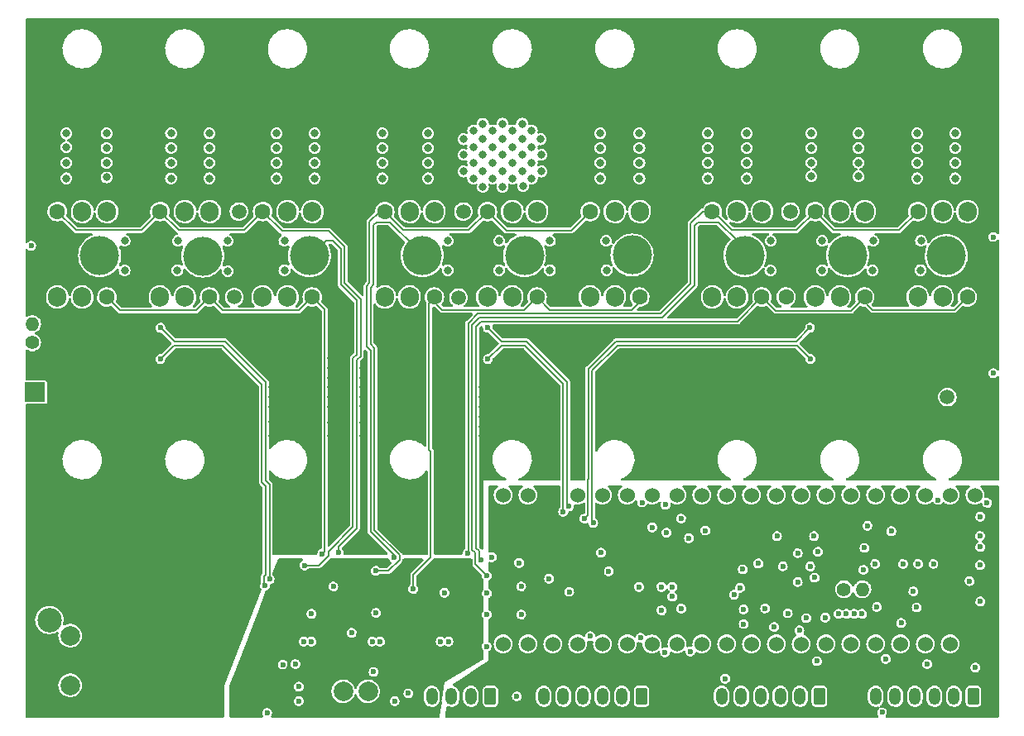
<source format=gbr>
%TF.GenerationSoftware,KiCad,Pcbnew,(6.0.4)*%
%TF.CreationDate,2022-07-25T23:44:37+01:00*%
%TF.ProjectId,CCC_ESC,4343435f-4553-4432-9e6b-696361645f70,rev?*%
%TF.SameCoordinates,Original*%
%TF.FileFunction,Copper,L3,Inr*%
%TF.FilePolarity,Positive*%
%FSLAX46Y46*%
G04 Gerber Fmt 4.6, Leading zero omitted, Abs format (unit mm)*
G04 Created by KiCad (PCBNEW (6.0.4)) date 2022-07-25 23:44:37*
%MOMM*%
%LPD*%
G01*
G04 APERTURE LIST*
G04 Aperture macros list*
%AMRoundRect*
0 Rectangle with rounded corners*
0 $1 Rounding radius*
0 $2 $3 $4 $5 $6 $7 $8 $9 X,Y pos of 4 corners*
0 Add a 4 corners polygon primitive as box body*
4,1,4,$2,$3,$4,$5,$6,$7,$8,$9,$2,$3,0*
0 Add four circle primitives for the rounded corners*
1,1,$1+$1,$2,$3*
1,1,$1+$1,$4,$5*
1,1,$1+$1,$6,$7*
1,1,$1+$1,$8,$9*
0 Add four rect primitives between the rounded corners*
20,1,$1+$1,$2,$3,$4,$5,0*
20,1,$1+$1,$4,$5,$6,$7,0*
20,1,$1+$1,$6,$7,$8,$9,0*
20,1,$1+$1,$8,$9,$2,$3,0*%
G04 Aperture macros list end*
%TA.AperFunction,ComponentPad*%
%ADD10C,2.000000*%
%TD*%
%TA.AperFunction,ComponentPad*%
%ADD11C,4.000000*%
%TD*%
%TA.AperFunction,ComponentPad*%
%ADD12C,2.500000*%
%TD*%
%TA.AperFunction,ComponentPad*%
%ADD13C,1.500000*%
%TD*%
%TA.AperFunction,ComponentPad*%
%ADD14R,2.000000X2.000000*%
%TD*%
%TA.AperFunction,ComponentPad*%
%ADD15RoundRect,0.250000X0.350000X0.625000X-0.350000X0.625000X-0.350000X-0.625000X0.350000X-0.625000X0*%
%TD*%
%TA.AperFunction,ComponentPad*%
%ADD16O,1.200000X1.750000*%
%TD*%
%TA.AperFunction,ComponentPad*%
%ADD17C,3.000000*%
%TD*%
%TA.AperFunction,ComponentPad*%
%ADD18C,1.600000*%
%TD*%
%TA.AperFunction,ComponentPad*%
%ADD19C,1.400000*%
%TD*%
%TA.AperFunction,ComponentPad*%
%ADD20O,1.400000X1.400000*%
%TD*%
%TA.AperFunction,ComponentPad*%
%ADD21C,1.524000*%
%TD*%
%TA.AperFunction,ComponentPad*%
%ADD22O,1.905000X2.000000*%
%TD*%
%TA.AperFunction,ViaPad*%
%ADD23C,0.600000*%
%TD*%
%TA.AperFunction,ViaPad*%
%ADD24C,0.800000*%
%TD*%
%TA.AperFunction,Conductor*%
%ADD25C,0.200000*%
%TD*%
G04 APERTURE END LIST*
D10*
%TO.N,GND*%
%TO.C,TP4*%
X82500000Y-83750000D03*
%TD*%
D11*
%TO.N,PHASE_C*%
%TO.C,PH9*%
X144400000Y-74500000D03*
%TD*%
D12*
%TO.N,Net-(C5-Pad1)*%
%TO.C,U6*%
X52654000Y-111813260D03*
%TO.N,GND*%
X52654000Y-106733260D03*
X72974000Y-99113260D03*
%TO.N,V12V*%
X72974000Y-119433260D03*
%TD*%
D11*
%TO.N,PHASE_B*%
%TO.C,PH4*%
X90800000Y-74500000D03*
%TD*%
D13*
%TO.N,/AU_GATESIG*%
%TO.C,TP1*%
X72050000Y-70000000D03*
%TD*%
D14*
%TO.N,Net-(C5-Pad1)*%
%TO.C,CX17*%
X51200000Y-88500000D03*
D10*
%TO.N,GND*%
X55200000Y-88500000D03*
%TD*%
D15*
%TO.N,GND*%
%TO.C,J4*%
X113219000Y-119628260D03*
D16*
%TO.N,Vaux*%
X111219000Y-119628260D03*
%TO.N,PB5 MOSI TIM3 CH2*%
X109219000Y-119628260D03*
%TO.N,PB4 MISO TIM3 CH1*%
X107219000Y-119628260D03*
%TO.N,PB3 SCK TIM2CH2*%
X105219000Y-119628260D03*
%TO.N,PA15 TIM2 CH1*%
X103219000Y-119628260D03*
%TD*%
D17*
%TO.N,GND*%
%TO.C,TP11*%
X72569000Y-106778260D03*
%TD*%
D18*
%TO.N,/CL_GATESIG*%
%TO.C,TP9*%
X128000000Y-78750000D03*
%TD*%
D11*
%TO.N,PHASE_B*%
%TO.C,PH5*%
X112250000Y-74450000D03*
%TD*%
D19*
%TO.N,Net-(R1-Pad2)*%
%TO.C,SW1*%
X50900000Y-83405000D03*
D20*
%TO.N,VBAT*%
X50900000Y-81505000D03*
%TD*%
D10*
%TO.N,GND*%
%TO.C,TP3*%
X93569000Y-101028260D03*
%TD*%
D11*
%TO.N,PHASE_C*%
%TO.C,PH8*%
X123800000Y-74500000D03*
%TD*%
D15*
%TO.N,Vaux*%
%TO.C,J2*%
X131419000Y-119628260D03*
D16*
%TO.N,GND*%
X129419000Y-119628260D03*
%TO.N,PB9 DI2C1_SDA TIM4_CH4*%
X127419000Y-119628260D03*
%TO.N,PB8 DI2C1_SCL TIM4_CH3*%
X125419000Y-119628260D03*
%TO.N,PB7 D_UART1_RX I2C1_SDA TIM4_CH2*%
X123419000Y-119628260D03*
%TO.N,PB6 D_UART1_TX I2C1_SCL TIM4_CH1*%
X121419000Y-119628260D03*
%TD*%
D10*
%TO.N,Net-(C5-Pad1)*%
%TO.C,U8*%
X54779000Y-113418260D03*
%TO.N,GND*%
X54779000Y-115958260D03*
%TO.N,V12V*%
X54779000Y-118498260D03*
%TD*%
%TO.N,V12V*%
%TO.C,U7*%
X80164000Y-119123260D03*
%TO.N,GND*%
X82704000Y-119123260D03*
%TO.N,V5V*%
X85244000Y-119123260D03*
%TD*%
D11*
%TO.N,PHASE_A*%
%TO.C,PH3*%
X68350000Y-74550000D03*
%TD*%
%TO.N,PHASE_A*%
%TO.C,PH2*%
X57800000Y-74500000D03*
%TD*%
%TO.N,PHASE_A*%
%TO.C,PH1*%
X79250000Y-74500000D03*
%TD*%
%TO.N,PHASE_B*%
%TO.C,PH6*%
X101250000Y-74500000D03*
%TD*%
D13*
%TO.N,VSENSE2*%
%TO.C,TP10*%
X144500000Y-89000000D03*
%TD*%
%TO.N,/BL_GATESIG*%
%TO.C,TP7*%
X94500000Y-78800000D03*
%TD*%
D11*
%TO.N,PHASE_C*%
%TO.C,PH7*%
X134300000Y-74500000D03*
%TD*%
D19*
%TO.N,GND*%
%TO.C,NTC1*%
X133914000Y-108678260D03*
D20*
%TO.N,FET_TEMP*%
X135814000Y-108678260D03*
%TD*%
D21*
%TO.N,unconnected-(U5-Pad1)*%
%TO.C,U5*%
X147329000Y-99028260D03*
%TO.N,HALL_A*%
X144789000Y-99028260D03*
%TO.N,HALL_B*%
X142249000Y-99028260D03*
%TO.N,HALL_C*%
X139709000Y-99028260D03*
%TO.N,Net-(C21-Pad1)*%
X137169000Y-99028260D03*
%TO.N,A_THROTTLE*%
X134629000Y-99028260D03*
%TO.N,VSENSE*%
X132089000Y-99028260D03*
%TO.N,A_SHA_AMP*%
X129549000Y-99028260D03*
%TO.N,A_SHB_AMP*%
X127009000Y-99028260D03*
%TO.N,A_SHC_AMP*%
X124469000Y-99028260D03*
%TO.N,A_PHA_VSENSE*%
X121929000Y-99028260D03*
%TO.N,A_PHB_VSENSE*%
X119389000Y-99028260D03*
%TO.N,Net-(JP2-Pad2)*%
X116849000Y-99028260D03*
%TO.N,A_PHC_VSENSE*%
X114309000Y-99028260D03*
%TO.N,Net-(C18-Pad1)*%
X111769000Y-99028260D03*
%TO.N,PB2 D_GPIO*%
X109229000Y-99028260D03*
%TO.N,PB10 D_GPIO*%
X106689000Y-99028260D03*
%TO.N,V3V3*%
X104149000Y-99028260D03*
%TO.N,GND*%
X101609000Y-99028260D03*
%TO.N,unconnected-(U5-Pad20)*%
X99069000Y-99028260D03*
%TO.N,A_OVERLIMIT*%
X99069000Y-114268260D03*
%TO.N,LIN_A*%
X101609000Y-114268260D03*
%TO.N,LIN_B*%
X104149000Y-114268260D03*
%TO.N,LIN_C*%
X106689000Y-114268260D03*
%TO.N,HIN_A*%
X109229000Y-114268260D03*
%TO.N,HIN_B*%
X111769000Y-114268260D03*
%TO.N,HIN_C*%
X114285395Y-114278253D03*
%TO.N,unconnected-(U5-Pad28)*%
X116849000Y-114268260D03*
%TO.N,unconnected-(U5-Pad29)*%
X119389000Y-114268260D03*
%TO.N,Net-(RN2-Pad4)*%
X121929000Y-114268260D03*
%TO.N,Net-(RN2-Pad3)*%
X124469000Y-114268260D03*
%TO.N,Net-(RN2-Pad2)*%
X127009000Y-114268260D03*
%TO.N,Net-(RN2-Pad1)*%
X129549000Y-114268260D03*
%TO.N,Net-(RN3-Pad4)*%
X132089000Y-114268260D03*
%TO.N,Net-(RN3-Pad3)*%
X134629000Y-114268260D03*
%TO.N,Net-(RN3-Pad2)*%
X137169000Y-114268260D03*
%TO.N,Net-(RN3-Pad1)*%
X139709000Y-114268260D03*
%TO.N,V5V*%
X142249000Y-114268260D03*
%TO.N,GND*%
X144789000Y-114268260D03*
%TO.N,V3V3*%
X147329000Y-114268260D03*
%TD*%
D13*
%TO.N,/CU_GATESIG*%
%TO.C,TP8*%
X128450000Y-70000000D03*
%TD*%
%TO.N,/BU_GATESIG*%
%TO.C,TP6*%
X95000000Y-70000000D03*
%TD*%
D10*
%TO.N,GND*%
%TO.C,TP2*%
X116250000Y-85250000D03*
%TD*%
D15*
%TO.N,GND*%
%TO.C,J1*%
X97769000Y-119628260D03*
D16*
%TO.N,Net-(J1-Pad2)*%
X95769000Y-119628260D03*
%TO.N,Net-(J1-Pad3)*%
X93769000Y-119628260D03*
%TO.N,V5V*%
X91769000Y-119628260D03*
%TD*%
D15*
%TO.N,GND*%
%TO.C,J3*%
X147169000Y-119628260D03*
D16*
%TO.N,Net-(J3-Pad2)*%
X145169000Y-119628260D03*
%TO.N,Net-(J3-Pad3)*%
X143169000Y-119628260D03*
%TO.N,Net-(J3-Pad4)*%
X141169000Y-119628260D03*
%TO.N,Net-(J3-Pad5)*%
X139169000Y-119628260D03*
%TO.N,V5V*%
X137169000Y-119628260D03*
%TD*%
D13*
%TO.N,/AL_GATESIG*%
%TO.C,TP5*%
X71550000Y-78750000D03*
%TD*%
D18*
%TO.N,/BL_GATESIG*%
%TO.C,QB4*%
X102540000Y-78750000D03*
D22*
%TO.N,PHASE_B*%
X100000000Y-78750000D03*
%TO.N,Net-(NT3-Pad1)*%
X97460000Y-78750000D03*
%TD*%
D18*
%TO.N,/BU_GATESIG*%
%TO.C,QB5*%
X86960000Y-70000000D03*
D22*
%TO.N,VBAT*%
X89500000Y-70000000D03*
%TO.N,PHASE_B*%
X92040000Y-70000000D03*
%TD*%
D18*
%TO.N,/AU_GATESIG*%
%TO.C,QA3*%
X63960000Y-70000000D03*
D22*
%TO.N,VBAT*%
X66500000Y-70000000D03*
%TO.N,PHASE_A*%
X69040000Y-70000000D03*
%TD*%
D18*
%TO.N,/CL_GATESIG*%
%TO.C,QC6*%
X125540000Y-78750000D03*
D22*
%TO.N,PHASE_C*%
X123000000Y-78750000D03*
%TO.N,Net-(NT5-Pad1)*%
X120460000Y-78750000D03*
%TD*%
D18*
%TO.N,/CU_GATESIG*%
%TO.C,QC5*%
X141460000Y-70000000D03*
D22*
%TO.N,VBAT*%
X144000000Y-70000000D03*
%TO.N,PHASE_C*%
X146540000Y-70000000D03*
%TD*%
D18*
%TO.N,/CL_GATESIG*%
%TO.C,QC4*%
X146540000Y-78750000D03*
D22*
%TO.N,PHASE_C*%
X144000000Y-78750000D03*
%TO.N,Net-(NT5-Pad1)*%
X141460000Y-78750000D03*
%TD*%
D18*
%TO.N,/AL_GATESIG*%
%TO.C,QA6*%
X58540000Y-78750000D03*
D22*
%TO.N,PHASE_A*%
X56000000Y-78750000D03*
%TO.N,Net-(NT1-Pad1)*%
X53460000Y-78750000D03*
%TD*%
D18*
%TO.N,/BL_GATESIG*%
%TO.C,QB6*%
X92040000Y-78750000D03*
D22*
%TO.N,PHASE_B*%
X89500000Y-78750000D03*
%TO.N,Net-(NT3-Pad1)*%
X86960000Y-78750000D03*
%TD*%
D18*
%TO.N,/BL_GATESIG*%
%TO.C,QB2*%
X113040000Y-78750000D03*
D22*
%TO.N,PHASE_B*%
X110500000Y-78750000D03*
%TO.N,Net-(NT3-Pad1)*%
X107960000Y-78750000D03*
%TD*%
D18*
%TO.N,/AU_GATESIG*%
%TO.C,QA5*%
X74460000Y-70000000D03*
D22*
%TO.N,VBAT*%
X77000000Y-70000000D03*
%TO.N,PHASE_A*%
X79540000Y-70000000D03*
%TD*%
D18*
%TO.N,/AU_GATESIG*%
%TO.C,QA1*%
X53460000Y-70000000D03*
D22*
%TO.N,VBAT*%
X56000000Y-70000000D03*
%TO.N,PHASE_A*%
X58540000Y-70000000D03*
%TD*%
D18*
%TO.N,/BU_GATESIG*%
%TO.C,QB3*%
X97460000Y-70000000D03*
D22*
%TO.N,VBAT*%
X100000000Y-70000000D03*
%TO.N,PHASE_B*%
X102540000Y-70000000D03*
%TD*%
D18*
%TO.N,/CU_GATESIG*%
%TO.C,QC3*%
X130960000Y-70000000D03*
D22*
%TO.N,VBAT*%
X133500000Y-70000000D03*
%TO.N,PHASE_C*%
X136040000Y-70000000D03*
%TD*%
D18*
%TO.N,/AL_GATESIG*%
%TO.C,QA4*%
X69040000Y-78750000D03*
D22*
%TO.N,PHASE_A*%
X66500000Y-78750000D03*
%TO.N,Net-(NT1-Pad1)*%
X63960000Y-78750000D03*
%TD*%
D18*
%TO.N,/CL_GATESIG*%
%TO.C,QC2*%
X136040000Y-78750000D03*
D22*
%TO.N,PHASE_C*%
X133500000Y-78750000D03*
%TO.N,Net-(NT5-Pad1)*%
X130960000Y-78750000D03*
%TD*%
D18*
%TO.N,/CU_GATESIG*%
%TO.C,QC1*%
X120460000Y-70000000D03*
D22*
%TO.N,VBAT*%
X123000000Y-70000000D03*
%TO.N,PHASE_C*%
X125540000Y-70000000D03*
%TD*%
D18*
%TO.N,/AL_GATESIG*%
%TO.C,QA2*%
X79540000Y-78750000D03*
D22*
%TO.N,PHASE_A*%
X77000000Y-78750000D03*
%TO.N,Net-(NT1-Pad1)*%
X74460000Y-78750000D03*
%TD*%
D18*
%TO.N,/BU_GATESIG*%
%TO.C,QB1*%
X107960000Y-70000000D03*
D22*
%TO.N,VBAT*%
X110500000Y-70000000D03*
%TO.N,PHASE_B*%
X113040000Y-70000000D03*
%TD*%
D23*
%TO.N,V12V*%
X88119000Y-110078260D03*
X81094000Y-110103260D03*
X80319000Y-108928260D03*
X87319000Y-108678260D03*
X94319000Y-108778260D03*
X95094000Y-110103260D03*
%TO.N,VSENSE2*%
X115269000Y-110827760D03*
X127669000Y-106328260D03*
X147869000Y-104328260D03*
X130469000Y-106328260D03*
%TO.N,V3V3*%
X120369000Y-108328260D03*
X134719000Y-117578260D03*
X127869000Y-109228260D03*
X139019000Y-107828260D03*
X127869000Y-107728260D03*
%TO.N,A_SHA_V+*%
X123669000Y-110728260D03*
X64030000Y-81900000D03*
X75183701Y-107627678D03*
D24*
%TO.N,GND*%
X85600000Y-57000000D03*
X106750000Y-88950000D03*
X125000000Y-87000000D03*
X83550000Y-77000000D03*
X115500000Y-88000000D03*
X80000000Y-86000000D03*
D23*
X131169000Y-116028260D03*
D24*
X115500000Y-90000000D03*
D23*
X97906500Y-105378260D03*
D24*
X88000000Y-86000000D03*
X106800000Y-91600000D03*
X80000000Y-88000000D03*
X97000000Y-88000000D03*
X57000000Y-89000000D03*
X72000000Y-86900000D03*
X83000000Y-91600000D03*
D23*
X89369000Y-119328260D03*
D24*
X73500000Y-88000000D03*
X77000000Y-93000000D03*
X118500000Y-56000000D03*
D23*
X139969000Y-106078260D03*
D24*
X103000000Y-88000000D03*
X78500000Y-86000000D03*
X123500000Y-87000000D03*
X86600000Y-88000000D03*
X81500000Y-90000000D03*
X124500000Y-93000000D03*
D23*
X127069000Y-103228260D03*
D24*
X121500000Y-93000000D03*
X64500000Y-90000000D03*
D23*
X93669000Y-102728260D03*
D24*
X117000000Y-93000000D03*
X120250000Y-77000000D03*
X147000000Y-56500000D03*
X57000000Y-91500000D03*
X78500000Y-87000000D03*
D23*
X137300000Y-110480000D03*
D24*
X120000000Y-93000000D03*
X133500000Y-91500000D03*
X83000000Y-93000000D03*
D23*
X147844000Y-106203260D03*
D24*
X129500000Y-89000000D03*
X123500000Y-90000000D03*
X82500000Y-58000000D03*
X104500000Y-91000000D03*
X101500000Y-88000000D03*
X55000000Y-58000000D03*
X132500000Y-88000000D03*
X118500000Y-87000000D03*
X106800000Y-93000000D03*
X93500000Y-88000000D03*
X138000000Y-91500000D03*
X96999989Y-93000000D03*
X93500000Y-89000000D03*
X77000000Y-85000000D03*
X98500000Y-89000000D03*
X145000000Y-56500000D03*
X58500000Y-90000000D03*
X66000000Y-89000000D03*
X72000000Y-93000000D03*
X58500000Y-87000000D03*
X84600000Y-56000000D03*
X94800000Y-85700000D03*
X100000000Y-93000000D03*
X103000000Y-92000000D03*
X88000000Y-93000000D03*
D23*
X136319000Y-102178260D03*
D24*
X70500000Y-90000000D03*
X84799020Y-87000000D03*
X78500000Y-85000000D03*
X84799020Y-89900000D03*
X100000000Y-85700000D03*
D23*
X118069000Y-103428260D03*
D24*
X114000000Y-90000000D03*
X129500000Y-88000000D03*
D23*
X85669000Y-114028260D03*
D24*
X83000000Y-86000000D03*
X147000000Y-58500000D03*
X69000000Y-86000000D03*
X52000000Y-57000000D03*
X138500000Y-89000000D03*
X111000000Y-88000000D03*
X70500000Y-88000000D03*
X66000000Y-91500000D03*
X84799020Y-86000000D03*
X66000000Y-93000000D03*
X138000000Y-93000000D03*
D23*
X144000000Y-84800000D03*
D24*
X111000000Y-91500000D03*
X64500000Y-91500000D03*
X109500000Y-87000000D03*
D23*
X148569000Y-99828260D03*
D24*
X84500000Y-58000000D03*
D23*
X115619000Y-115128260D03*
D24*
X112500000Y-88000000D03*
X82500000Y-56000000D03*
X106750000Y-88000000D03*
X67500000Y-88000000D03*
X61500000Y-88000000D03*
X106750000Y-90000000D03*
X60000000Y-86000000D03*
X116500000Y-58000000D03*
X125000000Y-90000000D03*
X118500000Y-91500000D03*
X122000000Y-87000000D03*
D23*
X72069000Y-112228260D03*
D24*
X135000000Y-93000000D03*
X84799020Y-88000000D03*
X104500000Y-89000000D03*
D23*
X107969000Y-113478260D03*
D24*
X126500000Y-89000000D03*
X98500000Y-88000000D03*
X126500000Y-90000000D03*
X138500000Y-87000000D03*
X57000000Y-93000000D03*
D23*
X109069000Y-104928260D03*
D24*
X72000000Y-88000000D03*
X93500000Y-85750000D03*
X77000000Y-89000000D03*
X118500000Y-93000000D03*
X112500000Y-90000000D03*
X55000000Y-56000000D03*
X125000000Y-88000000D03*
X75500000Y-89000000D03*
X131000000Y-88000000D03*
X128000000Y-86000000D03*
X122000000Y-90000000D03*
X132000000Y-93000000D03*
D23*
X79469000Y-114028260D03*
D24*
X117600000Y-57000000D03*
X69000000Y-89000000D03*
D23*
X81689000Y-108378260D03*
D24*
X84500000Y-77000000D03*
X63000000Y-93000000D03*
X103000000Y-93000000D03*
X141000000Y-93000000D03*
X139500000Y-93000000D03*
X127500000Y-93000000D03*
X64500000Y-88000000D03*
X124500000Y-91500000D03*
X80000000Y-85000000D03*
X121500000Y-91500000D03*
D23*
X130919000Y-107478260D03*
D24*
X69000000Y-91500000D03*
D23*
X136019000Y-104428260D03*
D24*
X128000000Y-88000000D03*
X115500000Y-57000000D03*
X140000000Y-86000000D03*
X93500000Y-90000000D03*
X89400000Y-89000000D03*
X61500000Y-90000000D03*
X123000000Y-91500000D03*
X89400000Y-87000000D03*
X115500000Y-93000000D03*
X70500000Y-91500000D03*
X94800000Y-84500000D03*
D23*
X146769000Y-107828260D03*
D24*
X97000000Y-91000000D03*
X120000000Y-88000000D03*
X78500000Y-91600000D03*
D23*
X118219000Y-115028260D03*
X54100000Y-76150000D03*
D24*
X134000000Y-85000000D03*
X83000000Y-88000000D03*
X138500000Y-88000000D03*
X58500000Y-89000000D03*
X75500000Y-86000000D03*
X136500000Y-91500000D03*
X80000000Y-93000000D03*
X128000000Y-84900000D03*
X89400000Y-90000000D03*
X92200000Y-86850000D03*
X117508480Y-77072875D03*
X60000000Y-90000000D03*
D23*
X130869000Y-103228260D03*
D24*
X78500000Y-90000000D03*
D23*
X92669000Y-114028260D03*
D24*
X72000000Y-90000000D03*
X86600000Y-89000000D03*
X128000000Y-87000000D03*
X103000000Y-91000000D03*
X94800000Y-86900000D03*
X94800000Y-93000000D03*
X111000000Y-93000000D03*
X61500000Y-86000000D03*
X149000000Y-58500000D03*
X75500000Y-87000000D03*
D23*
X61419000Y-100978260D03*
D24*
X60000000Y-93000000D03*
X130500000Y-91500000D03*
X98500000Y-93000000D03*
X120000000Y-89000000D03*
X138500000Y-90000000D03*
X112500000Y-93000000D03*
X117000000Y-87000000D03*
X63000000Y-90000000D03*
X134000000Y-87000000D03*
X75500000Y-90000000D03*
X109500000Y-90000000D03*
X132000000Y-91500000D03*
X130500000Y-93000000D03*
X73500000Y-89000000D03*
X81500000Y-91600000D03*
X78500000Y-88000000D03*
X111000000Y-89000000D03*
X114000000Y-91500000D03*
X77000000Y-91500000D03*
X94800000Y-90000000D03*
X60000000Y-91500000D03*
D23*
X138199000Y-115798260D03*
D24*
X90800000Y-89000000D03*
D23*
X122669000Y-109228260D03*
D24*
X54000000Y-57000000D03*
X140000000Y-87000000D03*
X100000000Y-92000000D03*
X81500000Y-89000000D03*
X134000000Y-89000000D03*
X67500000Y-87000000D03*
X126500000Y-88000000D03*
X64500000Y-93000000D03*
X61500000Y-93000000D03*
X88000000Y-89000000D03*
X114000000Y-93000000D03*
X88000000Y-91600000D03*
X112500000Y-91500000D03*
X83500000Y-57000000D03*
X135500000Y-88000000D03*
X51100000Y-56000000D03*
X73500000Y-91500000D03*
X86599500Y-86000000D03*
X139500000Y-91500000D03*
X75500000Y-93000000D03*
X67500000Y-90000000D03*
X73500000Y-90000000D03*
X123500000Y-89000000D03*
D23*
X143069000Y-106078260D03*
D24*
X145000000Y-58500000D03*
D23*
X125869000Y-110628260D03*
D24*
X116500000Y-56000000D03*
X72000000Y-89000000D03*
X92200000Y-92000000D03*
D23*
X78169000Y-120128260D03*
X53669000Y-120878260D03*
D24*
X106750000Y-86950000D03*
X67500000Y-89000000D03*
X81500000Y-86000000D03*
D23*
X147844000Y-103203260D03*
D24*
X122000000Y-86000000D03*
X100000000Y-91000000D03*
X137000000Y-89000000D03*
X148900500Y-77300000D03*
X60000000Y-87000000D03*
D23*
X128169000Y-111128260D03*
D24*
X90800000Y-88000000D03*
D23*
X74919000Y-121328260D03*
D24*
X104500000Y-93000000D03*
X81500000Y-85000000D03*
X114000000Y-86000000D03*
X58500000Y-88000000D03*
X133500000Y-93000000D03*
D23*
X51950000Y-77000000D03*
D24*
X109500000Y-89000000D03*
X84799020Y-91600000D03*
X98500000Y-90000000D03*
X67500000Y-85000000D03*
X72000000Y-91500000D03*
X92200000Y-88000000D03*
X90800000Y-92000000D03*
X100000000Y-88000000D03*
X132500000Y-89000000D03*
X78500000Y-89000000D03*
D23*
X143569000Y-99528760D03*
D24*
X75500000Y-88000000D03*
D23*
X78669000Y-114028260D03*
D24*
X86600000Y-90000000D03*
X73500000Y-93000000D03*
X94800000Y-92000000D03*
X63000000Y-89000000D03*
X86500000Y-56000000D03*
X120000000Y-87000000D03*
X101500000Y-89000000D03*
X86600000Y-87000000D03*
X92200000Y-93000000D03*
D23*
X51550000Y-78300000D03*
D24*
X104500000Y-88000000D03*
X125000000Y-89000000D03*
X83000000Y-89000000D03*
X114000000Y-88000000D03*
X118500000Y-88000000D03*
X115500000Y-91500000D03*
X115500000Y-87000000D03*
X94800011Y-91000000D03*
X61500000Y-85000000D03*
X93500000Y-91000000D03*
X67500000Y-93000000D03*
X120000000Y-86000000D03*
X120000000Y-90000000D03*
X132500000Y-90000000D03*
X94800000Y-89000000D03*
X104500000Y-92000000D03*
X92200000Y-89000000D03*
X84800000Y-89000000D03*
X57000000Y-90000000D03*
D23*
X138769000Y-102728260D03*
D24*
X100000000Y-89000000D03*
X104500000Y-90000000D03*
X98500000Y-91000000D03*
X53000000Y-58000000D03*
X112500000Y-86000000D03*
X134000000Y-86000000D03*
D23*
X54100000Y-77000000D03*
D24*
X75500000Y-91500000D03*
X127500000Y-91500000D03*
X80000000Y-90000000D03*
X89400000Y-91000000D03*
X92200000Y-91000000D03*
X89400000Y-92000000D03*
X77000000Y-90000000D03*
X109500000Y-93000000D03*
D23*
X85169000Y-103828260D03*
D24*
X60000000Y-88000000D03*
X135500000Y-89000000D03*
X100000000Y-90000000D03*
X83000000Y-87000000D03*
X111000000Y-86000000D03*
X131000000Y-89000000D03*
X58500000Y-91500000D03*
X135500000Y-87000000D03*
X70500000Y-93000000D03*
X126500000Y-87000000D03*
X70500000Y-87000000D03*
X77000000Y-86000000D03*
X66000000Y-90000000D03*
D23*
X141519000Y-106078260D03*
D24*
X117000000Y-90000000D03*
D23*
X93469000Y-114028260D03*
D24*
X137000000Y-88000000D03*
X118500000Y-90000000D03*
X80000000Y-87000000D03*
D23*
X83569000Y-113128260D03*
D24*
X69000000Y-87000000D03*
X134000000Y-90000000D03*
X115500000Y-89000000D03*
X126000000Y-91500000D03*
X118500000Y-89000000D03*
X101500000Y-90000000D03*
X141000000Y-91500000D03*
D23*
X137819000Y-121278260D03*
D24*
X129500000Y-90000000D03*
D23*
X61969000Y-105928260D03*
D24*
X117000000Y-91500000D03*
X136500000Y-93000000D03*
X83000000Y-90000000D03*
D23*
X87969000Y-120128260D03*
D24*
X112500000Y-89000000D03*
X129000000Y-91500000D03*
X81500000Y-87000000D03*
D23*
X100469000Y-119628260D03*
D24*
X101500000Y-93000000D03*
X93500000Y-92000000D03*
X92200000Y-90000000D03*
D23*
X147369000Y-116678260D03*
D24*
X101500000Y-92000000D03*
X131000000Y-90000000D03*
X77000000Y-88000000D03*
D23*
X123304366Y-108528260D03*
D24*
X86500000Y-58000000D03*
X70500000Y-89000000D03*
X126000000Y-93000000D03*
X63000000Y-91500000D03*
X97000000Y-92000000D03*
X103000000Y-90000000D03*
D23*
X103769000Y-107578260D03*
X61069000Y-115028260D03*
D24*
X148100000Y-57500000D03*
X89400000Y-93000000D03*
X114000000Y-89000000D03*
X86600000Y-91600000D03*
X118500000Y-86000000D03*
X109500000Y-91500000D03*
D23*
X113269000Y-99778260D03*
X105819000Y-108928260D03*
D24*
X117000000Y-89000000D03*
D23*
X112969000Y-108428260D03*
X114319000Y-102328260D03*
D24*
X81500000Y-88000000D03*
X57000000Y-88000000D03*
X61500000Y-91500000D03*
X135500000Y-90000000D03*
X87250000Y-77000000D03*
X69000000Y-93000000D03*
X128000000Y-89000000D03*
X128000000Y-90000000D03*
X122000000Y-88000000D03*
X80000000Y-89000000D03*
X101500000Y-91000000D03*
D23*
X115669000Y-100028260D03*
D24*
X89400000Y-88000000D03*
X112500000Y-87000000D03*
X120000000Y-91500000D03*
X78500000Y-93000000D03*
X86599500Y-85000000D03*
X66000000Y-88000000D03*
X117000000Y-88000000D03*
X53000000Y-56000000D03*
X51000000Y-58000000D03*
X109500000Y-88000000D03*
X100000000Y-86900000D03*
X94800000Y-88000000D03*
X129000000Y-93000000D03*
X103000000Y-89000000D03*
X60000000Y-89000000D03*
X135500000Y-86000000D03*
X90800000Y-91000000D03*
X61500000Y-89000000D03*
X69000000Y-88000000D03*
D23*
X53100000Y-77000000D03*
D24*
X93500000Y-93000000D03*
X80000000Y-91600000D03*
X122000000Y-89000000D03*
X137000000Y-90000000D03*
X111000000Y-87000000D03*
X88000000Y-88000000D03*
X97000000Y-89000000D03*
X77000000Y-87000000D03*
X135000000Y-91500000D03*
X90800000Y-90000000D03*
X69000000Y-90000000D03*
D23*
X119749000Y-102658260D03*
D24*
X97000000Y-90000000D03*
D23*
X126769000Y-112528260D03*
D24*
X61500000Y-87000000D03*
D23*
X147869000Y-109928260D03*
D24*
X134000000Y-84000000D03*
D23*
X121769000Y-117828260D03*
X113119000Y-113628260D03*
D24*
X64500000Y-89000000D03*
X101500000Y-86850000D03*
X118500000Y-58000000D03*
X67500000Y-86000000D03*
X134000000Y-88000000D03*
D23*
X131258167Y-104828259D03*
D24*
X88000000Y-90000000D03*
X84799020Y-93000000D03*
X101500000Y-85700000D03*
X81500000Y-93000000D03*
D23*
X86469000Y-114028260D03*
X115269000Y-108428260D03*
X82369000Y-102128260D03*
D24*
X137000000Y-87000000D03*
X98500000Y-92000000D03*
X111000000Y-90000000D03*
X114000000Y-87000000D03*
D23*
X97369000Y-114528260D03*
D24*
X67500000Y-91500000D03*
X123000000Y-93000000D03*
X58500000Y-93000000D03*
X63000000Y-88000000D03*
X140000000Y-89000000D03*
X86600000Y-93000000D03*
X140000000Y-90000000D03*
X140000000Y-88000000D03*
X115600000Y-77100000D03*
X88000000Y-87000000D03*
X123500000Y-88000000D03*
X146100000Y-57500000D03*
X149000000Y-56500000D03*
X93500000Y-86900000D03*
D23*
X142419000Y-116328260D03*
D24*
X109500000Y-86000000D03*
X126500000Y-86000000D03*
X114500000Y-56000000D03*
X114500000Y-58000000D03*
X103000000Y-86850000D03*
X90800000Y-93000000D03*
D23*
X78169000Y-118628260D03*
%TO.N,A_SHA_V-*%
X64000000Y-85100000D03*
X123669000Y-112228260D03*
X74719011Y-108283138D03*
%TO.N,A_SHB_V+*%
X123569000Y-106628260D03*
X105810011Y-100198161D03*
X97500000Y-81899503D03*
%TO.N,A_SHC_V+*%
X130450000Y-81900000D03*
X107390000Y-101430000D03*
%TO.N,A_SHB_V-*%
X105209000Y-100728260D03*
X125169000Y-106028260D03*
X97500000Y-85100000D03*
%TO.N,A_SHC_V-*%
X130500000Y-85100000D03*
X108280000Y-101880000D03*
D24*
%TO.N,VBAT*%
X65100000Y-65000000D03*
X97000000Y-67500000D03*
X65100000Y-66600000D03*
X98000000Y-63400000D03*
X101000000Y-62600000D03*
X124000000Y-66600000D03*
X130600000Y-62000000D03*
X97000000Y-61000000D03*
X96000000Y-63400000D03*
X101000000Y-64200000D03*
X145300000Y-65000000D03*
X58500000Y-63500000D03*
X145300000Y-63500000D03*
X120000000Y-65000000D03*
X99000000Y-61000000D03*
X130600000Y-63500000D03*
X54400000Y-65000000D03*
X109000000Y-65000000D03*
X109000000Y-63500000D03*
X98000000Y-61700000D03*
D23*
X149200000Y-86550000D03*
D24*
X145300000Y-62000000D03*
X135400000Y-63500000D03*
X86700000Y-63500000D03*
X99000000Y-67500000D03*
X141400000Y-65000000D03*
X100000000Y-63400000D03*
X65100000Y-63500000D03*
X120000000Y-62000000D03*
X101000000Y-61000000D03*
X113000000Y-62000000D03*
X135400000Y-66400000D03*
X124000000Y-65000000D03*
X135400000Y-65000000D03*
X54400000Y-63400000D03*
X95000000Y-65900000D03*
X102000000Y-61700000D03*
X79800000Y-65000000D03*
X58500000Y-66500000D03*
X79800000Y-63500000D03*
X99000000Y-62600000D03*
D23*
X50800000Y-73500000D03*
D24*
X109000000Y-62000000D03*
X91400000Y-66600000D03*
X75900000Y-66600000D03*
X100000000Y-65000000D03*
X97000000Y-62600000D03*
X86700000Y-62000000D03*
X102900000Y-62600000D03*
X86700000Y-65000000D03*
X75900000Y-65000000D03*
X69000000Y-66600000D03*
X113000000Y-63500000D03*
X69000000Y-65000000D03*
X95000000Y-62600000D03*
X120000000Y-66600000D03*
X86700000Y-66600000D03*
X130600000Y-66400000D03*
X141400000Y-63500000D03*
X124000000Y-62000000D03*
X99000000Y-64200000D03*
X120000000Y-63500000D03*
X65100000Y-62000000D03*
X91400000Y-62000000D03*
X100000000Y-66600000D03*
X99000000Y-65900000D03*
X79800000Y-66600000D03*
X141400000Y-66600000D03*
X54400000Y-62000000D03*
X102000000Y-66600000D03*
X135400000Y-62000000D03*
X96000000Y-66600000D03*
X97000000Y-64200000D03*
X141400000Y-62000000D03*
X91400000Y-63500000D03*
X102000000Y-65000000D03*
X75900000Y-62000000D03*
X91400000Y-65000000D03*
X98000000Y-65000000D03*
X58500000Y-65000000D03*
X58500000Y-62000000D03*
X97000000Y-65900000D03*
X96000000Y-65000000D03*
X100000000Y-61700000D03*
X124000000Y-63500000D03*
X109000000Y-66600000D03*
X130600000Y-65000000D03*
X113000000Y-66600000D03*
X96000000Y-61700000D03*
X101000000Y-65900000D03*
X75900000Y-63500000D03*
X145300000Y-66600000D03*
D23*
X149200000Y-72600000D03*
D24*
X95000000Y-64200000D03*
X103000000Y-65900000D03*
X69000000Y-62000000D03*
X113000000Y-65000000D03*
X79800000Y-62000000D03*
X101100000Y-67400000D03*
X54400000Y-66600000D03*
X102000000Y-63400000D03*
X98000000Y-66600000D03*
X103000000Y-64200000D03*
X69000000Y-63500000D03*
%TO.N,PHASE_A*%
X70900000Y-76100000D03*
X76700000Y-76000000D03*
X76700000Y-73000000D03*
X60350000Y-73000000D03*
D23*
X79469000Y-111178260D03*
X97406000Y-111253760D03*
D24*
X65750000Y-76000000D03*
X70900000Y-73000000D03*
X60350000Y-76050000D03*
X65800000Y-73000000D03*
D23*
X78769000Y-106228260D03*
%TO.N,Net-(C18-Pad1)*%
X115769500Y-102878260D03*
D24*
%TO.N,PHASE_B*%
X93400000Y-76000000D03*
X103850000Y-73000000D03*
D23*
X97406000Y-109078260D03*
D24*
X103850000Y-76000000D03*
D23*
X86054000Y-106793260D03*
D24*
X98650000Y-73000000D03*
X98650000Y-76000000D03*
X109650000Y-76000000D03*
X109600000Y-73000000D03*
X93400000Y-73000000D03*
D23*
X86069000Y-111079720D03*
%TO.N,Net-(C21-Pad1)*%
X137119000Y-106078260D03*
%TO.N,PHASE_C*%
X93069000Y-109028260D03*
X97406000Y-107278260D03*
D24*
X136900000Y-73000000D03*
X136850000Y-76050000D03*
X131700000Y-73000000D03*
X131700000Y-76000000D03*
X126450000Y-73000000D03*
X126400000Y-76050000D03*
X141750000Y-76000000D03*
X141800000Y-73000000D03*
D23*
%TO.N,HALL_B*%
X141019000Y-108878260D03*
X141369000Y-110528260D03*
%TO.N,A_PHA_VSENSE*%
X100906500Y-111253760D03*
X117292911Y-110652171D03*
%TO.N,VSENSE*%
X147869000Y-101228260D03*
%TO.N,A_SHC_AMP*%
X109869000Y-106828260D03*
%TO.N,FET_TEMP*%
X135919000Y-106678260D03*
%TO.N,A_PHB_VSENSE*%
X100906500Y-108378260D03*
X116369000Y-109428260D03*
%TO.N,A_PHC_VSENSE*%
X100706500Y-105978260D03*
X116369000Y-108428260D03*
%TO.N,LIN_A*%
X77819000Y-116328260D03*
%TO.N,LIN_B*%
X85819000Y-117127771D03*
%TO.N,HIN_A*%
X76519000Y-116378260D03*
%TO.N,MOTOR_TEMP*%
X139769000Y-112128260D03*
%TO.N,Net-(J1-Pad3)*%
X130059360Y-111628942D03*
%TO.N,Net-(J1-Pad2)*%
X129369000Y-112878260D03*
%TO.N,A_BRAKE*%
X132019000Y-111578260D03*
%TO.N,Net-(JP2-Pad2)*%
X117269000Y-101428260D03*
X129193011Y-104978270D03*
X129193011Y-107928260D03*
%TO.N,Net-(RN3-Pad1)*%
X135769000Y-111178260D03*
%TO.N,Net-(RN3-Pad2)*%
X134969000Y-111178260D03*
%TO.N,Net-(RN3-Pad3)*%
X134169000Y-111178260D03*
%TO.N,Net-(RN3-Pad4)*%
X133369000Y-111178260D03*
%TO.N,/AU_GATESIG*%
X82218497Y-104928747D03*
%TO.N,/AL_GATESIG*%
X80569000Y-105028260D03*
%TO.N,/BU_GATESIG*%
X87869000Y-105428260D03*
%TO.N,/BL_GATESIG*%
X89869000Y-108628260D03*
%TO.N,/CU_GATESIG*%
X95419000Y-104978260D03*
%TO.N,/CL_GATESIG*%
X96819000Y-105628260D03*
%TD*%
D25*
%TO.N,A_SHA_V+*%
X64030000Y-81900000D02*
X65430000Y-83300000D01*
X74800000Y-97570000D02*
X75183701Y-97953701D01*
X75183701Y-97953701D02*
X75183701Y-107627678D01*
X65430000Y-83300000D02*
X70618200Y-83300000D01*
X74800000Y-87481800D02*
X74800000Y-97570000D01*
X70618200Y-83300000D02*
X74800000Y-87481800D01*
%TO.N,A_SHA_V-*%
X70381320Y-83699520D02*
X74400480Y-87718680D01*
X74784181Y-98119187D02*
X74784181Y-107179360D01*
X74584190Y-107379351D02*
X74584190Y-108148317D01*
X65400480Y-83699520D02*
X70381320Y-83699520D01*
X74400480Y-97735486D02*
X74784181Y-98119187D01*
X74784181Y-107179360D02*
X74584190Y-107379351D01*
X74584190Y-108148317D02*
X74719011Y-108283138D01*
X74400480Y-87718680D02*
X74400480Y-97735486D01*
X64000000Y-85100000D02*
X65400480Y-83699520D01*
%TO.N,A_SHB_V+*%
X105627489Y-87462483D02*
X101465006Y-83300000D01*
X105810011Y-100198161D02*
X105627489Y-100015639D01*
X105627489Y-100015639D02*
X105627489Y-87462483D01*
X98900497Y-83300000D02*
X97500000Y-81899503D01*
X101465006Y-83300000D02*
X98900497Y-83300000D01*
%TO.N,A_SHC_V+*%
X107390000Y-101430000D02*
X107750511Y-101069489D01*
X107767969Y-97335113D02*
X107767969Y-86117025D01*
X107750511Y-101069489D02*
X107750511Y-97352571D01*
X110584994Y-83300000D02*
X129050000Y-83300000D01*
X129050000Y-83300000D02*
X130450000Y-81900000D01*
X107750511Y-97352571D02*
X107767969Y-97335113D01*
X107767969Y-86117025D02*
X110584994Y-83300000D01*
%TO.N,A_SHB_V-*%
X105210511Y-100726749D02*
X105209000Y-100728260D01*
X105210511Y-87610511D02*
X105210511Y-100726749D01*
X97500000Y-85100000D02*
X98900480Y-83699520D01*
X98900480Y-83699520D02*
X101299520Y-83699520D01*
X101299520Y-83699520D02*
X105210511Y-87610511D01*
%TO.N,A_SHC_V-*%
X129099520Y-83699520D02*
X130500000Y-85100000D01*
X108280000Y-101880000D02*
X108167489Y-101767489D01*
X108167489Y-86282511D02*
X110750480Y-83699520D01*
X108167489Y-101767489D02*
X108167489Y-86282511D01*
X110750480Y-83699520D02*
X129099520Y-83699520D01*
%TO.N,PHASE_A*%
X81600000Y-73000000D02*
X82450480Y-73850480D01*
X81218519Y-105226579D02*
X80216838Y-106228260D01*
X84100480Y-79115486D02*
X84100480Y-84634514D01*
X81218519Y-104778741D02*
X81218519Y-105226579D01*
X82450480Y-77465486D02*
X84100480Y-79115486D01*
X82450480Y-73850480D02*
X82450480Y-77465486D01*
X81000000Y-73000000D02*
X81600000Y-73000000D01*
X83699999Y-102297261D02*
X81218519Y-104778741D01*
X80216838Y-106228260D02*
X78769000Y-106228260D01*
X83700000Y-85034994D02*
X83699999Y-102297261D01*
X84100480Y-84634514D02*
X83700000Y-85034994D01*
X79500000Y-74500000D02*
X81000000Y-73000000D01*
%TO.N,PHASE_B*%
X85499520Y-77800480D02*
X85499520Y-83599520D01*
X85800000Y-71400000D02*
X85800000Y-77500000D01*
X88468511Y-105676587D02*
X87351838Y-106793260D01*
X90000000Y-73700000D02*
X90000000Y-73605006D01*
X85900000Y-84000000D02*
X85900000Y-102611422D01*
X88468511Y-105179933D02*
X88468511Y-105676587D01*
X87494994Y-71100000D02*
X86100000Y-71100000D01*
X86100000Y-71100000D02*
X85800000Y-71400000D01*
X85499520Y-83599520D02*
X85900000Y-84000000D01*
X85900000Y-102611422D02*
X88468511Y-105179933D01*
X87351838Y-106793260D02*
X86054000Y-106793260D01*
X90000000Y-73605006D02*
X87494994Y-71100000D01*
X85800000Y-77500000D02*
X85499520Y-77800480D01*
%TO.N,PHASE_C*%
X119002528Y-71097472D02*
X118649520Y-71450480D01*
X95900969Y-104612391D02*
X96219489Y-104930911D01*
X122950000Y-73000000D02*
X122950000Y-72929288D01*
X118649520Y-71450480D02*
X118649520Y-77550480D01*
X96219489Y-106091749D02*
X97406000Y-107278260D01*
X115331440Y-80868560D02*
X96631440Y-80868560D01*
X119004567Y-71099511D02*
X119002528Y-71097472D01*
X96219489Y-104930911D02*
X96219489Y-106091749D01*
X96631440Y-80868560D02*
X95900969Y-81599031D01*
X121120223Y-71099511D02*
X119004567Y-71099511D01*
X118649520Y-77550480D02*
X115331440Y-80868560D01*
X122950000Y-72929288D02*
X121120223Y-71099511D01*
X95900969Y-81599031D02*
X95900969Y-104612391D01*
%TO.N,/AU_GATESIG*%
X82221869Y-104925375D02*
X82218497Y-104928747D01*
X74460000Y-70000000D02*
X76460000Y-72000000D01*
X63960000Y-70000000D02*
X62060000Y-71900000D01*
X62060000Y-71900000D02*
X55360000Y-71900000D01*
X65860000Y-71900000D02*
X63960000Y-70000000D01*
X55360000Y-71900000D02*
X53460000Y-70000000D01*
X81250000Y-72000000D02*
X82850000Y-73600000D01*
X82850000Y-73600000D02*
X82850000Y-77300000D01*
X84099519Y-102462747D02*
X82221869Y-104340397D01*
X84500000Y-84800000D02*
X84099520Y-85200480D01*
X82221869Y-104340397D02*
X82221869Y-104925375D01*
X72560000Y-71900000D02*
X65860000Y-71900000D01*
X84099520Y-85200480D02*
X84099519Y-102462747D01*
X82850000Y-77300000D02*
X84500000Y-78950000D01*
X76460000Y-72000000D02*
X81250000Y-72000000D01*
X84500000Y-78950000D02*
X84500000Y-84800000D01*
X74460000Y-70000000D02*
X72560000Y-71900000D01*
%TO.N,/AL_GATESIG*%
X78194480Y-80119520D02*
X70389520Y-80119520D01*
X80800489Y-104796771D02*
X80569000Y-105028260D01*
X80800489Y-80026489D02*
X80800489Y-104796771D01*
X79544000Y-78770000D02*
X78194480Y-80119520D01*
X67690480Y-80119520D02*
X59889520Y-80119520D01*
X80800489Y-80026489D02*
X79544000Y-78770000D01*
X70389520Y-80119520D02*
X69040000Y-78770000D01*
X59889520Y-80119520D02*
X58540000Y-78770000D01*
X69040000Y-78770000D02*
X67690480Y-80119520D01*
%TO.N,/BU_GATESIG*%
X87869000Y-105145428D02*
X87869000Y-105428260D01*
X85500000Y-84200000D02*
X85500000Y-102776428D01*
X88860000Y-71900000D02*
X95560000Y-71900000D01*
X97460000Y-70000000D02*
X99410000Y-71950000D01*
X85100000Y-77634994D02*
X85100000Y-83800000D01*
X86460000Y-70000000D02*
X85400480Y-71059520D01*
X85100000Y-83800000D02*
X85500000Y-84200000D01*
X99410000Y-71950000D02*
X106010000Y-71950000D01*
X85400480Y-71059520D02*
X85400480Y-77334514D01*
X95560000Y-71900000D02*
X97460000Y-70000000D01*
X86960000Y-70000000D02*
X88860000Y-71900000D01*
X85400480Y-77334514D02*
X85100000Y-77634994D01*
X86960000Y-70000000D02*
X86460000Y-70000000D01*
X85500000Y-102776428D02*
X87869000Y-105145428D01*
X106010000Y-71950000D02*
X107960000Y-70000000D01*
%TO.N,/BL_GATESIG*%
X89869000Y-107178260D02*
X91668521Y-105378739D01*
X112240480Y-80069520D02*
X113540000Y-78770000D01*
X103839520Y-80069520D02*
X112240480Y-80069520D01*
X91668521Y-105378739D02*
X91668521Y-94560349D01*
X91500000Y-79379000D02*
X92109000Y-78770000D01*
X101240480Y-80069520D02*
X102540000Y-78770000D01*
X91540000Y-78770000D02*
X92820000Y-80050000D01*
X91500000Y-94391828D02*
X91500000Y-79379000D01*
X91668521Y-94560349D02*
X91500000Y-94391828D01*
X92819520Y-80050000D02*
X92839040Y-80069520D01*
X92839040Y-80069520D02*
X101240480Y-80069520D01*
X102540000Y-78770000D02*
X103839520Y-80069520D01*
X89869000Y-108628260D02*
X89869000Y-107178260D01*
%TO.N,/CU_GATESIG*%
X118250000Y-71200000D02*
X119450000Y-70000000D01*
X95499511Y-104897749D02*
X95499511Y-81435483D01*
X120450000Y-70010000D02*
X120460000Y-70000000D01*
X120585718Y-70000000D02*
X122485718Y-71900000D01*
X122485718Y-71900000D02*
X129060000Y-71900000D01*
X119450000Y-70000000D02*
X119460000Y-70000000D01*
X132860000Y-71900000D02*
X130960000Y-70000000D01*
X95499511Y-81435483D02*
X96465954Y-80469040D01*
X95419000Y-104978260D02*
X95499511Y-104897749D01*
X120460000Y-70000000D02*
X120585718Y-70000000D01*
X96465954Y-80469040D02*
X115130960Y-80469040D01*
X119460000Y-70000000D02*
X119460000Y-70010000D01*
X129060000Y-71900000D02*
X130960000Y-70000000D01*
X115130960Y-80469040D02*
X118250000Y-77350000D01*
X141460000Y-70000000D02*
X139560000Y-71900000D01*
X118250000Y-77350000D02*
X118250000Y-71200000D01*
X139560000Y-71900000D02*
X132860000Y-71900000D01*
X119460000Y-70010000D02*
X120450000Y-70010000D01*
%TO.N,/CL_GATESIG*%
X136839520Y-80069520D02*
X145240480Y-80069520D01*
X134660000Y-80150000D02*
X136040000Y-78770000D01*
X96833001Y-81268080D02*
X123041920Y-81268080D01*
X96619009Y-105428269D02*
X96819000Y-105628260D01*
X123041920Y-81268080D02*
X125540000Y-78770000D01*
X96300489Y-81800593D02*
X96300489Y-104446905D01*
X125540000Y-78770000D02*
X126920000Y-80150000D01*
X96300489Y-81800593D02*
X96833001Y-81268080D01*
X96300489Y-104446905D02*
X96619009Y-104765425D01*
X96619009Y-104765425D02*
X96619009Y-105428269D01*
X145240480Y-80069520D02*
X146540000Y-78770000D01*
X135540000Y-78770000D02*
X136839520Y-80069520D01*
X126920000Y-80150000D02*
X134660000Y-80150000D01*
%TD*%
%TA.AperFunction,Conductor*%
%TO.N,V3V3*%
G36*
X98486951Y-98048262D02*
G01*
X98533444Y-98101918D01*
X98543548Y-98172192D01*
X98514054Y-98236772D01*
X98497789Y-98252450D01*
X98392316Y-98337253D01*
X98270986Y-98481848D01*
X98180052Y-98647256D01*
X98122978Y-98827177D01*
X98101937Y-99014756D01*
X98117732Y-99202850D01*
X98119431Y-99208775D01*
X98165445Y-99369245D01*
X98169760Y-99384294D01*
X98172576Y-99389773D01*
X98243701Y-99528167D01*
X98256040Y-99552177D01*
X98259865Y-99557003D01*
X98259867Y-99557006D01*
X98369456Y-99695274D01*
X98369460Y-99695279D01*
X98373285Y-99700104D01*
X98377978Y-99704098D01*
X98377979Y-99704099D01*
X98386087Y-99710999D01*
X98517030Y-99822440D01*
X98522408Y-99825446D01*
X98522410Y-99825447D01*
X98587839Y-99862014D01*
X98681800Y-99914527D01*
X98861317Y-99972855D01*
X99048745Y-99995205D01*
X99054880Y-99994733D01*
X99054882Y-99994733D01*
X99230803Y-99981197D01*
X99230807Y-99981196D01*
X99236945Y-99980724D01*
X99242877Y-99979068D01*
X99242881Y-99979067D01*
X99412804Y-99931623D01*
X99412808Y-99931622D01*
X99418748Y-99929963D01*
X99516822Y-99880423D01*
X99581728Y-99847637D01*
X99581730Y-99847636D01*
X99587229Y-99844858D01*
X99735970Y-99728648D01*
X99739996Y-99723984D01*
X99739999Y-99723981D01*
X99855278Y-99590429D01*
X99855279Y-99590427D01*
X99859307Y-99585761D01*
X99867422Y-99571477D01*
X99920781Y-99477547D01*
X99952542Y-99421638D01*
X100012123Y-99242532D01*
X100035780Y-99055265D01*
X100036157Y-99028260D01*
X100017738Y-98840405D01*
X99963181Y-98659705D01*
X99874566Y-98493043D01*
X99755266Y-98346768D01*
X99743765Y-98337253D01*
X99639919Y-98251345D01*
X99600180Y-98192511D01*
X99598558Y-98121533D01*
X99635567Y-98060946D01*
X99699458Y-98029985D01*
X99720234Y-98028260D01*
X100958830Y-98028260D01*
X101026951Y-98048262D01*
X101073444Y-98101918D01*
X101083548Y-98172192D01*
X101054054Y-98236772D01*
X101037789Y-98252450D01*
X100932316Y-98337253D01*
X100810986Y-98481848D01*
X100720052Y-98647256D01*
X100662978Y-98827177D01*
X100641937Y-99014756D01*
X100657732Y-99202850D01*
X100659431Y-99208775D01*
X100705445Y-99369245D01*
X100709760Y-99384294D01*
X100712576Y-99389773D01*
X100783701Y-99528167D01*
X100796040Y-99552177D01*
X100799865Y-99557003D01*
X100799867Y-99557006D01*
X100909456Y-99695274D01*
X100909460Y-99695279D01*
X100913285Y-99700104D01*
X100917978Y-99704098D01*
X100917979Y-99704099D01*
X100926087Y-99710999D01*
X101057030Y-99822440D01*
X101062408Y-99825446D01*
X101062410Y-99825447D01*
X101127839Y-99862014D01*
X101221800Y-99914527D01*
X101401317Y-99972855D01*
X101588745Y-99995205D01*
X101594880Y-99994733D01*
X101594882Y-99994733D01*
X101770803Y-99981197D01*
X101770807Y-99981196D01*
X101776945Y-99980724D01*
X101782877Y-99979068D01*
X101782881Y-99979067D01*
X101952804Y-99931623D01*
X101952808Y-99931622D01*
X101958748Y-99929963D01*
X102056822Y-99880423D01*
X102121728Y-99847637D01*
X102121730Y-99847636D01*
X102127229Y-99844858D01*
X102275970Y-99728648D01*
X102279996Y-99723984D01*
X102279999Y-99723981D01*
X102395278Y-99590429D01*
X102395279Y-99590427D01*
X102399307Y-99585761D01*
X102407422Y-99571477D01*
X102460781Y-99477547D01*
X102492542Y-99421638D01*
X102552123Y-99242532D01*
X102575780Y-99055265D01*
X102576157Y-99028260D01*
X102557738Y-98840405D01*
X102503181Y-98659705D01*
X102414566Y-98493043D01*
X102295266Y-98346768D01*
X102283765Y-98337253D01*
X102179919Y-98251345D01*
X102140180Y-98192511D01*
X102138558Y-98121533D01*
X102175567Y-98060946D01*
X102239458Y-98029985D01*
X102260234Y-98028260D01*
X104784011Y-98028260D01*
X104852132Y-98048262D01*
X104898625Y-98101918D01*
X104910011Y-98154260D01*
X104910011Y-100262984D01*
X104890009Y-100331105D01*
X104878453Y-100346391D01*
X104786377Y-100450648D01*
X104725447Y-100580423D01*
X104724066Y-100589295D01*
X104706296Y-100703428D01*
X104703391Y-100722083D01*
X104704555Y-100730985D01*
X104704555Y-100730988D01*
X104709224Y-100766688D01*
X104721980Y-100864239D01*
X104725597Y-100872459D01*
X104769932Y-100973217D01*
X104779720Y-100995463D01*
X104785497Y-101002336D01*
X104785498Y-101002337D01*
X104858594Y-101089295D01*
X104871970Y-101105208D01*
X104991313Y-101184650D01*
X105128157Y-101227402D01*
X105137129Y-101227566D01*
X105137132Y-101227567D01*
X105202463Y-101228764D01*
X105271499Y-101230030D01*
X105280533Y-101227567D01*
X105401158Y-101194681D01*
X105401160Y-101194680D01*
X105409817Y-101192320D01*
X105531991Y-101117305D01*
X105628200Y-101011014D01*
X105669544Y-100925679D01*
X105686795Y-100890074D01*
X105686795Y-100890073D01*
X105690710Y-100881993D01*
X105699457Y-100830003D01*
X105703793Y-100804232D01*
X105734820Y-100740374D01*
X105795446Y-100703428D01*
X105830356Y-100699158D01*
X105872510Y-100699931D01*
X105881174Y-100697569D01*
X106002169Y-100664582D01*
X106002171Y-100664581D01*
X106010828Y-100662221D01*
X106133002Y-100587206D01*
X106229211Y-100480915D01*
X106291721Y-100351894D01*
X106315507Y-100210515D01*
X106315658Y-100198161D01*
X106302401Y-100105592D01*
X106312545Y-100035325D01*
X106359068Y-99981696D01*
X106427200Y-99961732D01*
X106466067Y-99967900D01*
X106475456Y-99970951D01*
X106475459Y-99970952D01*
X106481317Y-99972855D01*
X106668745Y-99995205D01*
X106674880Y-99994733D01*
X106674882Y-99994733D01*
X106850803Y-99981197D01*
X106850807Y-99981196D01*
X106856945Y-99980724D01*
X106862877Y-99979068D01*
X106862881Y-99979067D01*
X107032804Y-99931623D01*
X107032808Y-99931622D01*
X107038748Y-99929963D01*
X107136822Y-99880423D01*
X107201728Y-99847637D01*
X107201730Y-99847636D01*
X107207229Y-99844858D01*
X107215480Y-99838412D01*
X107234637Y-99823444D01*
X107246437Y-99814225D01*
X107312431Y-99788047D01*
X107382102Y-99801704D01*
X107433329Y-99850860D01*
X107450011Y-99913514D01*
X107450011Y-100803044D01*
X107430009Y-100871165D01*
X107376353Y-100917658D01*
X107338948Y-100925679D01*
X107339248Y-100927867D01*
X107330352Y-100929086D01*
X107321376Y-100929031D01*
X107183529Y-100968428D01*
X107062280Y-101044930D01*
X106967377Y-101152388D01*
X106906447Y-101282163D01*
X106905066Y-101291035D01*
X106889646Y-101390074D01*
X106884391Y-101423823D01*
X106885555Y-101432725D01*
X106885555Y-101432728D01*
X106892684Y-101487243D01*
X106902980Y-101565979D01*
X106906597Y-101574199D01*
X106955197Y-101684650D01*
X106960720Y-101697203D01*
X106966497Y-101704076D01*
X106966498Y-101704077D01*
X107047190Y-101800072D01*
X107052970Y-101806948D01*
X107060447Y-101811925D01*
X107162714Y-101880000D01*
X107172313Y-101886390D01*
X107309157Y-101929142D01*
X107318129Y-101929306D01*
X107318132Y-101929307D01*
X107383463Y-101930504D01*
X107452499Y-101931770D01*
X107461533Y-101929307D01*
X107582158Y-101896421D01*
X107582160Y-101896420D01*
X107590817Y-101894060D01*
X107598464Y-101889365D01*
X107606706Y-101885798D01*
X107607344Y-101887272D01*
X107666056Y-101871336D01*
X107733751Y-101892734D01*
X107779131Y-101947334D01*
X107788402Y-101980971D01*
X107792980Y-102015979D01*
X107850720Y-102147203D01*
X107856497Y-102154076D01*
X107856498Y-102154077D01*
X107890243Y-102194222D01*
X107942970Y-102256948D01*
X107977479Y-102279919D01*
X108050100Y-102328260D01*
X108062313Y-102336390D01*
X108070888Y-102339069D01*
X108081358Y-102342340D01*
X108199157Y-102379142D01*
X108208129Y-102379306D01*
X108208132Y-102379307D01*
X108273463Y-102380504D01*
X108342499Y-102381770D01*
X108351533Y-102379307D01*
X108472158Y-102346421D01*
X108472160Y-102346420D01*
X108480817Y-102344060D01*
X108516610Y-102322083D01*
X113813391Y-102322083D01*
X113814555Y-102330985D01*
X113814555Y-102330988D01*
X113820852Y-102379142D01*
X113831980Y-102464239D01*
X113889720Y-102595463D01*
X113895497Y-102602336D01*
X113895498Y-102602337D01*
X113956921Y-102675409D01*
X113981970Y-102705208D01*
X114023900Y-102733119D01*
X114085511Y-102774131D01*
X114101313Y-102784650D01*
X114238157Y-102827402D01*
X114247129Y-102827566D01*
X114247132Y-102827567D01*
X114312463Y-102828764D01*
X114381499Y-102830030D01*
X114390533Y-102827567D01*
X114511158Y-102794681D01*
X114511160Y-102794680D01*
X114519817Y-102792320D01*
X114641991Y-102717305D01*
X114738200Y-102611014D01*
X114800710Y-102481993D01*
X114824496Y-102340614D01*
X114824647Y-102328260D01*
X114816473Y-102271184D01*
X114805596Y-102195228D01*
X114805595Y-102195225D01*
X114804323Y-102186342D01*
X114799119Y-102174895D01*
X114748700Y-102064006D01*
X114744984Y-102055832D01*
X114716087Y-102022296D01*
X114657260Y-101954023D01*
X114657257Y-101954020D01*
X114651400Y-101947223D01*
X114531095Y-101869245D01*
X114393739Y-101828167D01*
X114384763Y-101828112D01*
X114384762Y-101828112D01*
X114324555Y-101827744D01*
X114250376Y-101827291D01*
X114112529Y-101866688D01*
X113991280Y-101943190D01*
X113896377Y-102050648D01*
X113835447Y-102180423D01*
X113827613Y-102230740D01*
X113815999Y-102305334D01*
X113813391Y-102322083D01*
X108516610Y-102322083D01*
X108602991Y-102269045D01*
X108699200Y-102162754D01*
X108761710Y-102033733D01*
X108785496Y-101892354D01*
X108785647Y-101880000D01*
X108776918Y-101819045D01*
X108766596Y-101746968D01*
X108766595Y-101746965D01*
X108765323Y-101738082D01*
X108756759Y-101719245D01*
X108737683Y-101677291D01*
X108705984Y-101607572D01*
X108660973Y-101555334D01*
X108618260Y-101505763D01*
X108618257Y-101505760D01*
X108612400Y-101498963D01*
X108525455Y-101442608D01*
X108507810Y-101422083D01*
X116763391Y-101422083D01*
X116764555Y-101430985D01*
X116764555Y-101430988D01*
X116765814Y-101440614D01*
X116781980Y-101564239D01*
X116785597Y-101572459D01*
X116832110Y-101678167D01*
X116839720Y-101695463D01*
X116845497Y-101702336D01*
X116845498Y-101702337D01*
X116870569Y-101732163D01*
X116931970Y-101805208D01*
X116939447Y-101810185D01*
X117037093Y-101875184D01*
X117051313Y-101884650D01*
X117188157Y-101927402D01*
X117197129Y-101927566D01*
X117197132Y-101927567D01*
X117262463Y-101928764D01*
X117331499Y-101930030D01*
X117340533Y-101927567D01*
X117461158Y-101894681D01*
X117461160Y-101894680D01*
X117469817Y-101892320D01*
X117591991Y-101817305D01*
X117607590Y-101800072D01*
X117682178Y-101717667D01*
X117688200Y-101711014D01*
X117738317Y-101607572D01*
X117746795Y-101590074D01*
X117746795Y-101590073D01*
X117750710Y-101581993D01*
X117774496Y-101440614D01*
X117774647Y-101428260D01*
X117754323Y-101286342D01*
X117725106Y-101222083D01*
X147363391Y-101222083D01*
X147364555Y-101230985D01*
X147364555Y-101230988D01*
X147371020Y-101280423D01*
X147381980Y-101364239D01*
X147439720Y-101495463D01*
X147445497Y-101502336D01*
X147445498Y-101502337D01*
X147526190Y-101598332D01*
X147531970Y-101605208D01*
X147651313Y-101684650D01*
X147788157Y-101727402D01*
X147797129Y-101727566D01*
X147797132Y-101727567D01*
X147862463Y-101728764D01*
X147931499Y-101730030D01*
X147940533Y-101727567D01*
X148061158Y-101694681D01*
X148061160Y-101694680D01*
X148069817Y-101692320D01*
X148191991Y-101617305D01*
X148288200Y-101511014D01*
X148350710Y-101381993D01*
X148374496Y-101240614D01*
X148374647Y-101228260D01*
X148364275Y-101155832D01*
X148355596Y-101095228D01*
X148355595Y-101095225D01*
X148354323Y-101086342D01*
X148294984Y-100955832D01*
X148222030Y-100871165D01*
X148207260Y-100854023D01*
X148207257Y-100854020D01*
X148201400Y-100847223D01*
X148081095Y-100769245D01*
X147943739Y-100728167D01*
X147934763Y-100728112D01*
X147934762Y-100728112D01*
X147874555Y-100727744D01*
X147800376Y-100727291D01*
X147662529Y-100766688D01*
X147541280Y-100843190D01*
X147446377Y-100950648D01*
X147385447Y-101080423D01*
X147363391Y-101222083D01*
X117725106Y-101222083D01*
X117694984Y-101155832D01*
X117661787Y-101117305D01*
X117607260Y-101054023D01*
X117607257Y-101054020D01*
X117601400Y-101047223D01*
X117481095Y-100969245D01*
X117343739Y-100928167D01*
X117334763Y-100928112D01*
X117334762Y-100928112D01*
X117274555Y-100927744D01*
X117200376Y-100927291D01*
X117062529Y-100966688D01*
X116941280Y-101043190D01*
X116846377Y-101150648D01*
X116785447Y-101280423D01*
X116784066Y-101289295D01*
X116768375Y-101390074D01*
X116763391Y-101422083D01*
X108507810Y-101422083D01*
X108479173Y-101388773D01*
X108467989Y-101336877D01*
X108467989Y-99917221D01*
X108487991Y-99849100D01*
X108541647Y-99802607D01*
X108611921Y-99792503D01*
X108665920Y-99816878D01*
X108667275Y-99814928D01*
X108672337Y-99818446D01*
X108677030Y-99822440D01*
X108682408Y-99825446D01*
X108682410Y-99825447D01*
X108747839Y-99862014D01*
X108841800Y-99914527D01*
X109021317Y-99972855D01*
X109208745Y-99995205D01*
X109214880Y-99994733D01*
X109214882Y-99994733D01*
X109390803Y-99981197D01*
X109390807Y-99981196D01*
X109396945Y-99980724D01*
X109402877Y-99979068D01*
X109402881Y-99979067D01*
X109572804Y-99931623D01*
X109572808Y-99931622D01*
X109578748Y-99929963D01*
X109676822Y-99880423D01*
X109741728Y-99847637D01*
X109741730Y-99847636D01*
X109747229Y-99844858D01*
X109895970Y-99728648D01*
X109899996Y-99723984D01*
X109899999Y-99723981D01*
X110015278Y-99590429D01*
X110015279Y-99590427D01*
X110019307Y-99585761D01*
X110027422Y-99571477D01*
X110080781Y-99477547D01*
X110112542Y-99421638D01*
X110172123Y-99242532D01*
X110195780Y-99055265D01*
X110196157Y-99028260D01*
X110177738Y-98840405D01*
X110123181Y-98659705D01*
X110034566Y-98493043D01*
X109915266Y-98346768D01*
X109903765Y-98337253D01*
X109799919Y-98251345D01*
X109760180Y-98192511D01*
X109758558Y-98121533D01*
X109795567Y-98060946D01*
X109859458Y-98029985D01*
X109880234Y-98028260D01*
X111118830Y-98028260D01*
X111186951Y-98048262D01*
X111233444Y-98101918D01*
X111243548Y-98172192D01*
X111214054Y-98236772D01*
X111197789Y-98252450D01*
X111092316Y-98337253D01*
X110970986Y-98481848D01*
X110880052Y-98647256D01*
X110822978Y-98827177D01*
X110801937Y-99014756D01*
X110817732Y-99202850D01*
X110819431Y-99208775D01*
X110865445Y-99369245D01*
X110869760Y-99384294D01*
X110872576Y-99389773D01*
X110943701Y-99528167D01*
X110956040Y-99552177D01*
X110959865Y-99557003D01*
X110959867Y-99557006D01*
X111069456Y-99695274D01*
X111069460Y-99695279D01*
X111073285Y-99700104D01*
X111077978Y-99704098D01*
X111077979Y-99704099D01*
X111086087Y-99710999D01*
X111217030Y-99822440D01*
X111222408Y-99825446D01*
X111222410Y-99825447D01*
X111287839Y-99862014D01*
X111381800Y-99914527D01*
X111561317Y-99972855D01*
X111748745Y-99995205D01*
X111754880Y-99994733D01*
X111754882Y-99994733D01*
X111930803Y-99981197D01*
X111930807Y-99981196D01*
X111936945Y-99980724D01*
X111942877Y-99979068D01*
X111942881Y-99979067D01*
X112112804Y-99931623D01*
X112112808Y-99931622D01*
X112118748Y-99929963D01*
X112216822Y-99880423D01*
X112281728Y-99847637D01*
X112281730Y-99847636D01*
X112287229Y-99844858D01*
X112435970Y-99728648D01*
X112439996Y-99723984D01*
X112439999Y-99723981D01*
X112556106Y-99589470D01*
X112615759Y-99550973D01*
X112686755Y-99550838D01*
X112746554Y-99589108D01*
X112776170Y-99653632D01*
X112775987Y-99691182D01*
X112763391Y-99772083D01*
X112764555Y-99780985D01*
X112764555Y-99780988D01*
X112770369Y-99825447D01*
X112781980Y-99914239D01*
X112787675Y-99927181D01*
X112834289Y-100033119D01*
X112839720Y-100045463D01*
X112845497Y-100052336D01*
X112845498Y-100052337D01*
X112926190Y-100148332D01*
X112931970Y-100155208D01*
X113051313Y-100234650D01*
X113188157Y-100277402D01*
X113197129Y-100277566D01*
X113197132Y-100277567D01*
X113262463Y-100278764D01*
X113331499Y-100280030D01*
X113340533Y-100277567D01*
X113461158Y-100244681D01*
X113461160Y-100244680D01*
X113469817Y-100242320D01*
X113591991Y-100167305D01*
X113688200Y-100061014D01*
X113727903Y-99979067D01*
X113735577Y-99963228D01*
X113783279Y-99910645D01*
X113851838Y-99892199D01*
X113910440Y-99908178D01*
X113916420Y-99911520D01*
X113921800Y-99914527D01*
X114101317Y-99972855D01*
X114288745Y-99995205D01*
X114294880Y-99994733D01*
X114294882Y-99994733D01*
X114470803Y-99981197D01*
X114470807Y-99981196D01*
X114476945Y-99980724D01*
X114482877Y-99979068D01*
X114482881Y-99979067D01*
X114652804Y-99931623D01*
X114652808Y-99931622D01*
X114658748Y-99929963D01*
X114756822Y-99880423D01*
X114821728Y-99847637D01*
X114821730Y-99847636D01*
X114827229Y-99844858D01*
X114975970Y-99728648D01*
X114979996Y-99723984D01*
X114979999Y-99723981D01*
X114992423Y-99709587D01*
X115052076Y-99671090D01*
X115123072Y-99670955D01*
X115182871Y-99709224D01*
X115212487Y-99773749D01*
X115201859Y-99845467D01*
X115185447Y-99880423D01*
X115180295Y-99913514D01*
X115167576Y-99995205D01*
X115163391Y-100022083D01*
X115164555Y-100030985D01*
X115164555Y-100030988D01*
X115167858Y-100056243D01*
X115181980Y-100164239D01*
X115185597Y-100172459D01*
X115231846Y-100277567D01*
X115239720Y-100295463D01*
X115245497Y-100302336D01*
X115245498Y-100302337D01*
X115282529Y-100346391D01*
X115331970Y-100405208D01*
X115451313Y-100484650D01*
X115588157Y-100527402D01*
X115597129Y-100527566D01*
X115597132Y-100527567D01*
X115662463Y-100528764D01*
X115731499Y-100530030D01*
X115740533Y-100527567D01*
X115861158Y-100494681D01*
X115861160Y-100494680D01*
X115869817Y-100492320D01*
X115991991Y-100417305D01*
X116088200Y-100311014D01*
X116137051Y-100210185D01*
X116146795Y-100190074D01*
X116146795Y-100190073D01*
X116150710Y-100181993D01*
X116174496Y-100040614D01*
X116174647Y-100028260D01*
X116168061Y-99982273D01*
X116178203Y-99912007D01*
X116224726Y-99858377D01*
X116292857Y-99838412D01*
X116354258Y-99854424D01*
X116400778Y-99880423D01*
X116461800Y-99914527D01*
X116641317Y-99972855D01*
X116828745Y-99995205D01*
X116834880Y-99994733D01*
X116834882Y-99994733D01*
X117010803Y-99981197D01*
X117010807Y-99981196D01*
X117016945Y-99980724D01*
X117022877Y-99979068D01*
X117022881Y-99979067D01*
X117192804Y-99931623D01*
X117192808Y-99931622D01*
X117198748Y-99929963D01*
X117296822Y-99880423D01*
X117361728Y-99847637D01*
X117361730Y-99847636D01*
X117367229Y-99844858D01*
X117515970Y-99728648D01*
X117519996Y-99723984D01*
X117519999Y-99723981D01*
X117635278Y-99590429D01*
X117635279Y-99590427D01*
X117639307Y-99585761D01*
X117647422Y-99571477D01*
X117700781Y-99477547D01*
X117732542Y-99421638D01*
X117792123Y-99242532D01*
X117815780Y-99055265D01*
X117816157Y-99028260D01*
X117797738Y-98840405D01*
X117743181Y-98659705D01*
X117654566Y-98493043D01*
X117535266Y-98346768D01*
X117523765Y-98337253D01*
X117419919Y-98251345D01*
X117380180Y-98192511D01*
X117378558Y-98121533D01*
X117415567Y-98060946D01*
X117479458Y-98029985D01*
X117500234Y-98028260D01*
X118738830Y-98028260D01*
X118806951Y-98048262D01*
X118853444Y-98101918D01*
X118863548Y-98172192D01*
X118834054Y-98236772D01*
X118817789Y-98252450D01*
X118712316Y-98337253D01*
X118590986Y-98481848D01*
X118500052Y-98647256D01*
X118442978Y-98827177D01*
X118421937Y-99014756D01*
X118437732Y-99202850D01*
X118439431Y-99208775D01*
X118485445Y-99369245D01*
X118489760Y-99384294D01*
X118492576Y-99389773D01*
X118563701Y-99528167D01*
X118576040Y-99552177D01*
X118579865Y-99557003D01*
X118579867Y-99557006D01*
X118689456Y-99695274D01*
X118689460Y-99695279D01*
X118693285Y-99700104D01*
X118697978Y-99704098D01*
X118697979Y-99704099D01*
X118706087Y-99710999D01*
X118837030Y-99822440D01*
X118842408Y-99825446D01*
X118842410Y-99825447D01*
X118907839Y-99862014D01*
X119001800Y-99914527D01*
X119181317Y-99972855D01*
X119368745Y-99995205D01*
X119374880Y-99994733D01*
X119374882Y-99994733D01*
X119550803Y-99981197D01*
X119550807Y-99981196D01*
X119556945Y-99980724D01*
X119562877Y-99979068D01*
X119562881Y-99979067D01*
X119732804Y-99931623D01*
X119732808Y-99931622D01*
X119738748Y-99929963D01*
X119836822Y-99880423D01*
X119901728Y-99847637D01*
X119901730Y-99847636D01*
X119907229Y-99844858D01*
X120055970Y-99728648D01*
X120059996Y-99723984D01*
X120059999Y-99723981D01*
X120175278Y-99590429D01*
X120175279Y-99590427D01*
X120179307Y-99585761D01*
X120187422Y-99571477D01*
X120240781Y-99477547D01*
X120272542Y-99421638D01*
X120332123Y-99242532D01*
X120355780Y-99055265D01*
X120356157Y-99028260D01*
X120337738Y-98840405D01*
X120283181Y-98659705D01*
X120194566Y-98493043D01*
X120075266Y-98346768D01*
X120063765Y-98337253D01*
X119959919Y-98251345D01*
X119920180Y-98192511D01*
X119918558Y-98121533D01*
X119955567Y-98060946D01*
X120019458Y-98029985D01*
X120040234Y-98028260D01*
X121278830Y-98028260D01*
X121346951Y-98048262D01*
X121393444Y-98101918D01*
X121403548Y-98172192D01*
X121374054Y-98236772D01*
X121357789Y-98252450D01*
X121252316Y-98337253D01*
X121130986Y-98481848D01*
X121040052Y-98647256D01*
X120982978Y-98827177D01*
X120961937Y-99014756D01*
X120977732Y-99202850D01*
X120979431Y-99208775D01*
X121025445Y-99369245D01*
X121029760Y-99384294D01*
X121032576Y-99389773D01*
X121103701Y-99528167D01*
X121116040Y-99552177D01*
X121119865Y-99557003D01*
X121119867Y-99557006D01*
X121229456Y-99695274D01*
X121229460Y-99695279D01*
X121233285Y-99700104D01*
X121237978Y-99704098D01*
X121237979Y-99704099D01*
X121246087Y-99710999D01*
X121377030Y-99822440D01*
X121382408Y-99825446D01*
X121382410Y-99825447D01*
X121447839Y-99862014D01*
X121541800Y-99914527D01*
X121721317Y-99972855D01*
X121908745Y-99995205D01*
X121914880Y-99994733D01*
X121914882Y-99994733D01*
X122090803Y-99981197D01*
X122090807Y-99981196D01*
X122096945Y-99980724D01*
X122102877Y-99979068D01*
X122102881Y-99979067D01*
X122272804Y-99931623D01*
X122272808Y-99931622D01*
X122278748Y-99929963D01*
X122376822Y-99880423D01*
X122441728Y-99847637D01*
X122441730Y-99847636D01*
X122447229Y-99844858D01*
X122595970Y-99728648D01*
X122599996Y-99723984D01*
X122599999Y-99723981D01*
X122715278Y-99590429D01*
X122715279Y-99590427D01*
X122719307Y-99585761D01*
X122727422Y-99571477D01*
X122780781Y-99477547D01*
X122812542Y-99421638D01*
X122872123Y-99242532D01*
X122895780Y-99055265D01*
X122896157Y-99028260D01*
X122877738Y-98840405D01*
X122823181Y-98659705D01*
X122734566Y-98493043D01*
X122615266Y-98346768D01*
X122603765Y-98337253D01*
X122499919Y-98251345D01*
X122460180Y-98192511D01*
X122458558Y-98121533D01*
X122495567Y-98060946D01*
X122559458Y-98029985D01*
X122580234Y-98028260D01*
X123818830Y-98028260D01*
X123886951Y-98048262D01*
X123933444Y-98101918D01*
X123943548Y-98172192D01*
X123914054Y-98236772D01*
X123897789Y-98252450D01*
X123792316Y-98337253D01*
X123670986Y-98481848D01*
X123580052Y-98647256D01*
X123522978Y-98827177D01*
X123501937Y-99014756D01*
X123517732Y-99202850D01*
X123519431Y-99208775D01*
X123565445Y-99369245D01*
X123569760Y-99384294D01*
X123572576Y-99389773D01*
X123643701Y-99528167D01*
X123656040Y-99552177D01*
X123659865Y-99557003D01*
X123659867Y-99557006D01*
X123769456Y-99695274D01*
X123769460Y-99695279D01*
X123773285Y-99700104D01*
X123777978Y-99704098D01*
X123777979Y-99704099D01*
X123786087Y-99710999D01*
X123917030Y-99822440D01*
X123922408Y-99825446D01*
X123922410Y-99825447D01*
X123987839Y-99862014D01*
X124081800Y-99914527D01*
X124261317Y-99972855D01*
X124448745Y-99995205D01*
X124454880Y-99994733D01*
X124454882Y-99994733D01*
X124630803Y-99981197D01*
X124630807Y-99981196D01*
X124636945Y-99980724D01*
X124642877Y-99979068D01*
X124642881Y-99979067D01*
X124812804Y-99931623D01*
X124812808Y-99931622D01*
X124818748Y-99929963D01*
X124916822Y-99880423D01*
X124981728Y-99847637D01*
X124981730Y-99847636D01*
X124987229Y-99844858D01*
X125135970Y-99728648D01*
X125139996Y-99723984D01*
X125139999Y-99723981D01*
X125255278Y-99590429D01*
X125255279Y-99590427D01*
X125259307Y-99585761D01*
X125267422Y-99571477D01*
X125320781Y-99477547D01*
X125352542Y-99421638D01*
X125412123Y-99242532D01*
X125435780Y-99055265D01*
X125436157Y-99028260D01*
X125417738Y-98840405D01*
X125363181Y-98659705D01*
X125274566Y-98493043D01*
X125155266Y-98346768D01*
X125143765Y-98337253D01*
X125039919Y-98251345D01*
X125000180Y-98192511D01*
X124998558Y-98121533D01*
X125035567Y-98060946D01*
X125099458Y-98029985D01*
X125120234Y-98028260D01*
X126358830Y-98028260D01*
X126426951Y-98048262D01*
X126473444Y-98101918D01*
X126483548Y-98172192D01*
X126454054Y-98236772D01*
X126437789Y-98252450D01*
X126332316Y-98337253D01*
X126210986Y-98481848D01*
X126120052Y-98647256D01*
X126062978Y-98827177D01*
X126041937Y-99014756D01*
X126057732Y-99202850D01*
X126059431Y-99208775D01*
X126105445Y-99369245D01*
X126109760Y-99384294D01*
X126112576Y-99389773D01*
X126183701Y-99528167D01*
X126196040Y-99552177D01*
X126199865Y-99557003D01*
X126199867Y-99557006D01*
X126309456Y-99695274D01*
X126309460Y-99695279D01*
X126313285Y-99700104D01*
X126317978Y-99704098D01*
X126317979Y-99704099D01*
X126326087Y-99710999D01*
X126457030Y-99822440D01*
X126462408Y-99825446D01*
X126462410Y-99825447D01*
X126527839Y-99862014D01*
X126621800Y-99914527D01*
X126801317Y-99972855D01*
X126988745Y-99995205D01*
X126994880Y-99994733D01*
X126994882Y-99994733D01*
X127170803Y-99981197D01*
X127170807Y-99981196D01*
X127176945Y-99980724D01*
X127182877Y-99979068D01*
X127182881Y-99979067D01*
X127352804Y-99931623D01*
X127352808Y-99931622D01*
X127358748Y-99929963D01*
X127456822Y-99880423D01*
X127521728Y-99847637D01*
X127521730Y-99847636D01*
X127527229Y-99844858D01*
X127675970Y-99728648D01*
X127679996Y-99723984D01*
X127679999Y-99723981D01*
X127795278Y-99590429D01*
X127795279Y-99590427D01*
X127799307Y-99585761D01*
X127807422Y-99571477D01*
X127860781Y-99477547D01*
X127892542Y-99421638D01*
X127952123Y-99242532D01*
X127975780Y-99055265D01*
X127976157Y-99028260D01*
X127957738Y-98840405D01*
X127903181Y-98659705D01*
X127814566Y-98493043D01*
X127695266Y-98346768D01*
X127683765Y-98337253D01*
X127579919Y-98251345D01*
X127540180Y-98192511D01*
X127538558Y-98121533D01*
X127575567Y-98060946D01*
X127639458Y-98029985D01*
X127660234Y-98028260D01*
X128898830Y-98028260D01*
X128966951Y-98048262D01*
X129013444Y-98101918D01*
X129023548Y-98172192D01*
X128994054Y-98236772D01*
X128977789Y-98252450D01*
X128872316Y-98337253D01*
X128750986Y-98481848D01*
X128660052Y-98647256D01*
X128602978Y-98827177D01*
X128581937Y-99014756D01*
X128597732Y-99202850D01*
X128599431Y-99208775D01*
X128645445Y-99369245D01*
X128649760Y-99384294D01*
X128652576Y-99389773D01*
X128723701Y-99528167D01*
X128736040Y-99552177D01*
X128739865Y-99557003D01*
X128739867Y-99557006D01*
X128849456Y-99695274D01*
X128849460Y-99695279D01*
X128853285Y-99700104D01*
X128857978Y-99704098D01*
X128857979Y-99704099D01*
X128866087Y-99710999D01*
X128997030Y-99822440D01*
X129002408Y-99825446D01*
X129002410Y-99825447D01*
X129067839Y-99862014D01*
X129161800Y-99914527D01*
X129341317Y-99972855D01*
X129528745Y-99995205D01*
X129534880Y-99994733D01*
X129534882Y-99994733D01*
X129710803Y-99981197D01*
X129710807Y-99981196D01*
X129716945Y-99980724D01*
X129722877Y-99979068D01*
X129722881Y-99979067D01*
X129892804Y-99931623D01*
X129892808Y-99931622D01*
X129898748Y-99929963D01*
X129996822Y-99880423D01*
X130061728Y-99847637D01*
X130061730Y-99847636D01*
X130067229Y-99844858D01*
X130215970Y-99728648D01*
X130219996Y-99723984D01*
X130219999Y-99723981D01*
X130335278Y-99590429D01*
X130335279Y-99590427D01*
X130339307Y-99585761D01*
X130347422Y-99571477D01*
X130400781Y-99477547D01*
X130432542Y-99421638D01*
X130492123Y-99242532D01*
X130515780Y-99055265D01*
X130516157Y-99028260D01*
X130497738Y-98840405D01*
X130443181Y-98659705D01*
X130354566Y-98493043D01*
X130235266Y-98346768D01*
X130223765Y-98337253D01*
X130119919Y-98251345D01*
X130080180Y-98192511D01*
X130078558Y-98121533D01*
X130115567Y-98060946D01*
X130179458Y-98029985D01*
X130200234Y-98028260D01*
X131438830Y-98028260D01*
X131506951Y-98048262D01*
X131553444Y-98101918D01*
X131563548Y-98172192D01*
X131534054Y-98236772D01*
X131517789Y-98252450D01*
X131412316Y-98337253D01*
X131290986Y-98481848D01*
X131200052Y-98647256D01*
X131142978Y-98827177D01*
X131121937Y-99014756D01*
X131137732Y-99202850D01*
X131139431Y-99208775D01*
X131185445Y-99369245D01*
X131189760Y-99384294D01*
X131192576Y-99389773D01*
X131263701Y-99528167D01*
X131276040Y-99552177D01*
X131279865Y-99557003D01*
X131279867Y-99557006D01*
X131389456Y-99695274D01*
X131389460Y-99695279D01*
X131393285Y-99700104D01*
X131397978Y-99704098D01*
X131397979Y-99704099D01*
X131406087Y-99710999D01*
X131537030Y-99822440D01*
X131542408Y-99825446D01*
X131542410Y-99825447D01*
X131607839Y-99862014D01*
X131701800Y-99914527D01*
X131881317Y-99972855D01*
X132068745Y-99995205D01*
X132074880Y-99994733D01*
X132074882Y-99994733D01*
X132250803Y-99981197D01*
X132250807Y-99981196D01*
X132256945Y-99980724D01*
X132262877Y-99979068D01*
X132262881Y-99979067D01*
X132432804Y-99931623D01*
X132432808Y-99931622D01*
X132438748Y-99929963D01*
X132536822Y-99880423D01*
X132601728Y-99847637D01*
X132601730Y-99847636D01*
X132607229Y-99844858D01*
X132755970Y-99728648D01*
X132759996Y-99723984D01*
X132759999Y-99723981D01*
X132875278Y-99590429D01*
X132875279Y-99590427D01*
X132879307Y-99585761D01*
X132887422Y-99571477D01*
X132940781Y-99477547D01*
X132972542Y-99421638D01*
X133032123Y-99242532D01*
X133055780Y-99055265D01*
X133056157Y-99028260D01*
X133037738Y-98840405D01*
X132983181Y-98659705D01*
X132894566Y-98493043D01*
X132775266Y-98346768D01*
X132763765Y-98337253D01*
X132659919Y-98251345D01*
X132620180Y-98192511D01*
X132618558Y-98121533D01*
X132655567Y-98060946D01*
X132719458Y-98029985D01*
X132740234Y-98028260D01*
X133978830Y-98028260D01*
X134046951Y-98048262D01*
X134093444Y-98101918D01*
X134103548Y-98172192D01*
X134074054Y-98236772D01*
X134057789Y-98252450D01*
X133952316Y-98337253D01*
X133830986Y-98481848D01*
X133740052Y-98647256D01*
X133682978Y-98827177D01*
X133661937Y-99014756D01*
X133677732Y-99202850D01*
X133679431Y-99208775D01*
X133725445Y-99369245D01*
X133729760Y-99384294D01*
X133732576Y-99389773D01*
X133803701Y-99528167D01*
X133816040Y-99552177D01*
X133819865Y-99557003D01*
X133819867Y-99557006D01*
X133929456Y-99695274D01*
X133929460Y-99695279D01*
X133933285Y-99700104D01*
X133937978Y-99704098D01*
X133937979Y-99704099D01*
X133946087Y-99710999D01*
X134077030Y-99822440D01*
X134082408Y-99825446D01*
X134082410Y-99825447D01*
X134147839Y-99862014D01*
X134241800Y-99914527D01*
X134421317Y-99972855D01*
X134608745Y-99995205D01*
X134614880Y-99994733D01*
X134614882Y-99994733D01*
X134790803Y-99981197D01*
X134790807Y-99981196D01*
X134796945Y-99980724D01*
X134802877Y-99979068D01*
X134802881Y-99979067D01*
X134972804Y-99931623D01*
X134972808Y-99931622D01*
X134978748Y-99929963D01*
X135076822Y-99880423D01*
X135141728Y-99847637D01*
X135141730Y-99847636D01*
X135147229Y-99844858D01*
X135295970Y-99728648D01*
X135299996Y-99723984D01*
X135299999Y-99723981D01*
X135415278Y-99590429D01*
X135415279Y-99590427D01*
X135419307Y-99585761D01*
X135427422Y-99571477D01*
X135480781Y-99477547D01*
X135512542Y-99421638D01*
X135572123Y-99242532D01*
X135595780Y-99055265D01*
X135596157Y-99028260D01*
X135577738Y-98840405D01*
X135523181Y-98659705D01*
X135434566Y-98493043D01*
X135315266Y-98346768D01*
X135303765Y-98337253D01*
X135199919Y-98251345D01*
X135160180Y-98192511D01*
X135158558Y-98121533D01*
X135195567Y-98060946D01*
X135259458Y-98029985D01*
X135280234Y-98028260D01*
X136518830Y-98028260D01*
X136586951Y-98048262D01*
X136633444Y-98101918D01*
X136643548Y-98172192D01*
X136614054Y-98236772D01*
X136597789Y-98252450D01*
X136492316Y-98337253D01*
X136370986Y-98481848D01*
X136280052Y-98647256D01*
X136222978Y-98827177D01*
X136201937Y-99014756D01*
X136217732Y-99202850D01*
X136219431Y-99208775D01*
X136265445Y-99369245D01*
X136269760Y-99384294D01*
X136272576Y-99389773D01*
X136343701Y-99528167D01*
X136356040Y-99552177D01*
X136359865Y-99557003D01*
X136359867Y-99557006D01*
X136469456Y-99695274D01*
X136469460Y-99695279D01*
X136473285Y-99700104D01*
X136477978Y-99704098D01*
X136477979Y-99704099D01*
X136486087Y-99710999D01*
X136617030Y-99822440D01*
X136622408Y-99825446D01*
X136622410Y-99825447D01*
X136687839Y-99862014D01*
X136781800Y-99914527D01*
X136961317Y-99972855D01*
X137148745Y-99995205D01*
X137154880Y-99994733D01*
X137154882Y-99994733D01*
X137330803Y-99981197D01*
X137330807Y-99981196D01*
X137336945Y-99980724D01*
X137342877Y-99979068D01*
X137342881Y-99979067D01*
X137512804Y-99931623D01*
X137512808Y-99931622D01*
X137518748Y-99929963D01*
X137616822Y-99880423D01*
X137681728Y-99847637D01*
X137681730Y-99847636D01*
X137687229Y-99844858D01*
X137835970Y-99728648D01*
X137839996Y-99723984D01*
X137839999Y-99723981D01*
X137955278Y-99590429D01*
X137955279Y-99590427D01*
X137959307Y-99585761D01*
X137967422Y-99571477D01*
X138020781Y-99477547D01*
X138052542Y-99421638D01*
X138112123Y-99242532D01*
X138135780Y-99055265D01*
X138136157Y-99028260D01*
X138117738Y-98840405D01*
X138063181Y-98659705D01*
X137974566Y-98493043D01*
X137855266Y-98346768D01*
X137843765Y-98337253D01*
X137739919Y-98251345D01*
X137700180Y-98192511D01*
X137698558Y-98121533D01*
X137735567Y-98060946D01*
X137799458Y-98029985D01*
X137820234Y-98028260D01*
X139058830Y-98028260D01*
X139126951Y-98048262D01*
X139173444Y-98101918D01*
X139183548Y-98172192D01*
X139154054Y-98236772D01*
X139137789Y-98252450D01*
X139032316Y-98337253D01*
X138910986Y-98481848D01*
X138820052Y-98647256D01*
X138762978Y-98827177D01*
X138741937Y-99014756D01*
X138757732Y-99202850D01*
X138759431Y-99208775D01*
X138805445Y-99369245D01*
X138809760Y-99384294D01*
X138812576Y-99389773D01*
X138883701Y-99528167D01*
X138896040Y-99552177D01*
X138899865Y-99557003D01*
X138899867Y-99557006D01*
X139009456Y-99695274D01*
X139009460Y-99695279D01*
X139013285Y-99700104D01*
X139017978Y-99704098D01*
X139017979Y-99704099D01*
X139026087Y-99710999D01*
X139157030Y-99822440D01*
X139162408Y-99825446D01*
X139162410Y-99825447D01*
X139227839Y-99862014D01*
X139321800Y-99914527D01*
X139501317Y-99972855D01*
X139688745Y-99995205D01*
X139694880Y-99994733D01*
X139694882Y-99994733D01*
X139870803Y-99981197D01*
X139870807Y-99981196D01*
X139876945Y-99980724D01*
X139882877Y-99979068D01*
X139882881Y-99979067D01*
X140052804Y-99931623D01*
X140052808Y-99931622D01*
X140058748Y-99929963D01*
X140156822Y-99880423D01*
X140221728Y-99847637D01*
X140221730Y-99847636D01*
X140227229Y-99844858D01*
X140375970Y-99728648D01*
X140379996Y-99723984D01*
X140379999Y-99723981D01*
X140495278Y-99590429D01*
X140495279Y-99590427D01*
X140499307Y-99585761D01*
X140507422Y-99571477D01*
X140560781Y-99477547D01*
X140592542Y-99421638D01*
X140652123Y-99242532D01*
X140675780Y-99055265D01*
X140676157Y-99028260D01*
X140657738Y-98840405D01*
X140603181Y-98659705D01*
X140514566Y-98493043D01*
X140395266Y-98346768D01*
X140383765Y-98337253D01*
X140279919Y-98251345D01*
X140240180Y-98192511D01*
X140238558Y-98121533D01*
X140275567Y-98060946D01*
X140339458Y-98029985D01*
X140360234Y-98028260D01*
X141598830Y-98028260D01*
X141666951Y-98048262D01*
X141713444Y-98101918D01*
X141723548Y-98172192D01*
X141694054Y-98236772D01*
X141677789Y-98252450D01*
X141572316Y-98337253D01*
X141450986Y-98481848D01*
X141360052Y-98647256D01*
X141302978Y-98827177D01*
X141281937Y-99014756D01*
X141297732Y-99202850D01*
X141299431Y-99208775D01*
X141345445Y-99369245D01*
X141349760Y-99384294D01*
X141352576Y-99389773D01*
X141423701Y-99528167D01*
X141436040Y-99552177D01*
X141439865Y-99557003D01*
X141439867Y-99557006D01*
X141549456Y-99695274D01*
X141549460Y-99695279D01*
X141553285Y-99700104D01*
X141557978Y-99704098D01*
X141557979Y-99704099D01*
X141566087Y-99710999D01*
X141697030Y-99822440D01*
X141702408Y-99825446D01*
X141702410Y-99825447D01*
X141767839Y-99862014D01*
X141861800Y-99914527D01*
X142041317Y-99972855D01*
X142228745Y-99995205D01*
X142234880Y-99994733D01*
X142234882Y-99994733D01*
X142410803Y-99981197D01*
X142410807Y-99981196D01*
X142416945Y-99980724D01*
X142422877Y-99979068D01*
X142422881Y-99979067D01*
X142592804Y-99931623D01*
X142592808Y-99931622D01*
X142598748Y-99929963D01*
X142696822Y-99880423D01*
X142761728Y-99847637D01*
X142761730Y-99847636D01*
X142767229Y-99844858D01*
X142915970Y-99728648D01*
X142919994Y-99723987D01*
X142922568Y-99721535D01*
X142985692Y-99689041D01*
X143056363Y-99695834D01*
X143112143Y-99739755D01*
X143124790Y-99762032D01*
X143139720Y-99795963D01*
X143145497Y-99802836D01*
X143145498Y-99802837D01*
X143226190Y-99898832D01*
X143231970Y-99905708D01*
X143270901Y-99931623D01*
X143332843Y-99972855D01*
X143351313Y-99985150D01*
X143488157Y-100027902D01*
X143497129Y-100028066D01*
X143497132Y-100028067D01*
X143562463Y-100029264D01*
X143631499Y-100030530D01*
X143640533Y-100028067D01*
X143761158Y-99995181D01*
X143761160Y-99995180D01*
X143769817Y-99992820D01*
X143891991Y-99917805D01*
X143900567Y-99908331D01*
X143981925Y-99818447D01*
X143988200Y-99811514D01*
X143992113Y-99803438D01*
X143994487Y-99799918D01*
X144049162Y-99754628D01*
X144119643Y-99746087D01*
X144180609Y-99774422D01*
X144230495Y-99816878D01*
X144237030Y-99822440D01*
X144242408Y-99825446D01*
X144242410Y-99825447D01*
X144307839Y-99862014D01*
X144401800Y-99914527D01*
X144581317Y-99972855D01*
X144768745Y-99995205D01*
X144774880Y-99994733D01*
X144774882Y-99994733D01*
X144950803Y-99981197D01*
X144950807Y-99981196D01*
X144956945Y-99980724D01*
X144962877Y-99979068D01*
X144962881Y-99979067D01*
X145132804Y-99931623D01*
X145132808Y-99931622D01*
X145138748Y-99929963D01*
X145236822Y-99880423D01*
X145301728Y-99847637D01*
X145301730Y-99847636D01*
X145307229Y-99844858D01*
X145455970Y-99728648D01*
X145459996Y-99723984D01*
X145459999Y-99723981D01*
X145575278Y-99590429D01*
X145575279Y-99590427D01*
X145579307Y-99585761D01*
X145587422Y-99571477D01*
X145640781Y-99477547D01*
X145672542Y-99421638D01*
X145732123Y-99242532D01*
X145755780Y-99055265D01*
X145756157Y-99028260D01*
X145737738Y-98840405D01*
X145683181Y-98659705D01*
X145594566Y-98493043D01*
X145475266Y-98346768D01*
X145463765Y-98337253D01*
X145359919Y-98251345D01*
X145320180Y-98192511D01*
X145318558Y-98121533D01*
X145355567Y-98060946D01*
X145419458Y-98029985D01*
X145440234Y-98028260D01*
X146678830Y-98028260D01*
X146746951Y-98048262D01*
X146793444Y-98101918D01*
X146803548Y-98172192D01*
X146774054Y-98236772D01*
X146757789Y-98252450D01*
X146652316Y-98337253D01*
X146530986Y-98481848D01*
X146440052Y-98647256D01*
X146382978Y-98827177D01*
X146361937Y-99014756D01*
X146377732Y-99202850D01*
X146379431Y-99208775D01*
X146425445Y-99369245D01*
X146429760Y-99384294D01*
X146432576Y-99389773D01*
X146503701Y-99528167D01*
X146516040Y-99552177D01*
X146519865Y-99557003D01*
X146519867Y-99557006D01*
X146629456Y-99695274D01*
X146629460Y-99695279D01*
X146633285Y-99700104D01*
X146637978Y-99704098D01*
X146637979Y-99704099D01*
X146646087Y-99710999D01*
X146777030Y-99822440D01*
X146782408Y-99825446D01*
X146782410Y-99825447D01*
X146847839Y-99862014D01*
X146941800Y-99914527D01*
X147121317Y-99972855D01*
X147308745Y-99995205D01*
X147314880Y-99994733D01*
X147314882Y-99994733D01*
X147490803Y-99981197D01*
X147490807Y-99981196D01*
X147496945Y-99980724D01*
X147502877Y-99979068D01*
X147502881Y-99979067D01*
X147672804Y-99931623D01*
X147672808Y-99931622D01*
X147678748Y-99929963D01*
X147776822Y-99880423D01*
X147841728Y-99847637D01*
X147841730Y-99847636D01*
X147847229Y-99844858D01*
X147872159Y-99825381D01*
X147938152Y-99799202D01*
X148007823Y-99812859D01*
X148059051Y-99862014D01*
X148074669Y-99908331D01*
X148081980Y-99964239D01*
X148139720Y-100095463D01*
X148145497Y-100102336D01*
X148145498Y-100102337D01*
X148222008Y-100193357D01*
X148231970Y-100205208D01*
X148257198Y-100222001D01*
X148340425Y-100277402D01*
X148351313Y-100284650D01*
X148488157Y-100327402D01*
X148497129Y-100327566D01*
X148497132Y-100327567D01*
X148562463Y-100328764D01*
X148631499Y-100330030D01*
X148640533Y-100327567D01*
X148761158Y-100294681D01*
X148761160Y-100294680D01*
X148769817Y-100292320D01*
X148891991Y-100217305D01*
X148913668Y-100193357D01*
X148982178Y-100117667D01*
X148988200Y-100111014D01*
X149044309Y-99995205D01*
X149046795Y-99990074D01*
X149046795Y-99990073D01*
X149050710Y-99981993D01*
X149074496Y-99840614D01*
X149074647Y-99828260D01*
X149060925Y-99732442D01*
X149055596Y-99695228D01*
X149055595Y-99695225D01*
X149054323Y-99686342D01*
X149047389Y-99671090D01*
X149010278Y-99589470D01*
X148994984Y-99555832D01*
X148927529Y-99477547D01*
X148907260Y-99454023D01*
X148907257Y-99454020D01*
X148901400Y-99447223D01*
X148781095Y-99369245D01*
X148643739Y-99328167D01*
X148634763Y-99328112D01*
X148634762Y-99328112D01*
X148574555Y-99327744D01*
X148500376Y-99327291D01*
X148491746Y-99329757D01*
X148491742Y-99329758D01*
X148436022Y-99345683D01*
X148365028Y-99345171D01*
X148305580Y-99306357D01*
X148276554Y-99241565D01*
X148276391Y-99208743D01*
X148295780Y-99055265D01*
X148296157Y-99028260D01*
X148277738Y-98840405D01*
X148223181Y-98659705D01*
X148134566Y-98493043D01*
X148015266Y-98346768D01*
X148003765Y-98337253D01*
X147899919Y-98251345D01*
X147860180Y-98192511D01*
X147858558Y-98121533D01*
X147895567Y-98060946D01*
X147959458Y-98029985D01*
X147980234Y-98028260D01*
X149673500Y-98028260D01*
X149741621Y-98048262D01*
X149788114Y-98101918D01*
X149799500Y-98154260D01*
X149799500Y-121673500D01*
X149779498Y-121741621D01*
X149725842Y-121788114D01*
X149673500Y-121799500D01*
X138306334Y-121799500D01*
X138238213Y-121779498D01*
X138191720Y-121725842D01*
X138181616Y-121655568D01*
X138212919Y-121588945D01*
X138232176Y-121567671D01*
X138232181Y-121567664D01*
X138238200Y-121561014D01*
X138300710Y-121431993D01*
X138324496Y-121290614D01*
X138324647Y-121278260D01*
X138304323Y-121136342D01*
X138244984Y-121005832D01*
X138226598Y-120984494D01*
X138157260Y-120904023D01*
X138157257Y-120904020D01*
X138151400Y-120897223D01*
X138031095Y-120819245D01*
X137893739Y-120778167D01*
X137884763Y-120778112D01*
X137884762Y-120778112D01*
X137824555Y-120777744D01*
X137750376Y-120777291D01*
X137741744Y-120779758D01*
X137732853Y-120780976D01*
X137732502Y-120778411D01*
X137675116Y-120777994D01*
X137615670Y-120739177D01*
X137586647Y-120674384D01*
X137597262Y-120604185D01*
X137645471Y-120550041D01*
X137658952Y-120541748D01*
X137658958Y-120541744D01*
X137664955Y-120538054D01*
X137669986Y-120533128D01*
X137669989Y-120533125D01*
X137747152Y-120457561D01*
X137793268Y-120412401D01*
X137798918Y-120403635D01*
X137886735Y-120267369D01*
X137890554Y-120261443D01*
X137938385Y-120130030D01*
X137949570Y-120099299D01*
X137949571Y-120099296D01*
X137951978Y-120092682D01*
X137962341Y-120010651D01*
X137969004Y-119957905D01*
X137969004Y-119957902D01*
X137969500Y-119953977D01*
X137969500Y-119948415D01*
X138368500Y-119948415D01*
X138383454Y-120081732D01*
X138385771Y-120088385D01*
X138385771Y-120088386D01*
X138400216Y-120129865D01*
X138442515Y-120251333D01*
X138446248Y-120257307D01*
X138446249Y-120257309D01*
X138492285Y-120330982D01*
X138537684Y-120403635D01*
X138551287Y-120417333D01*
X138659267Y-120526070D01*
X138659271Y-120526073D01*
X138664230Y-120531067D01*
X138670176Y-120534841D01*
X138670178Y-120534842D01*
X138694128Y-120550041D01*
X138815864Y-120627297D01*
X138835890Y-120634428D01*
X138978414Y-120685179D01*
X138978419Y-120685180D01*
X138985049Y-120687541D01*
X138992035Y-120688374D01*
X138992039Y-120688375D01*
X139118727Y-120703481D01*
X139163376Y-120708805D01*
X139170379Y-120708069D01*
X139170380Y-120708069D01*
X139334975Y-120690770D01*
X139334979Y-120690769D01*
X139341983Y-120690033D01*
X139442266Y-120655894D01*
X139505323Y-120634428D01*
X139505326Y-120634427D01*
X139511993Y-120632157D01*
X139526036Y-120623518D01*
X139658955Y-120541745D01*
X139664955Y-120538054D01*
X139669986Y-120533128D01*
X139669989Y-120533125D01*
X139747152Y-120457561D01*
X139793268Y-120412401D01*
X139798918Y-120403635D01*
X139886735Y-120267369D01*
X139890554Y-120261443D01*
X139938385Y-120130030D01*
X139949570Y-120099299D01*
X139949571Y-120099296D01*
X139951978Y-120092682D01*
X139962341Y-120010651D01*
X139969004Y-119957905D01*
X139969004Y-119957902D01*
X139969500Y-119953977D01*
X139969500Y-119948415D01*
X140368500Y-119948415D01*
X140383454Y-120081732D01*
X140385771Y-120088385D01*
X140385771Y-120088386D01*
X140400216Y-120129865D01*
X140442515Y-120251333D01*
X140446248Y-120257307D01*
X140446249Y-120257309D01*
X140492285Y-120330982D01*
X140537684Y-120403635D01*
X140551287Y-120417333D01*
X140659267Y-120526070D01*
X140659271Y-120526073D01*
X140664230Y-120531067D01*
X140670176Y-120534841D01*
X140670178Y-120534842D01*
X140694128Y-120550041D01*
X140815864Y-120627297D01*
X140835890Y-120634428D01*
X140978414Y-120685179D01*
X140978419Y-120685180D01*
X140985049Y-120687541D01*
X140992035Y-120688374D01*
X140992039Y-120688375D01*
X141118727Y-120703481D01*
X141163376Y-120708805D01*
X141170379Y-120708069D01*
X141170380Y-120708069D01*
X141334975Y-120690770D01*
X141334979Y-120690769D01*
X141341983Y-120690033D01*
X141442266Y-120655894D01*
X141505323Y-120634428D01*
X141505326Y-120634427D01*
X141511993Y-120632157D01*
X141526036Y-120623518D01*
X141658955Y-120541745D01*
X141664955Y-120538054D01*
X141669986Y-120533128D01*
X141669989Y-120533125D01*
X141747152Y-120457561D01*
X141793268Y-120412401D01*
X141798918Y-120403635D01*
X141886735Y-120267369D01*
X141890554Y-120261443D01*
X141938385Y-120130030D01*
X141949570Y-120099299D01*
X141949571Y-120099296D01*
X141951978Y-120092682D01*
X141962341Y-120010651D01*
X141969004Y-119957905D01*
X141969004Y-119957902D01*
X141969500Y-119953977D01*
X141969500Y-119948415D01*
X142368500Y-119948415D01*
X142383454Y-120081732D01*
X142385771Y-120088385D01*
X142385771Y-120088386D01*
X142400216Y-120129865D01*
X142442515Y-120251333D01*
X142446248Y-120257307D01*
X142446249Y-120257309D01*
X142492285Y-120330982D01*
X142537684Y-120403635D01*
X142551287Y-120417333D01*
X142659267Y-120526070D01*
X142659271Y-120526073D01*
X142664230Y-120531067D01*
X142670176Y-120534841D01*
X142670178Y-120534842D01*
X142694128Y-120550041D01*
X142815864Y-120627297D01*
X142835890Y-120634428D01*
X142978414Y-120685179D01*
X142978419Y-120685180D01*
X142985049Y-120687541D01*
X142992035Y-120688374D01*
X142992039Y-120688375D01*
X143118727Y-120703481D01*
X143163376Y-120708805D01*
X143170379Y-120708069D01*
X143170380Y-120708069D01*
X143334975Y-120690770D01*
X143334979Y-120690769D01*
X143341983Y-120690033D01*
X143442266Y-120655894D01*
X143505323Y-120634428D01*
X143505326Y-120634427D01*
X143511993Y-120632157D01*
X143526036Y-120623518D01*
X143658955Y-120541745D01*
X143664955Y-120538054D01*
X143669986Y-120533128D01*
X143669989Y-120533125D01*
X143747152Y-120457561D01*
X143793268Y-120412401D01*
X143798918Y-120403635D01*
X143886735Y-120267369D01*
X143890554Y-120261443D01*
X143938385Y-120130030D01*
X143949570Y-120099299D01*
X143949571Y-120099296D01*
X143951978Y-120092682D01*
X143962341Y-120010651D01*
X143969004Y-119957905D01*
X143969004Y-119957902D01*
X143969500Y-119953977D01*
X143969500Y-119948415D01*
X144368500Y-119948415D01*
X144383454Y-120081732D01*
X144385771Y-120088385D01*
X144385771Y-120088386D01*
X144400216Y-120129865D01*
X144442515Y-120251333D01*
X144446248Y-120257307D01*
X144446249Y-120257309D01*
X144492285Y-120330982D01*
X144537684Y-120403635D01*
X144551287Y-120417333D01*
X144659267Y-120526070D01*
X144659271Y-120526073D01*
X144664230Y-120531067D01*
X144670176Y-120534841D01*
X144670178Y-120534842D01*
X144694128Y-120550041D01*
X144815864Y-120627297D01*
X144835890Y-120634428D01*
X144978414Y-120685179D01*
X144978419Y-120685180D01*
X144985049Y-120687541D01*
X144992035Y-120688374D01*
X144992039Y-120688375D01*
X145118727Y-120703481D01*
X145163376Y-120708805D01*
X145170379Y-120708069D01*
X145170380Y-120708069D01*
X145334975Y-120690770D01*
X145334979Y-120690769D01*
X145341983Y-120690033D01*
X145442266Y-120655894D01*
X145505323Y-120634428D01*
X145505326Y-120634427D01*
X145511993Y-120632157D01*
X145526036Y-120623518D01*
X145658955Y-120541745D01*
X145664955Y-120538054D01*
X145669986Y-120533128D01*
X145669989Y-120533125D01*
X145747152Y-120457561D01*
X145793268Y-120412401D01*
X145798918Y-120403635D01*
X145861134Y-120307094D01*
X146368500Y-120307094D01*
X146371481Y-120338629D01*
X146416366Y-120466444D01*
X146421958Y-120474014D01*
X146421959Y-120474017D01*
X146471987Y-120541748D01*
X146496850Y-120575410D01*
X146504421Y-120581002D01*
X146598243Y-120650301D01*
X146598246Y-120650302D01*
X146605816Y-120655894D01*
X146733631Y-120700779D01*
X146741277Y-120701502D01*
X146741278Y-120701502D01*
X146747248Y-120702066D01*
X146765166Y-120703760D01*
X147572834Y-120703760D01*
X147590752Y-120702066D01*
X147596722Y-120701502D01*
X147596723Y-120701502D01*
X147604369Y-120700779D01*
X147732184Y-120655894D01*
X147739754Y-120650302D01*
X147739757Y-120650301D01*
X147833579Y-120581002D01*
X147841150Y-120575410D01*
X147866013Y-120541748D01*
X147916041Y-120474017D01*
X147916042Y-120474014D01*
X147921634Y-120466444D01*
X147966519Y-120338629D01*
X147969500Y-120307094D01*
X147969500Y-118949426D01*
X147966519Y-118917891D01*
X147921634Y-118790076D01*
X147916042Y-118782506D01*
X147916041Y-118782503D01*
X147846742Y-118688681D01*
X147841150Y-118681110D01*
X147824206Y-118668595D01*
X147739757Y-118606219D01*
X147739754Y-118606218D01*
X147732184Y-118600626D01*
X147604369Y-118555741D01*
X147596723Y-118555018D01*
X147596722Y-118555018D01*
X147590752Y-118554454D01*
X147572834Y-118552760D01*
X146765166Y-118552760D01*
X146747248Y-118554454D01*
X146741278Y-118555018D01*
X146741277Y-118555018D01*
X146733631Y-118555741D01*
X146605816Y-118600626D01*
X146598246Y-118606218D01*
X146598243Y-118606219D01*
X146513794Y-118668595D01*
X146496850Y-118681110D01*
X146491258Y-118688681D01*
X146421959Y-118782503D01*
X146421958Y-118782506D01*
X146416366Y-118790076D01*
X146371481Y-118917891D01*
X146368500Y-118949426D01*
X146368500Y-120307094D01*
X145861134Y-120307094D01*
X145886735Y-120267369D01*
X145890554Y-120261443D01*
X145938385Y-120130030D01*
X145949570Y-120099299D01*
X145949571Y-120099296D01*
X145951978Y-120092682D01*
X145962341Y-120010651D01*
X145969004Y-119957905D01*
X145969004Y-119957902D01*
X145969500Y-119953977D01*
X145969500Y-119308105D01*
X145954546Y-119174788D01*
X145895485Y-119005187D01*
X145858800Y-118946478D01*
X145804049Y-118858859D01*
X145800316Y-118852885D01*
X145730423Y-118782503D01*
X145678733Y-118730450D01*
X145678729Y-118730447D01*
X145673770Y-118725453D01*
X145662761Y-118718466D01*
X145595085Y-118675518D01*
X145522136Y-118629223D01*
X145492352Y-118618617D01*
X145359586Y-118571341D01*
X145359581Y-118571340D01*
X145352951Y-118568979D01*
X145345965Y-118568146D01*
X145345961Y-118568145D01*
X145216933Y-118552760D01*
X145174624Y-118547715D01*
X145167621Y-118548451D01*
X145167620Y-118548451D01*
X145003025Y-118565750D01*
X145003021Y-118565751D01*
X144996017Y-118566487D01*
X144989346Y-118568758D01*
X144832677Y-118622092D01*
X144832674Y-118622093D01*
X144826007Y-118624363D01*
X144820009Y-118628053D01*
X144820007Y-118628054D01*
X144749526Y-118671414D01*
X144673045Y-118718466D01*
X144668014Y-118723392D01*
X144668011Y-118723395D01*
X144660807Y-118730450D01*
X144544732Y-118844119D01*
X144540913Y-118850044D01*
X144540912Y-118850046D01*
X144451265Y-118989151D01*
X144447446Y-118995077D01*
X144445037Y-119001697D01*
X144445035Y-119001700D01*
X144388430Y-119157221D01*
X144386022Y-119163838D01*
X144368500Y-119302543D01*
X144368500Y-119948415D01*
X143969500Y-119948415D01*
X143969500Y-119308105D01*
X143954546Y-119174788D01*
X143895485Y-119005187D01*
X143858800Y-118946478D01*
X143804049Y-118858859D01*
X143800316Y-118852885D01*
X143730423Y-118782503D01*
X143678733Y-118730450D01*
X143678729Y-118730447D01*
X143673770Y-118725453D01*
X143662761Y-118718466D01*
X143595085Y-118675518D01*
X143522136Y-118629223D01*
X143492352Y-118618617D01*
X143359586Y-118571341D01*
X143359581Y-118571340D01*
X143352951Y-118568979D01*
X143345965Y-118568146D01*
X143345961Y-118568145D01*
X143216933Y-118552760D01*
X143174624Y-118547715D01*
X143167621Y-118548451D01*
X143167620Y-118548451D01*
X143003025Y-118565750D01*
X143003021Y-118565751D01*
X142996017Y-118566487D01*
X142989346Y-118568758D01*
X142832677Y-118622092D01*
X142832674Y-118622093D01*
X142826007Y-118624363D01*
X142820009Y-118628053D01*
X142820007Y-118628054D01*
X142749526Y-118671414D01*
X142673045Y-118718466D01*
X142668014Y-118723392D01*
X142668011Y-118723395D01*
X142660807Y-118730450D01*
X142544732Y-118844119D01*
X142540913Y-118850044D01*
X142540912Y-118850046D01*
X142451265Y-118989151D01*
X142447446Y-118995077D01*
X142445037Y-119001697D01*
X142445035Y-119001700D01*
X142388430Y-119157221D01*
X142386022Y-119163838D01*
X142368500Y-119302543D01*
X142368500Y-119948415D01*
X141969500Y-119948415D01*
X141969500Y-119308105D01*
X141954546Y-119174788D01*
X141895485Y-119005187D01*
X141858800Y-118946478D01*
X141804049Y-118858859D01*
X141800316Y-118852885D01*
X141730423Y-118782503D01*
X141678733Y-118730450D01*
X141678729Y-118730447D01*
X141673770Y-118725453D01*
X141662761Y-118718466D01*
X141595085Y-118675518D01*
X141522136Y-118629223D01*
X141492352Y-118618617D01*
X141359586Y-118571341D01*
X141359581Y-118571340D01*
X141352951Y-118568979D01*
X141345965Y-118568146D01*
X141345961Y-118568145D01*
X141216933Y-118552760D01*
X141174624Y-118547715D01*
X141167621Y-118548451D01*
X141167620Y-118548451D01*
X141003025Y-118565750D01*
X141003021Y-118565751D01*
X140996017Y-118566487D01*
X140989346Y-118568758D01*
X140832677Y-118622092D01*
X140832674Y-118622093D01*
X140826007Y-118624363D01*
X140820009Y-118628053D01*
X140820007Y-118628054D01*
X140749526Y-118671414D01*
X140673045Y-118718466D01*
X140668014Y-118723392D01*
X140668011Y-118723395D01*
X140660807Y-118730450D01*
X140544732Y-118844119D01*
X140540913Y-118850044D01*
X140540912Y-118850046D01*
X140451265Y-118989151D01*
X140447446Y-118995077D01*
X140445037Y-119001697D01*
X140445035Y-119001700D01*
X140388430Y-119157221D01*
X140386022Y-119163838D01*
X140368500Y-119302543D01*
X140368500Y-119948415D01*
X139969500Y-119948415D01*
X139969500Y-119308105D01*
X139954546Y-119174788D01*
X139895485Y-119005187D01*
X139858800Y-118946478D01*
X139804049Y-118858859D01*
X139800316Y-118852885D01*
X139730423Y-118782503D01*
X139678733Y-118730450D01*
X139678729Y-118730447D01*
X139673770Y-118725453D01*
X139662761Y-118718466D01*
X139595085Y-118675518D01*
X139522136Y-118629223D01*
X139492352Y-118618617D01*
X139359586Y-118571341D01*
X139359581Y-118571340D01*
X139352951Y-118568979D01*
X139345965Y-118568146D01*
X139345961Y-118568145D01*
X139216933Y-118552760D01*
X139174624Y-118547715D01*
X139167621Y-118548451D01*
X139167620Y-118548451D01*
X139003025Y-118565750D01*
X139003021Y-118565751D01*
X138996017Y-118566487D01*
X138989346Y-118568758D01*
X138832677Y-118622092D01*
X138832674Y-118622093D01*
X138826007Y-118624363D01*
X138820009Y-118628053D01*
X138820007Y-118628054D01*
X138749526Y-118671414D01*
X138673045Y-118718466D01*
X138668014Y-118723392D01*
X138668011Y-118723395D01*
X138660807Y-118730450D01*
X138544732Y-118844119D01*
X138540913Y-118850044D01*
X138540912Y-118850046D01*
X138451265Y-118989151D01*
X138447446Y-118995077D01*
X138445037Y-119001697D01*
X138445035Y-119001700D01*
X138388430Y-119157221D01*
X138386022Y-119163838D01*
X138368500Y-119302543D01*
X138368500Y-119948415D01*
X137969500Y-119948415D01*
X137969500Y-119308105D01*
X137954546Y-119174788D01*
X137895485Y-119005187D01*
X137858800Y-118946478D01*
X137804049Y-118858859D01*
X137800316Y-118852885D01*
X137730423Y-118782503D01*
X137678733Y-118730450D01*
X137678729Y-118730447D01*
X137673770Y-118725453D01*
X137662761Y-118718466D01*
X137595085Y-118675518D01*
X137522136Y-118629223D01*
X137492352Y-118618617D01*
X137359586Y-118571341D01*
X137359581Y-118571340D01*
X137352951Y-118568979D01*
X137345965Y-118568146D01*
X137345961Y-118568145D01*
X137216933Y-118552760D01*
X137174624Y-118547715D01*
X137167621Y-118548451D01*
X137167620Y-118548451D01*
X137003025Y-118565750D01*
X137003021Y-118565751D01*
X136996017Y-118566487D01*
X136989346Y-118568758D01*
X136832677Y-118622092D01*
X136832674Y-118622093D01*
X136826007Y-118624363D01*
X136820009Y-118628053D01*
X136820007Y-118628054D01*
X136749526Y-118671414D01*
X136673045Y-118718466D01*
X136668014Y-118723392D01*
X136668011Y-118723395D01*
X136660807Y-118730450D01*
X136544732Y-118844119D01*
X136540913Y-118850044D01*
X136540912Y-118850046D01*
X136451265Y-118989151D01*
X136447446Y-118995077D01*
X136445037Y-119001697D01*
X136445035Y-119001700D01*
X136388430Y-119157221D01*
X136386022Y-119163838D01*
X136368500Y-119302543D01*
X136368500Y-119948415D01*
X136383454Y-120081732D01*
X136385771Y-120088385D01*
X136385771Y-120088386D01*
X136400216Y-120129865D01*
X136442515Y-120251333D01*
X136446248Y-120257307D01*
X136446249Y-120257309D01*
X136492285Y-120330982D01*
X136537684Y-120403635D01*
X136551287Y-120417333D01*
X136659267Y-120526070D01*
X136659271Y-120526073D01*
X136664230Y-120531067D01*
X136670176Y-120534841D01*
X136670178Y-120534842D01*
X136694128Y-120550041D01*
X136815864Y-120627297D01*
X136835890Y-120634428D01*
X136978414Y-120685179D01*
X136978419Y-120685180D01*
X136985049Y-120687541D01*
X136992035Y-120688374D01*
X136992039Y-120688375D01*
X137118727Y-120703481D01*
X137163376Y-120708805D01*
X137170379Y-120708069D01*
X137170380Y-120708069D01*
X137334975Y-120690770D01*
X137334979Y-120690769D01*
X137341983Y-120690033D01*
X137348650Y-120687763D01*
X137348656Y-120687762D01*
X137366655Y-120681634D01*
X137437588Y-120678615D01*
X137498892Y-120714424D01*
X137531104Y-120777693D01*
X137523998Y-120848333D01*
X137491836Y-120892839D01*
X137491280Y-120893190D01*
X137396377Y-121000648D01*
X137335447Y-121130423D01*
X137313391Y-121272083D01*
X137314555Y-121280985D01*
X137314555Y-121280988D01*
X137315814Y-121290614D01*
X137331980Y-121414239D01*
X137389720Y-121545463D01*
X137429197Y-121592427D01*
X137457717Y-121657440D01*
X137446561Y-121727554D01*
X137399269Y-121780507D01*
X137332745Y-121799500D01*
X93247731Y-121799500D01*
X93179610Y-121779498D01*
X93133117Y-121725842D01*
X93123034Y-121655428D01*
X93257035Y-120730821D01*
X93286601Y-120666273D01*
X93346370Y-120627957D01*
X93423999Y-120630194D01*
X93578414Y-120685179D01*
X93578419Y-120685180D01*
X93585049Y-120687541D01*
X93592035Y-120688374D01*
X93592039Y-120688375D01*
X93718727Y-120703481D01*
X93763376Y-120708805D01*
X93770379Y-120708069D01*
X93770380Y-120708069D01*
X93934975Y-120690770D01*
X93934979Y-120690769D01*
X93941983Y-120690033D01*
X94042266Y-120655894D01*
X94105323Y-120634428D01*
X94105326Y-120634427D01*
X94111993Y-120632157D01*
X94126036Y-120623518D01*
X94258955Y-120541745D01*
X94264955Y-120538054D01*
X94269986Y-120533128D01*
X94269989Y-120533125D01*
X94347152Y-120457561D01*
X94393268Y-120412401D01*
X94398918Y-120403635D01*
X94486735Y-120267369D01*
X94490554Y-120261443D01*
X94538385Y-120130030D01*
X94549570Y-120099299D01*
X94549571Y-120099296D01*
X94551978Y-120092682D01*
X94562341Y-120010651D01*
X94569004Y-119957905D01*
X94569004Y-119957902D01*
X94569500Y-119953977D01*
X94569500Y-119948415D01*
X94968500Y-119948415D01*
X94983454Y-120081732D01*
X94985771Y-120088385D01*
X94985771Y-120088386D01*
X95000216Y-120129865D01*
X95042515Y-120251333D01*
X95046248Y-120257307D01*
X95046249Y-120257309D01*
X95092285Y-120330982D01*
X95137684Y-120403635D01*
X95151287Y-120417333D01*
X95259267Y-120526070D01*
X95259271Y-120526073D01*
X95264230Y-120531067D01*
X95270176Y-120534841D01*
X95270178Y-120534842D01*
X95294128Y-120550041D01*
X95415864Y-120627297D01*
X95435890Y-120634428D01*
X95578414Y-120685179D01*
X95578419Y-120685180D01*
X95585049Y-120687541D01*
X95592035Y-120688374D01*
X95592039Y-120688375D01*
X95718727Y-120703481D01*
X95763376Y-120708805D01*
X95770379Y-120708069D01*
X95770380Y-120708069D01*
X95934975Y-120690770D01*
X95934979Y-120690769D01*
X95941983Y-120690033D01*
X96042266Y-120655894D01*
X96105323Y-120634428D01*
X96105326Y-120634427D01*
X96111993Y-120632157D01*
X96126036Y-120623518D01*
X96258955Y-120541745D01*
X96264955Y-120538054D01*
X96269986Y-120533128D01*
X96269989Y-120533125D01*
X96347152Y-120457561D01*
X96393268Y-120412401D01*
X96398918Y-120403635D01*
X96461134Y-120307094D01*
X96968500Y-120307094D01*
X96971481Y-120338629D01*
X97016366Y-120466444D01*
X97021958Y-120474014D01*
X97021959Y-120474017D01*
X97071987Y-120541748D01*
X97096850Y-120575410D01*
X97104421Y-120581002D01*
X97198243Y-120650301D01*
X97198246Y-120650302D01*
X97205816Y-120655894D01*
X97333631Y-120700779D01*
X97341277Y-120701502D01*
X97341278Y-120701502D01*
X97347248Y-120702066D01*
X97365166Y-120703760D01*
X98172834Y-120703760D01*
X98190752Y-120702066D01*
X98196722Y-120701502D01*
X98196723Y-120701502D01*
X98204369Y-120700779D01*
X98332184Y-120655894D01*
X98339754Y-120650302D01*
X98339757Y-120650301D01*
X98433579Y-120581002D01*
X98441150Y-120575410D01*
X98466013Y-120541748D01*
X98516041Y-120474017D01*
X98516042Y-120474014D01*
X98521634Y-120466444D01*
X98566519Y-120338629D01*
X98569500Y-120307094D01*
X98569500Y-119622083D01*
X99963391Y-119622083D01*
X99964555Y-119630985D01*
X99964555Y-119630988D01*
X99965814Y-119640614D01*
X99981980Y-119764239D01*
X100039720Y-119895463D01*
X100045497Y-119902336D01*
X100045498Y-119902337D01*
X100085575Y-119950014D01*
X100131970Y-120005208D01*
X100251313Y-120084650D01*
X100388157Y-120127402D01*
X100397129Y-120127566D01*
X100397132Y-120127567D01*
X100462463Y-120128764D01*
X100531499Y-120130030D01*
X100540533Y-120127567D01*
X100661158Y-120094681D01*
X100661160Y-120094680D01*
X100669817Y-120092320D01*
X100791991Y-120017305D01*
X100854347Y-119948415D01*
X102418500Y-119948415D01*
X102433454Y-120081732D01*
X102435771Y-120088385D01*
X102435771Y-120088386D01*
X102450216Y-120129865D01*
X102492515Y-120251333D01*
X102496248Y-120257307D01*
X102496249Y-120257309D01*
X102542285Y-120330982D01*
X102587684Y-120403635D01*
X102601287Y-120417333D01*
X102709267Y-120526070D01*
X102709271Y-120526073D01*
X102714230Y-120531067D01*
X102720176Y-120534841D01*
X102720178Y-120534842D01*
X102744128Y-120550041D01*
X102865864Y-120627297D01*
X102885890Y-120634428D01*
X103028414Y-120685179D01*
X103028419Y-120685180D01*
X103035049Y-120687541D01*
X103042035Y-120688374D01*
X103042039Y-120688375D01*
X103168727Y-120703481D01*
X103213376Y-120708805D01*
X103220379Y-120708069D01*
X103220380Y-120708069D01*
X103384975Y-120690770D01*
X103384979Y-120690769D01*
X103391983Y-120690033D01*
X103492266Y-120655894D01*
X103555323Y-120634428D01*
X103555326Y-120634427D01*
X103561993Y-120632157D01*
X103576036Y-120623518D01*
X103708955Y-120541745D01*
X103714955Y-120538054D01*
X103719986Y-120533128D01*
X103719989Y-120533125D01*
X103797152Y-120457561D01*
X103843268Y-120412401D01*
X103848918Y-120403635D01*
X103936735Y-120267369D01*
X103940554Y-120261443D01*
X103988385Y-120130030D01*
X103999570Y-120099299D01*
X103999571Y-120099296D01*
X104001978Y-120092682D01*
X104012341Y-120010651D01*
X104019004Y-119957905D01*
X104019004Y-119957902D01*
X104019500Y-119953977D01*
X104019500Y-119948415D01*
X104418500Y-119948415D01*
X104433454Y-120081732D01*
X104435771Y-120088385D01*
X104435771Y-120088386D01*
X104450216Y-120129865D01*
X104492515Y-120251333D01*
X104496248Y-120257307D01*
X104496249Y-120257309D01*
X104542285Y-120330982D01*
X104587684Y-120403635D01*
X104601287Y-120417333D01*
X104709267Y-120526070D01*
X104709271Y-120526073D01*
X104714230Y-120531067D01*
X104720176Y-120534841D01*
X104720178Y-120534842D01*
X104744128Y-120550041D01*
X104865864Y-120627297D01*
X104885890Y-120634428D01*
X105028414Y-120685179D01*
X105028419Y-120685180D01*
X105035049Y-120687541D01*
X105042035Y-120688374D01*
X105042039Y-120688375D01*
X105168727Y-120703481D01*
X105213376Y-120708805D01*
X105220379Y-120708069D01*
X105220380Y-120708069D01*
X105384975Y-120690770D01*
X105384979Y-120690769D01*
X105391983Y-120690033D01*
X105492266Y-120655894D01*
X105555323Y-120634428D01*
X105555326Y-120634427D01*
X105561993Y-120632157D01*
X105576036Y-120623518D01*
X105708955Y-120541745D01*
X105714955Y-120538054D01*
X105719986Y-120533128D01*
X105719989Y-120533125D01*
X105797152Y-120457561D01*
X105843268Y-120412401D01*
X105848918Y-120403635D01*
X105936735Y-120267369D01*
X105940554Y-120261443D01*
X105988385Y-120130030D01*
X105999570Y-120099299D01*
X105999571Y-120099296D01*
X106001978Y-120092682D01*
X106012341Y-120010651D01*
X106019004Y-119957905D01*
X106019004Y-119957902D01*
X106019500Y-119953977D01*
X106019500Y-119948415D01*
X106418500Y-119948415D01*
X106433454Y-120081732D01*
X106435771Y-120088385D01*
X106435771Y-120088386D01*
X106450216Y-120129865D01*
X106492515Y-120251333D01*
X106496248Y-120257307D01*
X106496249Y-120257309D01*
X106542285Y-120330982D01*
X106587684Y-120403635D01*
X106601287Y-120417333D01*
X106709267Y-120526070D01*
X106709271Y-120526073D01*
X106714230Y-120531067D01*
X106720176Y-120534841D01*
X106720178Y-120534842D01*
X106744128Y-120550041D01*
X106865864Y-120627297D01*
X106885890Y-120634428D01*
X107028414Y-120685179D01*
X107028419Y-120685180D01*
X107035049Y-120687541D01*
X107042035Y-120688374D01*
X107042039Y-120688375D01*
X107168727Y-120703481D01*
X107213376Y-120708805D01*
X107220379Y-120708069D01*
X107220380Y-120708069D01*
X107384975Y-120690770D01*
X107384979Y-120690769D01*
X107391983Y-120690033D01*
X107492266Y-120655894D01*
X107555323Y-120634428D01*
X107555326Y-120634427D01*
X107561993Y-120632157D01*
X107576036Y-120623518D01*
X107708955Y-120541745D01*
X107714955Y-120538054D01*
X107719986Y-120533128D01*
X107719989Y-120533125D01*
X107797152Y-120457561D01*
X107843268Y-120412401D01*
X107848918Y-120403635D01*
X107936735Y-120267369D01*
X107940554Y-120261443D01*
X107988385Y-120130030D01*
X107999570Y-120099299D01*
X107999571Y-120099296D01*
X108001978Y-120092682D01*
X108012341Y-120010651D01*
X108019004Y-119957905D01*
X108019004Y-119957902D01*
X108019500Y-119953977D01*
X108019500Y-119948415D01*
X108418500Y-119948415D01*
X108433454Y-120081732D01*
X108435771Y-120088385D01*
X108435771Y-120088386D01*
X108450216Y-120129865D01*
X108492515Y-120251333D01*
X108496248Y-120257307D01*
X108496249Y-120257309D01*
X108542285Y-120330982D01*
X108587684Y-120403635D01*
X108601287Y-120417333D01*
X108709267Y-120526070D01*
X108709271Y-120526073D01*
X108714230Y-120531067D01*
X108720176Y-120534841D01*
X108720178Y-120534842D01*
X108744128Y-120550041D01*
X108865864Y-120627297D01*
X108885890Y-120634428D01*
X109028414Y-120685179D01*
X109028419Y-120685180D01*
X109035049Y-120687541D01*
X109042035Y-120688374D01*
X109042039Y-120688375D01*
X109168727Y-120703481D01*
X109213376Y-120708805D01*
X109220379Y-120708069D01*
X109220380Y-120708069D01*
X109384975Y-120690770D01*
X109384979Y-120690769D01*
X109391983Y-120690033D01*
X109492266Y-120655894D01*
X109555323Y-120634428D01*
X109555326Y-120634427D01*
X109561993Y-120632157D01*
X109576036Y-120623518D01*
X109708955Y-120541745D01*
X109714955Y-120538054D01*
X109719986Y-120533128D01*
X109719989Y-120533125D01*
X109797152Y-120457561D01*
X109843268Y-120412401D01*
X109848918Y-120403635D01*
X109936735Y-120267369D01*
X109940554Y-120261443D01*
X109988385Y-120130030D01*
X109999570Y-120099299D01*
X109999571Y-120099296D01*
X110001978Y-120092682D01*
X110012341Y-120010651D01*
X110019004Y-119957905D01*
X110019004Y-119957902D01*
X110019500Y-119953977D01*
X110019500Y-119948415D01*
X110418500Y-119948415D01*
X110433454Y-120081732D01*
X110435771Y-120088385D01*
X110435771Y-120088386D01*
X110450216Y-120129865D01*
X110492515Y-120251333D01*
X110496248Y-120257307D01*
X110496249Y-120257309D01*
X110542285Y-120330982D01*
X110587684Y-120403635D01*
X110601287Y-120417333D01*
X110709267Y-120526070D01*
X110709271Y-120526073D01*
X110714230Y-120531067D01*
X110720176Y-120534841D01*
X110720178Y-120534842D01*
X110744128Y-120550041D01*
X110865864Y-120627297D01*
X110885890Y-120634428D01*
X111028414Y-120685179D01*
X111028419Y-120685180D01*
X111035049Y-120687541D01*
X111042035Y-120688374D01*
X111042039Y-120688375D01*
X111168727Y-120703481D01*
X111213376Y-120708805D01*
X111220379Y-120708069D01*
X111220380Y-120708069D01*
X111384975Y-120690770D01*
X111384979Y-120690769D01*
X111391983Y-120690033D01*
X111492266Y-120655894D01*
X111555323Y-120634428D01*
X111555326Y-120634427D01*
X111561993Y-120632157D01*
X111576036Y-120623518D01*
X111708955Y-120541745D01*
X111714955Y-120538054D01*
X111719986Y-120533128D01*
X111719989Y-120533125D01*
X111797152Y-120457561D01*
X111843268Y-120412401D01*
X111848918Y-120403635D01*
X111911134Y-120307094D01*
X112418500Y-120307094D01*
X112421481Y-120338629D01*
X112466366Y-120466444D01*
X112471958Y-120474014D01*
X112471959Y-120474017D01*
X112521987Y-120541748D01*
X112546850Y-120575410D01*
X112554421Y-120581002D01*
X112648243Y-120650301D01*
X112648246Y-120650302D01*
X112655816Y-120655894D01*
X112783631Y-120700779D01*
X112791277Y-120701502D01*
X112791278Y-120701502D01*
X112797248Y-120702066D01*
X112815166Y-120703760D01*
X113622834Y-120703760D01*
X113640752Y-120702066D01*
X113646722Y-120701502D01*
X113646723Y-120701502D01*
X113654369Y-120700779D01*
X113782184Y-120655894D01*
X113789754Y-120650302D01*
X113789757Y-120650301D01*
X113883579Y-120581002D01*
X113891150Y-120575410D01*
X113916013Y-120541748D01*
X113966041Y-120474017D01*
X113966042Y-120474014D01*
X113971634Y-120466444D01*
X114016519Y-120338629D01*
X114019500Y-120307094D01*
X114019500Y-119948415D01*
X120618500Y-119948415D01*
X120633454Y-120081732D01*
X120635771Y-120088385D01*
X120635771Y-120088386D01*
X120650216Y-120129865D01*
X120692515Y-120251333D01*
X120696248Y-120257307D01*
X120696249Y-120257309D01*
X120742285Y-120330982D01*
X120787684Y-120403635D01*
X120801287Y-120417333D01*
X120909267Y-120526070D01*
X120909271Y-120526073D01*
X120914230Y-120531067D01*
X120920176Y-120534841D01*
X120920178Y-120534842D01*
X120944128Y-120550041D01*
X121065864Y-120627297D01*
X121085890Y-120634428D01*
X121228414Y-120685179D01*
X121228419Y-120685180D01*
X121235049Y-120687541D01*
X121242035Y-120688374D01*
X121242039Y-120688375D01*
X121368727Y-120703481D01*
X121413376Y-120708805D01*
X121420379Y-120708069D01*
X121420380Y-120708069D01*
X121584975Y-120690770D01*
X121584979Y-120690769D01*
X121591983Y-120690033D01*
X121692266Y-120655894D01*
X121755323Y-120634428D01*
X121755326Y-120634427D01*
X121761993Y-120632157D01*
X121776036Y-120623518D01*
X121908955Y-120541745D01*
X121914955Y-120538054D01*
X121919986Y-120533128D01*
X121919989Y-120533125D01*
X121997152Y-120457561D01*
X122043268Y-120412401D01*
X122048918Y-120403635D01*
X122136735Y-120267369D01*
X122140554Y-120261443D01*
X122188385Y-120130030D01*
X122199570Y-120099299D01*
X122199571Y-120099296D01*
X122201978Y-120092682D01*
X122212341Y-120010651D01*
X122219004Y-119957905D01*
X122219004Y-119957902D01*
X122219500Y-119953977D01*
X122219500Y-119948415D01*
X122618500Y-119948415D01*
X122633454Y-120081732D01*
X122635771Y-120088385D01*
X122635771Y-120088386D01*
X122650216Y-120129865D01*
X122692515Y-120251333D01*
X122696248Y-120257307D01*
X122696249Y-120257309D01*
X122742285Y-120330982D01*
X122787684Y-120403635D01*
X122801287Y-120417333D01*
X122909267Y-120526070D01*
X122909271Y-120526073D01*
X122914230Y-120531067D01*
X122920176Y-120534841D01*
X122920178Y-120534842D01*
X122944128Y-120550041D01*
X123065864Y-120627297D01*
X123085890Y-120634428D01*
X123228414Y-120685179D01*
X123228419Y-120685180D01*
X123235049Y-120687541D01*
X123242035Y-120688374D01*
X123242039Y-120688375D01*
X123368727Y-120703481D01*
X123413376Y-120708805D01*
X123420379Y-120708069D01*
X123420380Y-120708069D01*
X123584975Y-120690770D01*
X123584979Y-120690769D01*
X123591983Y-120690033D01*
X123692266Y-120655894D01*
X123755323Y-120634428D01*
X123755326Y-120634427D01*
X123761993Y-120632157D01*
X123776036Y-120623518D01*
X123908955Y-120541745D01*
X123914955Y-120538054D01*
X123919986Y-120533128D01*
X123919989Y-120533125D01*
X123997152Y-120457561D01*
X124043268Y-120412401D01*
X124048918Y-120403635D01*
X124136735Y-120267369D01*
X124140554Y-120261443D01*
X124188385Y-120130030D01*
X124199570Y-120099299D01*
X124199571Y-120099296D01*
X124201978Y-120092682D01*
X124212341Y-120010651D01*
X124219004Y-119957905D01*
X124219004Y-119957902D01*
X124219500Y-119953977D01*
X124219500Y-119948415D01*
X124618500Y-119948415D01*
X124633454Y-120081732D01*
X124635771Y-120088385D01*
X124635771Y-120088386D01*
X124650216Y-120129865D01*
X124692515Y-120251333D01*
X124696248Y-120257307D01*
X124696249Y-120257309D01*
X124742285Y-120330982D01*
X124787684Y-120403635D01*
X124801287Y-120417333D01*
X124909267Y-120526070D01*
X124909271Y-120526073D01*
X124914230Y-120531067D01*
X124920176Y-120534841D01*
X124920178Y-120534842D01*
X124944128Y-120550041D01*
X125065864Y-120627297D01*
X125085890Y-120634428D01*
X125228414Y-120685179D01*
X125228419Y-120685180D01*
X125235049Y-120687541D01*
X125242035Y-120688374D01*
X125242039Y-120688375D01*
X125368727Y-120703481D01*
X125413376Y-120708805D01*
X125420379Y-120708069D01*
X125420380Y-120708069D01*
X125584975Y-120690770D01*
X125584979Y-120690769D01*
X125591983Y-120690033D01*
X125692266Y-120655894D01*
X125755323Y-120634428D01*
X125755326Y-120634427D01*
X125761993Y-120632157D01*
X125776036Y-120623518D01*
X125908955Y-120541745D01*
X125914955Y-120538054D01*
X125919986Y-120533128D01*
X125919989Y-120533125D01*
X125997152Y-120457561D01*
X126043268Y-120412401D01*
X126048918Y-120403635D01*
X126136735Y-120267369D01*
X126140554Y-120261443D01*
X126188385Y-120130030D01*
X126199570Y-120099299D01*
X126199571Y-120099296D01*
X126201978Y-120092682D01*
X126212341Y-120010651D01*
X126219004Y-119957905D01*
X126219004Y-119957902D01*
X126219500Y-119953977D01*
X126219500Y-119948415D01*
X126618500Y-119948415D01*
X126633454Y-120081732D01*
X126635771Y-120088385D01*
X126635771Y-120088386D01*
X126650216Y-120129865D01*
X126692515Y-120251333D01*
X126696248Y-120257307D01*
X126696249Y-120257309D01*
X126742285Y-120330982D01*
X126787684Y-120403635D01*
X126801287Y-120417333D01*
X126909267Y-120526070D01*
X126909271Y-120526073D01*
X126914230Y-120531067D01*
X126920176Y-120534841D01*
X126920178Y-120534842D01*
X126944128Y-120550041D01*
X127065864Y-120627297D01*
X127085890Y-120634428D01*
X127228414Y-120685179D01*
X127228419Y-120685180D01*
X127235049Y-120687541D01*
X127242035Y-120688374D01*
X127242039Y-120688375D01*
X127368727Y-120703481D01*
X127413376Y-120708805D01*
X127420379Y-120708069D01*
X127420380Y-120708069D01*
X127584975Y-120690770D01*
X127584979Y-120690769D01*
X127591983Y-120690033D01*
X127692266Y-120655894D01*
X127755323Y-120634428D01*
X127755326Y-120634427D01*
X127761993Y-120632157D01*
X127776036Y-120623518D01*
X127908955Y-120541745D01*
X127914955Y-120538054D01*
X127919986Y-120533128D01*
X127919989Y-120533125D01*
X127997152Y-120457561D01*
X128043268Y-120412401D01*
X128048918Y-120403635D01*
X128136735Y-120267369D01*
X128140554Y-120261443D01*
X128188385Y-120130030D01*
X128199570Y-120099299D01*
X128199571Y-120099296D01*
X128201978Y-120092682D01*
X128212341Y-120010651D01*
X128219004Y-119957905D01*
X128219004Y-119957902D01*
X128219500Y-119953977D01*
X128219500Y-119948415D01*
X128618500Y-119948415D01*
X128633454Y-120081732D01*
X128635771Y-120088385D01*
X128635771Y-120088386D01*
X128650216Y-120129865D01*
X128692515Y-120251333D01*
X128696248Y-120257307D01*
X128696249Y-120257309D01*
X128742285Y-120330982D01*
X128787684Y-120403635D01*
X128801287Y-120417333D01*
X128909267Y-120526070D01*
X128909271Y-120526073D01*
X128914230Y-120531067D01*
X128920176Y-120534841D01*
X128920178Y-120534842D01*
X128944128Y-120550041D01*
X129065864Y-120627297D01*
X129085890Y-120634428D01*
X129228414Y-120685179D01*
X129228419Y-120685180D01*
X129235049Y-120687541D01*
X129242035Y-120688374D01*
X129242039Y-120688375D01*
X129368727Y-120703481D01*
X129413376Y-120708805D01*
X129420379Y-120708069D01*
X129420380Y-120708069D01*
X129584975Y-120690770D01*
X129584979Y-120690769D01*
X129591983Y-120690033D01*
X129692266Y-120655894D01*
X129755323Y-120634428D01*
X129755326Y-120634427D01*
X129761993Y-120632157D01*
X129776036Y-120623518D01*
X129908955Y-120541745D01*
X129914955Y-120538054D01*
X129919986Y-120533128D01*
X129919989Y-120533125D01*
X129997152Y-120457561D01*
X130043268Y-120412401D01*
X130048918Y-120403635D01*
X130111134Y-120307094D01*
X130618500Y-120307094D01*
X130621481Y-120338629D01*
X130666366Y-120466444D01*
X130671958Y-120474014D01*
X130671959Y-120474017D01*
X130721987Y-120541748D01*
X130746850Y-120575410D01*
X130754421Y-120581002D01*
X130848243Y-120650301D01*
X130848246Y-120650302D01*
X130855816Y-120655894D01*
X130983631Y-120700779D01*
X130991277Y-120701502D01*
X130991278Y-120701502D01*
X130997248Y-120702066D01*
X131015166Y-120703760D01*
X131822834Y-120703760D01*
X131840752Y-120702066D01*
X131846722Y-120701502D01*
X131846723Y-120701502D01*
X131854369Y-120700779D01*
X131982184Y-120655894D01*
X131989754Y-120650302D01*
X131989757Y-120650301D01*
X132083579Y-120581002D01*
X132091150Y-120575410D01*
X132116013Y-120541748D01*
X132166041Y-120474017D01*
X132166042Y-120474014D01*
X132171634Y-120466444D01*
X132216519Y-120338629D01*
X132219500Y-120307094D01*
X132219500Y-118949426D01*
X132216519Y-118917891D01*
X132171634Y-118790076D01*
X132166042Y-118782506D01*
X132166041Y-118782503D01*
X132096742Y-118688681D01*
X132091150Y-118681110D01*
X132074206Y-118668595D01*
X131989757Y-118606219D01*
X131989754Y-118606218D01*
X131982184Y-118600626D01*
X131854369Y-118555741D01*
X131846723Y-118555018D01*
X131846722Y-118555018D01*
X131840752Y-118554454D01*
X131822834Y-118552760D01*
X131015166Y-118552760D01*
X130997248Y-118554454D01*
X130991278Y-118555018D01*
X130991277Y-118555018D01*
X130983631Y-118555741D01*
X130855816Y-118600626D01*
X130848246Y-118606218D01*
X130848243Y-118606219D01*
X130763794Y-118668595D01*
X130746850Y-118681110D01*
X130741258Y-118688681D01*
X130671959Y-118782503D01*
X130671958Y-118782506D01*
X130666366Y-118790076D01*
X130621481Y-118917891D01*
X130618500Y-118949426D01*
X130618500Y-120307094D01*
X130111134Y-120307094D01*
X130136735Y-120267369D01*
X130140554Y-120261443D01*
X130188385Y-120130030D01*
X130199570Y-120099299D01*
X130199571Y-120099296D01*
X130201978Y-120092682D01*
X130212341Y-120010651D01*
X130219004Y-119957905D01*
X130219004Y-119957902D01*
X130219500Y-119953977D01*
X130219500Y-119308105D01*
X130204546Y-119174788D01*
X130145485Y-119005187D01*
X130108800Y-118946478D01*
X130054049Y-118858859D01*
X130050316Y-118852885D01*
X129980423Y-118782503D01*
X129928733Y-118730450D01*
X129928729Y-118730447D01*
X129923770Y-118725453D01*
X129912761Y-118718466D01*
X129845085Y-118675518D01*
X129772136Y-118629223D01*
X129742352Y-118618617D01*
X129609586Y-118571341D01*
X129609581Y-118571340D01*
X129602951Y-118568979D01*
X129595965Y-118568146D01*
X129595961Y-118568145D01*
X129466933Y-118552760D01*
X129424624Y-118547715D01*
X129417621Y-118548451D01*
X129417620Y-118548451D01*
X129253025Y-118565750D01*
X129253021Y-118565751D01*
X129246017Y-118566487D01*
X129239346Y-118568758D01*
X129082677Y-118622092D01*
X129082674Y-118622093D01*
X129076007Y-118624363D01*
X129070009Y-118628053D01*
X129070007Y-118628054D01*
X128999526Y-118671414D01*
X128923045Y-118718466D01*
X128918014Y-118723392D01*
X128918011Y-118723395D01*
X128910807Y-118730450D01*
X128794732Y-118844119D01*
X128790913Y-118850044D01*
X128790912Y-118850046D01*
X128701265Y-118989151D01*
X128697446Y-118995077D01*
X128695037Y-119001697D01*
X128695035Y-119001700D01*
X128638430Y-119157221D01*
X128636022Y-119163838D01*
X128618500Y-119302543D01*
X128618500Y-119948415D01*
X128219500Y-119948415D01*
X128219500Y-119308105D01*
X128204546Y-119174788D01*
X128145485Y-119005187D01*
X128108800Y-118946478D01*
X128054049Y-118858859D01*
X128050316Y-118852885D01*
X127980423Y-118782503D01*
X127928733Y-118730450D01*
X127928729Y-118730447D01*
X127923770Y-118725453D01*
X127912761Y-118718466D01*
X127845085Y-118675518D01*
X127772136Y-118629223D01*
X127742352Y-118618617D01*
X127609586Y-118571341D01*
X127609581Y-118571340D01*
X127602951Y-118568979D01*
X127595965Y-118568146D01*
X127595961Y-118568145D01*
X127466933Y-118552760D01*
X127424624Y-118547715D01*
X127417621Y-118548451D01*
X127417620Y-118548451D01*
X127253025Y-118565750D01*
X127253021Y-118565751D01*
X127246017Y-118566487D01*
X127239346Y-118568758D01*
X127082677Y-118622092D01*
X127082674Y-118622093D01*
X127076007Y-118624363D01*
X127070009Y-118628053D01*
X127070007Y-118628054D01*
X126999526Y-118671414D01*
X126923045Y-118718466D01*
X126918014Y-118723392D01*
X126918011Y-118723395D01*
X126910807Y-118730450D01*
X126794732Y-118844119D01*
X126790913Y-118850044D01*
X126790912Y-118850046D01*
X126701265Y-118989151D01*
X126697446Y-118995077D01*
X126695037Y-119001697D01*
X126695035Y-119001700D01*
X126638430Y-119157221D01*
X126636022Y-119163838D01*
X126618500Y-119302543D01*
X126618500Y-119948415D01*
X126219500Y-119948415D01*
X126219500Y-119308105D01*
X126204546Y-119174788D01*
X126145485Y-119005187D01*
X126108800Y-118946478D01*
X126054049Y-118858859D01*
X126050316Y-118852885D01*
X125980423Y-118782503D01*
X125928733Y-118730450D01*
X125928729Y-118730447D01*
X125923770Y-118725453D01*
X125912761Y-118718466D01*
X125845085Y-118675518D01*
X125772136Y-118629223D01*
X125742352Y-118618617D01*
X125609586Y-118571341D01*
X125609581Y-118571340D01*
X125602951Y-118568979D01*
X125595965Y-118568146D01*
X125595961Y-118568145D01*
X125466933Y-118552760D01*
X125424624Y-118547715D01*
X125417621Y-118548451D01*
X125417620Y-118548451D01*
X125253025Y-118565750D01*
X125253021Y-118565751D01*
X125246017Y-118566487D01*
X125239346Y-118568758D01*
X125082677Y-118622092D01*
X125082674Y-118622093D01*
X125076007Y-118624363D01*
X125070009Y-118628053D01*
X125070007Y-118628054D01*
X124999526Y-118671414D01*
X124923045Y-118718466D01*
X124918014Y-118723392D01*
X124918011Y-118723395D01*
X124910807Y-118730450D01*
X124794732Y-118844119D01*
X124790913Y-118850044D01*
X124790912Y-118850046D01*
X124701265Y-118989151D01*
X124697446Y-118995077D01*
X124695037Y-119001697D01*
X124695035Y-119001700D01*
X124638430Y-119157221D01*
X124636022Y-119163838D01*
X124618500Y-119302543D01*
X124618500Y-119948415D01*
X124219500Y-119948415D01*
X124219500Y-119308105D01*
X124204546Y-119174788D01*
X124145485Y-119005187D01*
X124108800Y-118946478D01*
X124054049Y-118858859D01*
X124050316Y-118852885D01*
X123980423Y-118782503D01*
X123928733Y-118730450D01*
X123928729Y-118730447D01*
X123923770Y-118725453D01*
X123912761Y-118718466D01*
X123845085Y-118675518D01*
X123772136Y-118629223D01*
X123742352Y-118618617D01*
X123609586Y-118571341D01*
X123609581Y-118571340D01*
X123602951Y-118568979D01*
X123595965Y-118568146D01*
X123595961Y-118568145D01*
X123466933Y-118552760D01*
X123424624Y-118547715D01*
X123417621Y-118548451D01*
X123417620Y-118548451D01*
X123253025Y-118565750D01*
X123253021Y-118565751D01*
X123246017Y-118566487D01*
X123239346Y-118568758D01*
X123082677Y-118622092D01*
X123082674Y-118622093D01*
X123076007Y-118624363D01*
X123070009Y-118628053D01*
X123070007Y-118628054D01*
X122999526Y-118671414D01*
X122923045Y-118718466D01*
X122918014Y-118723392D01*
X122918011Y-118723395D01*
X122910807Y-118730450D01*
X122794732Y-118844119D01*
X122790913Y-118850044D01*
X122790912Y-118850046D01*
X122701265Y-118989151D01*
X122697446Y-118995077D01*
X122695037Y-119001697D01*
X122695035Y-119001700D01*
X122638430Y-119157221D01*
X122636022Y-119163838D01*
X122618500Y-119302543D01*
X122618500Y-119948415D01*
X122219500Y-119948415D01*
X122219500Y-119308105D01*
X122204546Y-119174788D01*
X122145485Y-119005187D01*
X122108800Y-118946478D01*
X122054049Y-118858859D01*
X122050316Y-118852885D01*
X121980423Y-118782503D01*
X121928733Y-118730450D01*
X121928729Y-118730447D01*
X121923770Y-118725453D01*
X121912761Y-118718466D01*
X121845085Y-118675518D01*
X121772136Y-118629223D01*
X121742352Y-118618617D01*
X121609586Y-118571341D01*
X121609581Y-118571340D01*
X121602951Y-118568979D01*
X121595965Y-118568146D01*
X121595961Y-118568145D01*
X121466933Y-118552760D01*
X121424624Y-118547715D01*
X121417621Y-118548451D01*
X121417620Y-118548451D01*
X121253025Y-118565750D01*
X121253021Y-118565751D01*
X121246017Y-118566487D01*
X121239346Y-118568758D01*
X121082677Y-118622092D01*
X121082674Y-118622093D01*
X121076007Y-118624363D01*
X121070009Y-118628053D01*
X121070007Y-118628054D01*
X120999526Y-118671414D01*
X120923045Y-118718466D01*
X120918014Y-118723392D01*
X120918011Y-118723395D01*
X120910807Y-118730450D01*
X120794732Y-118844119D01*
X120790913Y-118850044D01*
X120790912Y-118850046D01*
X120701265Y-118989151D01*
X120697446Y-118995077D01*
X120695037Y-119001697D01*
X120695035Y-119001700D01*
X120638430Y-119157221D01*
X120636022Y-119163838D01*
X120618500Y-119302543D01*
X120618500Y-119948415D01*
X114019500Y-119948415D01*
X114019500Y-118949426D01*
X114016519Y-118917891D01*
X113971634Y-118790076D01*
X113966042Y-118782506D01*
X113966041Y-118782503D01*
X113896742Y-118688681D01*
X113891150Y-118681110D01*
X113874206Y-118668595D01*
X113789757Y-118606219D01*
X113789754Y-118606218D01*
X113782184Y-118600626D01*
X113654369Y-118555741D01*
X113646723Y-118555018D01*
X113646722Y-118555018D01*
X113640752Y-118554454D01*
X113622834Y-118552760D01*
X112815166Y-118552760D01*
X112797248Y-118554454D01*
X112791278Y-118555018D01*
X112791277Y-118555018D01*
X112783631Y-118555741D01*
X112655816Y-118600626D01*
X112648246Y-118606218D01*
X112648243Y-118606219D01*
X112563794Y-118668595D01*
X112546850Y-118681110D01*
X112541258Y-118688681D01*
X112471959Y-118782503D01*
X112471958Y-118782506D01*
X112466366Y-118790076D01*
X112421481Y-118917891D01*
X112418500Y-118949426D01*
X112418500Y-120307094D01*
X111911134Y-120307094D01*
X111936735Y-120267369D01*
X111940554Y-120261443D01*
X111988385Y-120130030D01*
X111999570Y-120099299D01*
X111999571Y-120099296D01*
X112001978Y-120092682D01*
X112012341Y-120010651D01*
X112019004Y-119957905D01*
X112019004Y-119957902D01*
X112019500Y-119953977D01*
X112019500Y-119308105D01*
X112004546Y-119174788D01*
X111945485Y-119005187D01*
X111908800Y-118946478D01*
X111854049Y-118858859D01*
X111850316Y-118852885D01*
X111780423Y-118782503D01*
X111728733Y-118730450D01*
X111728729Y-118730447D01*
X111723770Y-118725453D01*
X111712761Y-118718466D01*
X111645085Y-118675518D01*
X111572136Y-118629223D01*
X111542352Y-118618617D01*
X111409586Y-118571341D01*
X111409581Y-118571340D01*
X111402951Y-118568979D01*
X111395965Y-118568146D01*
X111395961Y-118568145D01*
X111266933Y-118552760D01*
X111224624Y-118547715D01*
X111217621Y-118548451D01*
X111217620Y-118548451D01*
X111053025Y-118565750D01*
X111053021Y-118565751D01*
X111046017Y-118566487D01*
X111039346Y-118568758D01*
X110882677Y-118622092D01*
X110882674Y-118622093D01*
X110876007Y-118624363D01*
X110870009Y-118628053D01*
X110870007Y-118628054D01*
X110799526Y-118671414D01*
X110723045Y-118718466D01*
X110718014Y-118723392D01*
X110718011Y-118723395D01*
X110710807Y-118730450D01*
X110594732Y-118844119D01*
X110590913Y-118850044D01*
X110590912Y-118850046D01*
X110501265Y-118989151D01*
X110497446Y-118995077D01*
X110495037Y-119001697D01*
X110495035Y-119001700D01*
X110438430Y-119157221D01*
X110436022Y-119163838D01*
X110418500Y-119302543D01*
X110418500Y-119948415D01*
X110019500Y-119948415D01*
X110019500Y-119308105D01*
X110004546Y-119174788D01*
X109945485Y-119005187D01*
X109908800Y-118946478D01*
X109854049Y-118858859D01*
X109850316Y-118852885D01*
X109780423Y-118782503D01*
X109728733Y-118730450D01*
X109728729Y-118730447D01*
X109723770Y-118725453D01*
X109712761Y-118718466D01*
X109645085Y-118675518D01*
X109572136Y-118629223D01*
X109542352Y-118618617D01*
X109409586Y-118571341D01*
X109409581Y-118571340D01*
X109402951Y-118568979D01*
X109395965Y-118568146D01*
X109395961Y-118568145D01*
X109266933Y-118552760D01*
X109224624Y-118547715D01*
X109217621Y-118548451D01*
X109217620Y-118548451D01*
X109053025Y-118565750D01*
X109053021Y-118565751D01*
X109046017Y-118566487D01*
X109039346Y-118568758D01*
X108882677Y-118622092D01*
X108882674Y-118622093D01*
X108876007Y-118624363D01*
X108870009Y-118628053D01*
X108870007Y-118628054D01*
X108799526Y-118671414D01*
X108723045Y-118718466D01*
X108718014Y-118723392D01*
X108718011Y-118723395D01*
X108710807Y-118730450D01*
X108594732Y-118844119D01*
X108590913Y-118850044D01*
X108590912Y-118850046D01*
X108501265Y-118989151D01*
X108497446Y-118995077D01*
X108495037Y-119001697D01*
X108495035Y-119001700D01*
X108438430Y-119157221D01*
X108436022Y-119163838D01*
X108418500Y-119302543D01*
X108418500Y-119948415D01*
X108019500Y-119948415D01*
X108019500Y-119308105D01*
X108004546Y-119174788D01*
X107945485Y-119005187D01*
X107908800Y-118946478D01*
X107854049Y-118858859D01*
X107850316Y-118852885D01*
X107780423Y-118782503D01*
X107728733Y-118730450D01*
X107728729Y-118730447D01*
X107723770Y-118725453D01*
X107712761Y-118718466D01*
X107645085Y-118675518D01*
X107572136Y-118629223D01*
X107542352Y-118618617D01*
X107409586Y-118571341D01*
X107409581Y-118571340D01*
X107402951Y-118568979D01*
X107395965Y-118568146D01*
X107395961Y-118568145D01*
X107266933Y-118552760D01*
X107224624Y-118547715D01*
X107217621Y-118548451D01*
X107217620Y-118548451D01*
X107053025Y-118565750D01*
X107053021Y-118565751D01*
X107046017Y-118566487D01*
X107039346Y-118568758D01*
X106882677Y-118622092D01*
X106882674Y-118622093D01*
X106876007Y-118624363D01*
X106870009Y-118628053D01*
X106870007Y-118628054D01*
X106799526Y-118671414D01*
X106723045Y-118718466D01*
X106718014Y-118723392D01*
X106718011Y-118723395D01*
X106710807Y-118730450D01*
X106594732Y-118844119D01*
X106590913Y-118850044D01*
X106590912Y-118850046D01*
X106501265Y-118989151D01*
X106497446Y-118995077D01*
X106495037Y-119001697D01*
X106495035Y-119001700D01*
X106438430Y-119157221D01*
X106436022Y-119163838D01*
X106418500Y-119302543D01*
X106418500Y-119948415D01*
X106019500Y-119948415D01*
X106019500Y-119308105D01*
X106004546Y-119174788D01*
X105945485Y-119005187D01*
X105908800Y-118946478D01*
X105854049Y-118858859D01*
X105850316Y-118852885D01*
X105780423Y-118782503D01*
X105728733Y-118730450D01*
X105728729Y-118730447D01*
X105723770Y-118725453D01*
X105712761Y-118718466D01*
X105645085Y-118675518D01*
X105572136Y-118629223D01*
X105542352Y-118618617D01*
X105409586Y-118571341D01*
X105409581Y-118571340D01*
X105402951Y-118568979D01*
X105395965Y-118568146D01*
X105395961Y-118568145D01*
X105266933Y-118552760D01*
X105224624Y-118547715D01*
X105217621Y-118548451D01*
X105217620Y-118548451D01*
X105053025Y-118565750D01*
X105053021Y-118565751D01*
X105046017Y-118566487D01*
X105039346Y-118568758D01*
X104882677Y-118622092D01*
X104882674Y-118622093D01*
X104876007Y-118624363D01*
X104870009Y-118628053D01*
X104870007Y-118628054D01*
X104799526Y-118671414D01*
X104723045Y-118718466D01*
X104718014Y-118723392D01*
X104718011Y-118723395D01*
X104710807Y-118730450D01*
X104594732Y-118844119D01*
X104590913Y-118850044D01*
X104590912Y-118850046D01*
X104501265Y-118989151D01*
X104497446Y-118995077D01*
X104495037Y-119001697D01*
X104495035Y-119001700D01*
X104438430Y-119157221D01*
X104436022Y-119163838D01*
X104418500Y-119302543D01*
X104418500Y-119948415D01*
X104019500Y-119948415D01*
X104019500Y-119308105D01*
X104004546Y-119174788D01*
X103945485Y-119005187D01*
X103908800Y-118946478D01*
X103854049Y-118858859D01*
X103850316Y-118852885D01*
X103780423Y-118782503D01*
X103728733Y-118730450D01*
X103728729Y-118730447D01*
X103723770Y-118725453D01*
X103712761Y-118718466D01*
X103645085Y-118675518D01*
X103572136Y-118629223D01*
X103542352Y-118618617D01*
X103409586Y-118571341D01*
X103409581Y-118571340D01*
X103402951Y-118568979D01*
X103395965Y-118568146D01*
X103395961Y-118568145D01*
X103266933Y-118552760D01*
X103224624Y-118547715D01*
X103217621Y-118548451D01*
X103217620Y-118548451D01*
X103053025Y-118565750D01*
X103053021Y-118565751D01*
X103046017Y-118566487D01*
X103039346Y-118568758D01*
X102882677Y-118622092D01*
X102882674Y-118622093D01*
X102876007Y-118624363D01*
X102870009Y-118628053D01*
X102870007Y-118628054D01*
X102799526Y-118671414D01*
X102723045Y-118718466D01*
X102718014Y-118723392D01*
X102718011Y-118723395D01*
X102710807Y-118730450D01*
X102594732Y-118844119D01*
X102590913Y-118850044D01*
X102590912Y-118850046D01*
X102501265Y-118989151D01*
X102497446Y-118995077D01*
X102495037Y-119001697D01*
X102495035Y-119001700D01*
X102438430Y-119157221D01*
X102436022Y-119163838D01*
X102418500Y-119302543D01*
X102418500Y-119948415D01*
X100854347Y-119948415D01*
X100888200Y-119911014D01*
X100950710Y-119781993D01*
X100974496Y-119640614D01*
X100974647Y-119628260D01*
X100954323Y-119486342D01*
X100894984Y-119355832D01*
X100849067Y-119302543D01*
X100807260Y-119254023D01*
X100807257Y-119254020D01*
X100801400Y-119247223D01*
X100681095Y-119169245D01*
X100543739Y-119128167D01*
X100534763Y-119128112D01*
X100534762Y-119128112D01*
X100474555Y-119127744D01*
X100400376Y-119127291D01*
X100262529Y-119166688D01*
X100141280Y-119243190D01*
X100046377Y-119350648D01*
X99985447Y-119480423D01*
X99963391Y-119622083D01*
X98569500Y-119622083D01*
X98569500Y-118949426D01*
X98566519Y-118917891D01*
X98521634Y-118790076D01*
X98516042Y-118782506D01*
X98516041Y-118782503D01*
X98446742Y-118688681D01*
X98441150Y-118681110D01*
X98424206Y-118668595D01*
X98339757Y-118606219D01*
X98339754Y-118606218D01*
X98332184Y-118600626D01*
X98204369Y-118555741D01*
X98196723Y-118555018D01*
X98196722Y-118555018D01*
X98190752Y-118554454D01*
X98172834Y-118552760D01*
X97365166Y-118552760D01*
X97347248Y-118554454D01*
X97341278Y-118555018D01*
X97341277Y-118555018D01*
X97333631Y-118555741D01*
X97205816Y-118600626D01*
X97198246Y-118606218D01*
X97198243Y-118606219D01*
X97113794Y-118668595D01*
X97096850Y-118681110D01*
X97091258Y-118688681D01*
X97021959Y-118782503D01*
X97021958Y-118782506D01*
X97016366Y-118790076D01*
X96971481Y-118917891D01*
X96968500Y-118949426D01*
X96968500Y-120307094D01*
X96461134Y-120307094D01*
X96486735Y-120267369D01*
X96490554Y-120261443D01*
X96538385Y-120130030D01*
X96549570Y-120099299D01*
X96549571Y-120099296D01*
X96551978Y-120092682D01*
X96562341Y-120010651D01*
X96569004Y-119957905D01*
X96569004Y-119957902D01*
X96569500Y-119953977D01*
X96569500Y-119308105D01*
X96554546Y-119174788D01*
X96495485Y-119005187D01*
X96458800Y-118946478D01*
X96404049Y-118858859D01*
X96400316Y-118852885D01*
X96330423Y-118782503D01*
X96278733Y-118730450D01*
X96278729Y-118730447D01*
X96273770Y-118725453D01*
X96262761Y-118718466D01*
X96195085Y-118675518D01*
X96122136Y-118629223D01*
X96092352Y-118618617D01*
X95959586Y-118571341D01*
X95959581Y-118571340D01*
X95952951Y-118568979D01*
X95945965Y-118568146D01*
X95945961Y-118568145D01*
X95816933Y-118552760D01*
X95774624Y-118547715D01*
X95767621Y-118548451D01*
X95767620Y-118548451D01*
X95603025Y-118565750D01*
X95603021Y-118565751D01*
X95596017Y-118566487D01*
X95589346Y-118568758D01*
X95432677Y-118622092D01*
X95432674Y-118622093D01*
X95426007Y-118624363D01*
X95420009Y-118628053D01*
X95420007Y-118628054D01*
X95349526Y-118671414D01*
X95273045Y-118718466D01*
X95268014Y-118723392D01*
X95268011Y-118723395D01*
X95260807Y-118730450D01*
X95144732Y-118844119D01*
X95140913Y-118850044D01*
X95140912Y-118850046D01*
X95051265Y-118989151D01*
X95047446Y-118995077D01*
X95045037Y-119001697D01*
X95045035Y-119001700D01*
X94988430Y-119157221D01*
X94986022Y-119163838D01*
X94968500Y-119302543D01*
X94968500Y-119948415D01*
X94569500Y-119948415D01*
X94569500Y-119308105D01*
X94554546Y-119174788D01*
X94495485Y-119005187D01*
X94458800Y-118946478D01*
X94404049Y-118858859D01*
X94400316Y-118852885D01*
X94330423Y-118782503D01*
X94278733Y-118730450D01*
X94278729Y-118730447D01*
X94273770Y-118725453D01*
X94262761Y-118718466D01*
X94195085Y-118675518D01*
X94122136Y-118629223D01*
X93958680Y-118571019D01*
X93901216Y-118529325D01*
X93875416Y-118463182D01*
X93889471Y-118393591D01*
X93933215Y-118346073D01*
X94755160Y-117822083D01*
X121263391Y-117822083D01*
X121264555Y-117830985D01*
X121264555Y-117830988D01*
X121265814Y-117840614D01*
X121281980Y-117964239D01*
X121339720Y-118095463D01*
X121345497Y-118102336D01*
X121345498Y-118102337D01*
X121352792Y-118111014D01*
X121431970Y-118205208D01*
X121551313Y-118284650D01*
X121688157Y-118327402D01*
X121697129Y-118327566D01*
X121697132Y-118327567D01*
X121762463Y-118328764D01*
X121831499Y-118330030D01*
X121840533Y-118327567D01*
X121961158Y-118294681D01*
X121961160Y-118294680D01*
X121969817Y-118292320D01*
X122091991Y-118217305D01*
X122188200Y-118111014D01*
X122250710Y-117981993D01*
X122274496Y-117840614D01*
X122274647Y-117828260D01*
X122254323Y-117686342D01*
X122194984Y-117555832D01*
X122176598Y-117534494D01*
X122107260Y-117454023D01*
X122107257Y-117454020D01*
X122101400Y-117447223D01*
X121981095Y-117369245D01*
X121843739Y-117328167D01*
X121834763Y-117328112D01*
X121834762Y-117328112D01*
X121774555Y-117327744D01*
X121700376Y-117327291D01*
X121562529Y-117366688D01*
X121441280Y-117443190D01*
X121346377Y-117550648D01*
X121285447Y-117680423D01*
X121263391Y-117822083D01*
X94755160Y-117822083D01*
X96377841Y-116787624D01*
X97569000Y-116028260D01*
X97569000Y-116022083D01*
X130663391Y-116022083D01*
X130664555Y-116030985D01*
X130664555Y-116030988D01*
X130669962Y-116072337D01*
X130681980Y-116164239D01*
X130739720Y-116295463D01*
X130745497Y-116302336D01*
X130745498Y-116302337D01*
X130826190Y-116398332D01*
X130831970Y-116405208D01*
X130951313Y-116484650D01*
X130959888Y-116487329D01*
X130975864Y-116492320D01*
X131088157Y-116527402D01*
X131097129Y-116527566D01*
X131097132Y-116527567D01*
X131162463Y-116528764D01*
X131231499Y-116530030D01*
X131240533Y-116527567D01*
X131361158Y-116494681D01*
X131361160Y-116494680D01*
X131369817Y-116492320D01*
X131491991Y-116417305D01*
X131508534Y-116399029D01*
X131578181Y-116322083D01*
X141913391Y-116322083D01*
X141914555Y-116330985D01*
X141914555Y-116330988D01*
X141915814Y-116340614D01*
X141931980Y-116464239D01*
X141989720Y-116595463D01*
X141995497Y-116602336D01*
X141995498Y-116602337D01*
X142073733Y-116695409D01*
X142081970Y-116705208D01*
X142201313Y-116784650D01*
X142338157Y-116827402D01*
X142347129Y-116827566D01*
X142347132Y-116827567D01*
X142412463Y-116828764D01*
X142481499Y-116830030D01*
X142490533Y-116827567D01*
X142611158Y-116794681D01*
X142611160Y-116794680D01*
X142619817Y-116792320D01*
X142741991Y-116717305D01*
X142777333Y-116678260D01*
X142782924Y-116672083D01*
X146863391Y-116672083D01*
X146864555Y-116680985D01*
X146864555Y-116680988D01*
X146872686Y-116743161D01*
X146881980Y-116814239D01*
X146939720Y-116945463D01*
X146945497Y-116952336D01*
X146945498Y-116952337D01*
X146952792Y-116961014D01*
X147031970Y-117055208D01*
X147151313Y-117134650D01*
X147288157Y-117177402D01*
X147297129Y-117177566D01*
X147297132Y-117177567D01*
X147362463Y-117178764D01*
X147431499Y-117180030D01*
X147440533Y-117177567D01*
X147561158Y-117144681D01*
X147561160Y-117144680D01*
X147569817Y-117142320D01*
X147691991Y-117067305D01*
X147788200Y-116961014D01*
X147850710Y-116831993D01*
X147874496Y-116690614D01*
X147874647Y-116678260D01*
X147854323Y-116536342D01*
X147794984Y-116405832D01*
X147742920Y-116345409D01*
X147707260Y-116304023D01*
X147707257Y-116304020D01*
X147701400Y-116297223D01*
X147581095Y-116219245D01*
X147443739Y-116178167D01*
X147434763Y-116178112D01*
X147434762Y-116178112D01*
X147374555Y-116177744D01*
X147300376Y-116177291D01*
X147162529Y-116216688D01*
X147041280Y-116293190D01*
X146946377Y-116400648D01*
X146885447Y-116530423D01*
X146863391Y-116672083D01*
X142782924Y-116672083D01*
X142832178Y-116617667D01*
X142838200Y-116611014D01*
X142900710Y-116481993D01*
X142924496Y-116340614D01*
X142924647Y-116328260D01*
X142904323Y-116186342D01*
X142896135Y-116168332D01*
X142859458Y-116087667D01*
X142844984Y-116055832D01*
X142815904Y-116022083D01*
X142757260Y-115954023D01*
X142757257Y-115954020D01*
X142751400Y-115947223D01*
X142631095Y-115869245D01*
X142493739Y-115828167D01*
X142484763Y-115828112D01*
X142484762Y-115828112D01*
X142424555Y-115827744D01*
X142350376Y-115827291D01*
X142212529Y-115866688D01*
X142091280Y-115943190D01*
X142085338Y-115949918D01*
X142085337Y-115949919D01*
X142081713Y-115954023D01*
X141996377Y-116050648D01*
X141935447Y-116180423D01*
X141933142Y-116195228D01*
X141916203Y-116304023D01*
X141913391Y-116322083D01*
X131578181Y-116322083D01*
X131582178Y-116317667D01*
X131588200Y-116311014D01*
X131632662Y-116219245D01*
X131646795Y-116190074D01*
X131646795Y-116190073D01*
X131650710Y-116181993D01*
X131674496Y-116040614D01*
X131674647Y-116028260D01*
X131662457Y-115943141D01*
X131655596Y-115895228D01*
X131655595Y-115895225D01*
X131654323Y-115886342D01*
X131611466Y-115792083D01*
X137693391Y-115792083D01*
X137694555Y-115800985D01*
X137694555Y-115800988D01*
X137698446Y-115830740D01*
X137711980Y-115934239D01*
X137769720Y-116065463D01*
X137775497Y-116072336D01*
X137775498Y-116072337D01*
X137856190Y-116168332D01*
X137861970Y-116175208D01*
X137981313Y-116254650D01*
X138118157Y-116297402D01*
X138127129Y-116297566D01*
X138127132Y-116297567D01*
X138192463Y-116298764D01*
X138261499Y-116300030D01*
X138270533Y-116297567D01*
X138391158Y-116264681D01*
X138391160Y-116264680D01*
X138399817Y-116262320D01*
X138521991Y-116187305D01*
X138531006Y-116177346D01*
X138612178Y-116087667D01*
X138618200Y-116081014D01*
X138680710Y-115951993D01*
X138704496Y-115810614D01*
X138704647Y-115798260D01*
X138684323Y-115656342D01*
X138624984Y-115525832D01*
X138601288Y-115498332D01*
X138537260Y-115424023D01*
X138537257Y-115424020D01*
X138531400Y-115417223D01*
X138411095Y-115339245D01*
X138273739Y-115298167D01*
X138264763Y-115298112D01*
X138264762Y-115298112D01*
X138204555Y-115297744D01*
X138130376Y-115297291D01*
X137992529Y-115336688D01*
X137871280Y-115413190D01*
X137776377Y-115520648D01*
X137715447Y-115650423D01*
X137693391Y-115792083D01*
X131611466Y-115792083D01*
X131594984Y-115755832D01*
X131576598Y-115734494D01*
X131507260Y-115654023D01*
X131507257Y-115654020D01*
X131501400Y-115647223D01*
X131381095Y-115569245D01*
X131243739Y-115528167D01*
X131234763Y-115528112D01*
X131234762Y-115528112D01*
X131174555Y-115527744D01*
X131100376Y-115527291D01*
X130962529Y-115566688D01*
X130841280Y-115643190D01*
X130835338Y-115649918D01*
X130835337Y-115649919D01*
X130821817Y-115665228D01*
X130746377Y-115750648D01*
X130685447Y-115880423D01*
X130684066Y-115889295D01*
X130673046Y-115960074D01*
X130663391Y-116022083D01*
X97569000Y-116022083D01*
X97569000Y-115063313D01*
X97589002Y-114995192D01*
X97629071Y-114955938D01*
X97646450Y-114945267D01*
X97691991Y-114917305D01*
X97788200Y-114811014D01*
X97850710Y-114681993D01*
X97874496Y-114540614D01*
X97874647Y-114528260D01*
X97865330Y-114463204D01*
X97855596Y-114395228D01*
X97855595Y-114395225D01*
X97854323Y-114386342D01*
X97794984Y-114255832D01*
X97794057Y-114254756D01*
X98101937Y-114254756D01*
X98117732Y-114442850D01*
X98119430Y-114448772D01*
X98119431Y-114448775D01*
X98167577Y-114616680D01*
X98169760Y-114624294D01*
X98256040Y-114792177D01*
X98259865Y-114797003D01*
X98259867Y-114797006D01*
X98369456Y-114935274D01*
X98369460Y-114935279D01*
X98373285Y-114940104D01*
X98377978Y-114944098D01*
X98377979Y-114944099D01*
X98385027Y-114950097D01*
X98517030Y-115062440D01*
X98522408Y-115065446D01*
X98522410Y-115065447D01*
X98579995Y-115097630D01*
X98681800Y-115154527D01*
X98861317Y-115212855D01*
X99048745Y-115235205D01*
X99054880Y-115234733D01*
X99054882Y-115234733D01*
X99230803Y-115221197D01*
X99230807Y-115221196D01*
X99236945Y-115220724D01*
X99242877Y-115219068D01*
X99242881Y-115219067D01*
X99412804Y-115171623D01*
X99412808Y-115171622D01*
X99418748Y-115169963D01*
X99526550Y-115115509D01*
X99581728Y-115087637D01*
X99581730Y-115087636D01*
X99587229Y-115084858D01*
X99735970Y-114968648D01*
X99739996Y-114963984D01*
X99739999Y-114963981D01*
X99855278Y-114830429D01*
X99855279Y-114830427D01*
X99859307Y-114825761D01*
X99867685Y-114811014D01*
X99906214Y-114743190D01*
X99952542Y-114661638D01*
X100012123Y-114482532D01*
X100035780Y-114295265D01*
X100036157Y-114268260D01*
X100034833Y-114254756D01*
X100641937Y-114254756D01*
X100657732Y-114442850D01*
X100659430Y-114448772D01*
X100659431Y-114448775D01*
X100707577Y-114616680D01*
X100709760Y-114624294D01*
X100796040Y-114792177D01*
X100799865Y-114797003D01*
X100799867Y-114797006D01*
X100909456Y-114935274D01*
X100909460Y-114935279D01*
X100913285Y-114940104D01*
X100917978Y-114944098D01*
X100917979Y-114944099D01*
X100925027Y-114950097D01*
X101057030Y-115062440D01*
X101062408Y-115065446D01*
X101062410Y-115065447D01*
X101119995Y-115097630D01*
X101221800Y-115154527D01*
X101401317Y-115212855D01*
X101588745Y-115235205D01*
X101594880Y-115234733D01*
X101594882Y-115234733D01*
X101770803Y-115221197D01*
X101770807Y-115221196D01*
X101776945Y-115220724D01*
X101782877Y-115219068D01*
X101782881Y-115219067D01*
X101952804Y-115171623D01*
X101952808Y-115171622D01*
X101958748Y-115169963D01*
X102066550Y-115115509D01*
X102121728Y-115087637D01*
X102121730Y-115087636D01*
X102127229Y-115084858D01*
X102275970Y-114968648D01*
X102279996Y-114963984D01*
X102279999Y-114963981D01*
X102395278Y-114830429D01*
X102395279Y-114830427D01*
X102399307Y-114825761D01*
X102407685Y-114811014D01*
X102446214Y-114743190D01*
X102492542Y-114661638D01*
X102552123Y-114482532D01*
X102575780Y-114295265D01*
X102576157Y-114268260D01*
X102574833Y-114254756D01*
X103181937Y-114254756D01*
X103197732Y-114442850D01*
X103199430Y-114448772D01*
X103199431Y-114448775D01*
X103247577Y-114616680D01*
X103249760Y-114624294D01*
X103336040Y-114792177D01*
X103339865Y-114797003D01*
X103339867Y-114797006D01*
X103449456Y-114935274D01*
X103449460Y-114935279D01*
X103453285Y-114940104D01*
X103457978Y-114944098D01*
X103457979Y-114944099D01*
X103465027Y-114950097D01*
X103597030Y-115062440D01*
X103602408Y-115065446D01*
X103602410Y-115065447D01*
X103659995Y-115097630D01*
X103761800Y-115154527D01*
X103941317Y-115212855D01*
X104128745Y-115235205D01*
X104134880Y-115234733D01*
X104134882Y-115234733D01*
X104310803Y-115221197D01*
X104310807Y-115221196D01*
X104316945Y-115220724D01*
X104322877Y-115219068D01*
X104322881Y-115219067D01*
X104492804Y-115171623D01*
X104492808Y-115171622D01*
X104498748Y-115169963D01*
X104606550Y-115115509D01*
X104661728Y-115087637D01*
X104661730Y-115087636D01*
X104667229Y-115084858D01*
X104815970Y-114968648D01*
X104819996Y-114963984D01*
X104819999Y-114963981D01*
X104935278Y-114830429D01*
X104935279Y-114830427D01*
X104939307Y-114825761D01*
X104947685Y-114811014D01*
X104986214Y-114743190D01*
X105032542Y-114661638D01*
X105092123Y-114482532D01*
X105115780Y-114295265D01*
X105116157Y-114268260D01*
X105114833Y-114254756D01*
X105721937Y-114254756D01*
X105737732Y-114442850D01*
X105739430Y-114448772D01*
X105739431Y-114448775D01*
X105787577Y-114616680D01*
X105789760Y-114624294D01*
X105876040Y-114792177D01*
X105879865Y-114797003D01*
X105879867Y-114797006D01*
X105989456Y-114935274D01*
X105989460Y-114935279D01*
X105993285Y-114940104D01*
X105997978Y-114944098D01*
X105997979Y-114944099D01*
X106005027Y-114950097D01*
X106137030Y-115062440D01*
X106142408Y-115065446D01*
X106142410Y-115065447D01*
X106199995Y-115097630D01*
X106301800Y-115154527D01*
X106481317Y-115212855D01*
X106668745Y-115235205D01*
X106674880Y-115234733D01*
X106674882Y-115234733D01*
X106850803Y-115221197D01*
X106850807Y-115221196D01*
X106856945Y-115220724D01*
X106862877Y-115219068D01*
X106862881Y-115219067D01*
X107032804Y-115171623D01*
X107032808Y-115171622D01*
X107038748Y-115169963D01*
X107146550Y-115115509D01*
X107201728Y-115087637D01*
X107201730Y-115087636D01*
X107207229Y-115084858D01*
X107355970Y-114968648D01*
X107359996Y-114963984D01*
X107359999Y-114963981D01*
X107475278Y-114830429D01*
X107475279Y-114830427D01*
X107479307Y-114825761D01*
X107487685Y-114811014D01*
X107526214Y-114743190D01*
X107572542Y-114661638D01*
X107632123Y-114482532D01*
X107655780Y-114295265D01*
X107656157Y-114268260D01*
X107654959Y-114256037D01*
X107637965Y-114082715D01*
X107651225Y-114012967D01*
X107700088Y-113961461D01*
X107769040Y-113944548D01*
X107800934Y-113950152D01*
X107888157Y-113977402D01*
X107897129Y-113977566D01*
X107897132Y-113977567D01*
X107962463Y-113978764D01*
X108031499Y-113980030D01*
X108040533Y-113977567D01*
X108121951Y-113955370D01*
X108192934Y-113956750D01*
X108251903Y-113996287D01*
X108280135Y-114061429D01*
X108280308Y-114090978D01*
X108274375Y-114143868D01*
X108261937Y-114254756D01*
X108277732Y-114442850D01*
X108279430Y-114448772D01*
X108279431Y-114448775D01*
X108327577Y-114616680D01*
X108329760Y-114624294D01*
X108416040Y-114792177D01*
X108419865Y-114797003D01*
X108419867Y-114797006D01*
X108529456Y-114935274D01*
X108529460Y-114935279D01*
X108533285Y-114940104D01*
X108537978Y-114944098D01*
X108537979Y-114944099D01*
X108545027Y-114950097D01*
X108677030Y-115062440D01*
X108682408Y-115065446D01*
X108682410Y-115065447D01*
X108739995Y-115097630D01*
X108841800Y-115154527D01*
X109021317Y-115212855D01*
X109208745Y-115235205D01*
X109214880Y-115234733D01*
X109214882Y-115234733D01*
X109390803Y-115221197D01*
X109390807Y-115221196D01*
X109396945Y-115220724D01*
X109402877Y-115219068D01*
X109402881Y-115219067D01*
X109572804Y-115171623D01*
X109572808Y-115171622D01*
X109578748Y-115169963D01*
X109686550Y-115115509D01*
X109741728Y-115087637D01*
X109741730Y-115087636D01*
X109747229Y-115084858D01*
X109895970Y-114968648D01*
X109899996Y-114963984D01*
X109899999Y-114963981D01*
X110015278Y-114830429D01*
X110015279Y-114830427D01*
X110019307Y-114825761D01*
X110027685Y-114811014D01*
X110066214Y-114743190D01*
X110112542Y-114661638D01*
X110172123Y-114482532D01*
X110195780Y-114295265D01*
X110196157Y-114268260D01*
X110194833Y-114254756D01*
X110801937Y-114254756D01*
X110817732Y-114442850D01*
X110819430Y-114448772D01*
X110819431Y-114448775D01*
X110867577Y-114616680D01*
X110869760Y-114624294D01*
X110956040Y-114792177D01*
X110959865Y-114797003D01*
X110959867Y-114797006D01*
X111069456Y-114935274D01*
X111069460Y-114935279D01*
X111073285Y-114940104D01*
X111077978Y-114944098D01*
X111077979Y-114944099D01*
X111085027Y-114950097D01*
X111217030Y-115062440D01*
X111222408Y-115065446D01*
X111222410Y-115065447D01*
X111279995Y-115097630D01*
X111381800Y-115154527D01*
X111561317Y-115212855D01*
X111748745Y-115235205D01*
X111754880Y-115234733D01*
X111754882Y-115234733D01*
X111930803Y-115221197D01*
X111930807Y-115221196D01*
X111936945Y-115220724D01*
X111942877Y-115219068D01*
X111942881Y-115219067D01*
X112112804Y-115171623D01*
X112112808Y-115171622D01*
X112118748Y-115169963D01*
X112226550Y-115115509D01*
X112281728Y-115087637D01*
X112281730Y-115087636D01*
X112287229Y-115084858D01*
X112435970Y-114968648D01*
X112439996Y-114963984D01*
X112439999Y-114963981D01*
X112555278Y-114830429D01*
X112555279Y-114830427D01*
X112559307Y-114825761D01*
X112567685Y-114811014D01*
X112606214Y-114743190D01*
X112652542Y-114661638D01*
X112712123Y-114482532D01*
X112735780Y-114295265D01*
X112736157Y-114268260D01*
X112730799Y-114213615D01*
X112744059Y-114143868D01*
X112792921Y-114092361D01*
X112861874Y-114075448D01*
X112901122Y-114085262D01*
X112901313Y-114084650D01*
X113038157Y-114127402D01*
X113047129Y-114127566D01*
X113047132Y-114127567D01*
X113107397Y-114128671D01*
X113181499Y-114130030D01*
X113181796Y-114129949D01*
X113247561Y-114140673D01*
X113300330Y-114188170D01*
X113319055Y-114256037D01*
X113319019Y-114258625D01*
X113318332Y-114264749D01*
X113334127Y-114452843D01*
X113335826Y-114458768D01*
X113384165Y-114627346D01*
X113386155Y-114634287D01*
X113472435Y-114802170D01*
X113476260Y-114806996D01*
X113476262Y-114806999D01*
X113585851Y-114945267D01*
X113585855Y-114945272D01*
X113589680Y-114950097D01*
X113733425Y-115072433D01*
X113738803Y-115075439D01*
X113738805Y-115075440D01*
X113803522Y-115111609D01*
X113898195Y-115164520D01*
X114077712Y-115222848D01*
X114265140Y-115245198D01*
X114271275Y-115244726D01*
X114271277Y-115244726D01*
X114447198Y-115231190D01*
X114447202Y-115231189D01*
X114453340Y-115230717D01*
X114459272Y-115229061D01*
X114459276Y-115229060D01*
X114629199Y-115181616D01*
X114629203Y-115181615D01*
X114635143Y-115179956D01*
X114762728Y-115115509D01*
X114798123Y-115097630D01*
X114798125Y-115097629D01*
X114803624Y-115094851D01*
X114911226Y-115010782D01*
X114977222Y-114984604D01*
X115046892Y-114998261D01*
X115098119Y-115047417D01*
X115114792Y-115111609D01*
X115114772Y-115113211D01*
X115113391Y-115122083D01*
X115114555Y-115130985D01*
X115114555Y-115130988D01*
X115118940Y-115164520D01*
X115131980Y-115264239D01*
X115189720Y-115395463D01*
X115195497Y-115402336D01*
X115195498Y-115402337D01*
X115273121Y-115494681D01*
X115281970Y-115505208D01*
X115289447Y-115510185D01*
X115385511Y-115574131D01*
X115401313Y-115584650D01*
X115538157Y-115627402D01*
X115547129Y-115627566D01*
X115547132Y-115627567D01*
X115612463Y-115628764D01*
X115681499Y-115630030D01*
X115690533Y-115627567D01*
X115811158Y-115594681D01*
X115811160Y-115594680D01*
X115819817Y-115592320D01*
X115941991Y-115517305D01*
X115976054Y-115479673D01*
X116032178Y-115417667D01*
X116038200Y-115411014D01*
X116083426Y-115317667D01*
X116096795Y-115290074D01*
X116096795Y-115290073D01*
X116100710Y-115281993D01*
X116121685Y-115157323D01*
X116152712Y-115093465D01*
X116213338Y-115056519D01*
X116284314Y-115058214D01*
X116307400Y-115068236D01*
X116461800Y-115154527D01*
X116641317Y-115212855D01*
X116828745Y-115235205D01*
X116834880Y-115234733D01*
X116834882Y-115234733D01*
X117010803Y-115221197D01*
X117010807Y-115221196D01*
X117016945Y-115220724D01*
X117022877Y-115219068D01*
X117022881Y-115219067D01*
X117192804Y-115171623D01*
X117192808Y-115171622D01*
X117198748Y-115169963D01*
X117306550Y-115115509D01*
X117361728Y-115087637D01*
X117361730Y-115087636D01*
X117367229Y-115084858D01*
X117373093Y-115080277D01*
X117493323Y-114986342D01*
X117514855Y-114969519D01*
X117580850Y-114943341D01*
X117650520Y-114956998D01*
X117701747Y-115006154D01*
X117717364Y-115052469D01*
X117731980Y-115164239D01*
X117789720Y-115295463D01*
X117795497Y-115302336D01*
X117795498Y-115302337D01*
X117866869Y-115387243D01*
X117881970Y-115405208D01*
X118001313Y-115484650D01*
X118138157Y-115527402D01*
X118147129Y-115527566D01*
X118147132Y-115527567D01*
X118212463Y-115528764D01*
X118281499Y-115530030D01*
X118290533Y-115527567D01*
X118411158Y-115494681D01*
X118411160Y-115494680D01*
X118419817Y-115492320D01*
X118541991Y-115417305D01*
X118638200Y-115311014D01*
X118676874Y-115231190D01*
X118696795Y-115190074D01*
X118696795Y-115190073D01*
X118700710Y-115181993D01*
X118702199Y-115173141D01*
X118704929Y-115164588D01*
X118707877Y-115165529D01*
X118732189Y-115115509D01*
X118792820Y-115078571D01*
X118863796Y-115080277D01*
X118886874Y-115090297D01*
X118899995Y-115097630D01*
X119001800Y-115154527D01*
X119181317Y-115212855D01*
X119368745Y-115235205D01*
X119374880Y-115234733D01*
X119374882Y-115234733D01*
X119550803Y-115221197D01*
X119550807Y-115221196D01*
X119556945Y-115220724D01*
X119562877Y-115219068D01*
X119562881Y-115219067D01*
X119732804Y-115171623D01*
X119732808Y-115171622D01*
X119738748Y-115169963D01*
X119846550Y-115115509D01*
X119901728Y-115087637D01*
X119901730Y-115087636D01*
X119907229Y-115084858D01*
X120055970Y-114968648D01*
X120059996Y-114963984D01*
X120059999Y-114963981D01*
X120175278Y-114830429D01*
X120175279Y-114830427D01*
X120179307Y-114825761D01*
X120187685Y-114811014D01*
X120226214Y-114743190D01*
X120272542Y-114661638D01*
X120332123Y-114482532D01*
X120355780Y-114295265D01*
X120356157Y-114268260D01*
X120354833Y-114254756D01*
X120961937Y-114254756D01*
X120977732Y-114442850D01*
X120979430Y-114448772D01*
X120979431Y-114448775D01*
X121027577Y-114616680D01*
X121029760Y-114624294D01*
X121116040Y-114792177D01*
X121119865Y-114797003D01*
X121119867Y-114797006D01*
X121229456Y-114935274D01*
X121229460Y-114935279D01*
X121233285Y-114940104D01*
X121237978Y-114944098D01*
X121237979Y-114944099D01*
X121245027Y-114950097D01*
X121377030Y-115062440D01*
X121382408Y-115065446D01*
X121382410Y-115065447D01*
X121439995Y-115097630D01*
X121541800Y-115154527D01*
X121721317Y-115212855D01*
X121908745Y-115235205D01*
X121914880Y-115234733D01*
X121914882Y-115234733D01*
X122090803Y-115221197D01*
X122090807Y-115221196D01*
X122096945Y-115220724D01*
X122102877Y-115219068D01*
X122102881Y-115219067D01*
X122272804Y-115171623D01*
X122272808Y-115171622D01*
X122278748Y-115169963D01*
X122386550Y-115115509D01*
X122441728Y-115087637D01*
X122441730Y-115087636D01*
X122447229Y-115084858D01*
X122595970Y-114968648D01*
X122599996Y-114963984D01*
X122599999Y-114963981D01*
X122715278Y-114830429D01*
X122715279Y-114830427D01*
X122719307Y-114825761D01*
X122727685Y-114811014D01*
X122766214Y-114743190D01*
X122812542Y-114661638D01*
X122872123Y-114482532D01*
X122895780Y-114295265D01*
X122896157Y-114268260D01*
X122894833Y-114254756D01*
X123501937Y-114254756D01*
X123517732Y-114442850D01*
X123519430Y-114448772D01*
X123519431Y-114448775D01*
X123567577Y-114616680D01*
X123569760Y-114624294D01*
X123656040Y-114792177D01*
X123659865Y-114797003D01*
X123659867Y-114797006D01*
X123769456Y-114935274D01*
X123769460Y-114935279D01*
X123773285Y-114940104D01*
X123777978Y-114944098D01*
X123777979Y-114944099D01*
X123785027Y-114950097D01*
X123917030Y-115062440D01*
X123922408Y-115065446D01*
X123922410Y-115065447D01*
X123979995Y-115097630D01*
X124081800Y-115154527D01*
X124261317Y-115212855D01*
X124448745Y-115235205D01*
X124454880Y-115234733D01*
X124454882Y-115234733D01*
X124630803Y-115221197D01*
X124630807Y-115221196D01*
X124636945Y-115220724D01*
X124642877Y-115219068D01*
X124642881Y-115219067D01*
X124812804Y-115171623D01*
X124812808Y-115171622D01*
X124818748Y-115169963D01*
X124926550Y-115115509D01*
X124981728Y-115087637D01*
X124981730Y-115087636D01*
X124987229Y-115084858D01*
X125135970Y-114968648D01*
X125139996Y-114963984D01*
X125139999Y-114963981D01*
X125255278Y-114830429D01*
X125255279Y-114830427D01*
X125259307Y-114825761D01*
X125267685Y-114811014D01*
X125306214Y-114743190D01*
X125352542Y-114661638D01*
X125412123Y-114482532D01*
X125435780Y-114295265D01*
X125436157Y-114268260D01*
X125434833Y-114254756D01*
X126041937Y-114254756D01*
X126057732Y-114442850D01*
X126059430Y-114448772D01*
X126059431Y-114448775D01*
X126107577Y-114616680D01*
X126109760Y-114624294D01*
X126196040Y-114792177D01*
X126199865Y-114797003D01*
X126199867Y-114797006D01*
X126309456Y-114935274D01*
X126309460Y-114935279D01*
X126313285Y-114940104D01*
X126317978Y-114944098D01*
X126317979Y-114944099D01*
X126325027Y-114950097D01*
X126457030Y-115062440D01*
X126462408Y-115065446D01*
X126462410Y-115065447D01*
X126519995Y-115097630D01*
X126621800Y-115154527D01*
X126801317Y-115212855D01*
X126988745Y-115235205D01*
X126994880Y-115234733D01*
X126994882Y-115234733D01*
X127170803Y-115221197D01*
X127170807Y-115221196D01*
X127176945Y-115220724D01*
X127182877Y-115219068D01*
X127182881Y-115219067D01*
X127352804Y-115171623D01*
X127352808Y-115171622D01*
X127358748Y-115169963D01*
X127466550Y-115115509D01*
X127521728Y-115087637D01*
X127521730Y-115087636D01*
X127527229Y-115084858D01*
X127675970Y-114968648D01*
X127679996Y-114963984D01*
X127679999Y-114963981D01*
X127795278Y-114830429D01*
X127795279Y-114830427D01*
X127799307Y-114825761D01*
X127807685Y-114811014D01*
X127846214Y-114743190D01*
X127892542Y-114661638D01*
X127952123Y-114482532D01*
X127975780Y-114295265D01*
X127976157Y-114268260D01*
X127974833Y-114254756D01*
X128581937Y-114254756D01*
X128597732Y-114442850D01*
X128599430Y-114448772D01*
X128599431Y-114448775D01*
X128647577Y-114616680D01*
X128649760Y-114624294D01*
X128736040Y-114792177D01*
X128739865Y-114797003D01*
X128739867Y-114797006D01*
X128849456Y-114935274D01*
X128849460Y-114935279D01*
X128853285Y-114940104D01*
X128857978Y-114944098D01*
X128857979Y-114944099D01*
X128865027Y-114950097D01*
X128997030Y-115062440D01*
X129002408Y-115065446D01*
X129002410Y-115065447D01*
X129059995Y-115097630D01*
X129161800Y-115154527D01*
X129341317Y-115212855D01*
X129528745Y-115235205D01*
X129534880Y-115234733D01*
X129534882Y-115234733D01*
X129710803Y-115221197D01*
X129710807Y-115221196D01*
X129716945Y-115220724D01*
X129722877Y-115219068D01*
X129722881Y-115219067D01*
X129892804Y-115171623D01*
X129892808Y-115171622D01*
X129898748Y-115169963D01*
X130006550Y-115115509D01*
X130061728Y-115087637D01*
X130061730Y-115087636D01*
X130067229Y-115084858D01*
X130215970Y-114968648D01*
X130219996Y-114963984D01*
X130219999Y-114963981D01*
X130335278Y-114830429D01*
X130335279Y-114830427D01*
X130339307Y-114825761D01*
X130347685Y-114811014D01*
X130386214Y-114743190D01*
X130432542Y-114661638D01*
X130492123Y-114482532D01*
X130515780Y-114295265D01*
X130516157Y-114268260D01*
X130514833Y-114254756D01*
X131121937Y-114254756D01*
X131137732Y-114442850D01*
X131139430Y-114448772D01*
X131139431Y-114448775D01*
X131187577Y-114616680D01*
X131189760Y-114624294D01*
X131276040Y-114792177D01*
X131279865Y-114797003D01*
X131279867Y-114797006D01*
X131389456Y-114935274D01*
X131389460Y-114935279D01*
X131393285Y-114940104D01*
X131397978Y-114944098D01*
X131397979Y-114944099D01*
X131405027Y-114950097D01*
X131537030Y-115062440D01*
X131542408Y-115065446D01*
X131542410Y-115065447D01*
X131599995Y-115097630D01*
X131701800Y-115154527D01*
X131881317Y-115212855D01*
X132068745Y-115235205D01*
X132074880Y-115234733D01*
X132074882Y-115234733D01*
X132250803Y-115221197D01*
X132250807Y-115221196D01*
X132256945Y-115220724D01*
X132262877Y-115219068D01*
X132262881Y-115219067D01*
X132432804Y-115171623D01*
X132432808Y-115171622D01*
X132438748Y-115169963D01*
X132546550Y-115115509D01*
X132601728Y-115087637D01*
X132601730Y-115087636D01*
X132607229Y-115084858D01*
X132755970Y-114968648D01*
X132759996Y-114963984D01*
X132759999Y-114963981D01*
X132875278Y-114830429D01*
X132875279Y-114830427D01*
X132879307Y-114825761D01*
X132887685Y-114811014D01*
X132926214Y-114743190D01*
X132972542Y-114661638D01*
X133032123Y-114482532D01*
X133055780Y-114295265D01*
X133056157Y-114268260D01*
X133054833Y-114254756D01*
X133661937Y-114254756D01*
X133677732Y-114442850D01*
X133679430Y-114448772D01*
X133679431Y-114448775D01*
X133727577Y-114616680D01*
X133729760Y-114624294D01*
X133816040Y-114792177D01*
X133819865Y-114797003D01*
X133819867Y-114797006D01*
X133929456Y-114935274D01*
X133929460Y-114935279D01*
X133933285Y-114940104D01*
X133937978Y-114944098D01*
X133937979Y-114944099D01*
X133945027Y-114950097D01*
X134077030Y-115062440D01*
X134082408Y-115065446D01*
X134082410Y-115065447D01*
X134139995Y-115097630D01*
X134241800Y-115154527D01*
X134421317Y-115212855D01*
X134608745Y-115235205D01*
X134614880Y-115234733D01*
X134614882Y-115234733D01*
X134790803Y-115221197D01*
X134790807Y-115221196D01*
X134796945Y-115220724D01*
X134802877Y-115219068D01*
X134802881Y-115219067D01*
X134972804Y-115171623D01*
X134972808Y-115171622D01*
X134978748Y-115169963D01*
X135086550Y-115115509D01*
X135141728Y-115087637D01*
X135141730Y-115087636D01*
X135147229Y-115084858D01*
X135295970Y-114968648D01*
X135299996Y-114963984D01*
X135299999Y-114963981D01*
X135415278Y-114830429D01*
X135415279Y-114830427D01*
X135419307Y-114825761D01*
X135427685Y-114811014D01*
X135466214Y-114743190D01*
X135512542Y-114661638D01*
X135572123Y-114482532D01*
X135595780Y-114295265D01*
X135596157Y-114268260D01*
X135594833Y-114254756D01*
X136201937Y-114254756D01*
X136217732Y-114442850D01*
X136219430Y-114448772D01*
X136219431Y-114448775D01*
X136267577Y-114616680D01*
X136269760Y-114624294D01*
X136356040Y-114792177D01*
X136359865Y-114797003D01*
X136359867Y-114797006D01*
X136469456Y-114935274D01*
X136469460Y-114935279D01*
X136473285Y-114940104D01*
X136477978Y-114944098D01*
X136477979Y-114944099D01*
X136485027Y-114950097D01*
X136617030Y-115062440D01*
X136622408Y-115065446D01*
X136622410Y-115065447D01*
X136679995Y-115097630D01*
X136781800Y-115154527D01*
X136961317Y-115212855D01*
X137148745Y-115235205D01*
X137154880Y-115234733D01*
X137154882Y-115234733D01*
X137330803Y-115221197D01*
X137330807Y-115221196D01*
X137336945Y-115220724D01*
X137342877Y-115219068D01*
X137342881Y-115219067D01*
X137512804Y-115171623D01*
X137512808Y-115171622D01*
X137518748Y-115169963D01*
X137626550Y-115115509D01*
X137681728Y-115087637D01*
X137681730Y-115087636D01*
X137687229Y-115084858D01*
X137835970Y-114968648D01*
X137839996Y-114963984D01*
X137839999Y-114963981D01*
X137955278Y-114830429D01*
X137955279Y-114830427D01*
X137959307Y-114825761D01*
X137967685Y-114811014D01*
X138006214Y-114743190D01*
X138052542Y-114661638D01*
X138112123Y-114482532D01*
X138135780Y-114295265D01*
X138136157Y-114268260D01*
X138134833Y-114254756D01*
X138741937Y-114254756D01*
X138757732Y-114442850D01*
X138759430Y-114448772D01*
X138759431Y-114448775D01*
X138807577Y-114616680D01*
X138809760Y-114624294D01*
X138896040Y-114792177D01*
X138899865Y-114797003D01*
X138899867Y-114797006D01*
X139009456Y-114935274D01*
X139009460Y-114935279D01*
X139013285Y-114940104D01*
X139017978Y-114944098D01*
X139017979Y-114944099D01*
X139025027Y-114950097D01*
X139157030Y-115062440D01*
X139162408Y-115065446D01*
X139162410Y-115065447D01*
X139219995Y-115097630D01*
X139321800Y-115154527D01*
X139501317Y-115212855D01*
X139688745Y-115235205D01*
X139694880Y-115234733D01*
X139694882Y-115234733D01*
X139870803Y-115221197D01*
X139870807Y-115221196D01*
X139876945Y-115220724D01*
X139882877Y-115219068D01*
X139882881Y-115219067D01*
X140052804Y-115171623D01*
X140052808Y-115171622D01*
X140058748Y-115169963D01*
X140166550Y-115115509D01*
X140221728Y-115087637D01*
X140221730Y-115087636D01*
X140227229Y-115084858D01*
X140375970Y-114968648D01*
X140379996Y-114963984D01*
X140379999Y-114963981D01*
X140495278Y-114830429D01*
X140495279Y-114830427D01*
X140499307Y-114825761D01*
X140507685Y-114811014D01*
X140546214Y-114743190D01*
X140592542Y-114661638D01*
X140652123Y-114482532D01*
X140675780Y-114295265D01*
X140676157Y-114268260D01*
X140674833Y-114254756D01*
X141281937Y-114254756D01*
X141297732Y-114442850D01*
X141299430Y-114448772D01*
X141299431Y-114448775D01*
X141347577Y-114616680D01*
X141349760Y-114624294D01*
X141436040Y-114792177D01*
X141439865Y-114797003D01*
X141439867Y-114797006D01*
X141549456Y-114935274D01*
X141549460Y-114935279D01*
X141553285Y-114940104D01*
X141557978Y-114944098D01*
X141557979Y-114944099D01*
X141565027Y-114950097D01*
X141697030Y-115062440D01*
X141702408Y-115065446D01*
X141702410Y-115065447D01*
X141759995Y-115097630D01*
X141861800Y-115154527D01*
X142041317Y-115212855D01*
X142228745Y-115235205D01*
X142234880Y-115234733D01*
X142234882Y-115234733D01*
X142410803Y-115221197D01*
X142410807Y-115221196D01*
X142416945Y-115220724D01*
X142422877Y-115219068D01*
X142422881Y-115219067D01*
X142592804Y-115171623D01*
X142592808Y-115171622D01*
X142598748Y-115169963D01*
X142706550Y-115115509D01*
X142761728Y-115087637D01*
X142761730Y-115087636D01*
X142767229Y-115084858D01*
X142915970Y-114968648D01*
X142919996Y-114963984D01*
X142919999Y-114963981D01*
X143035278Y-114830429D01*
X143035279Y-114830427D01*
X143039307Y-114825761D01*
X143047685Y-114811014D01*
X143086214Y-114743190D01*
X143132542Y-114661638D01*
X143192123Y-114482532D01*
X143215780Y-114295265D01*
X143216157Y-114268260D01*
X143214833Y-114254756D01*
X143821937Y-114254756D01*
X143837732Y-114442850D01*
X143839430Y-114448772D01*
X143839431Y-114448775D01*
X143887577Y-114616680D01*
X143889760Y-114624294D01*
X143976040Y-114792177D01*
X143979865Y-114797003D01*
X143979867Y-114797006D01*
X144089456Y-114935274D01*
X144089460Y-114935279D01*
X144093285Y-114940104D01*
X144097978Y-114944098D01*
X144097979Y-114944099D01*
X144105027Y-114950097D01*
X144237030Y-115062440D01*
X144242408Y-115065446D01*
X144242410Y-115065447D01*
X144299995Y-115097630D01*
X144401800Y-115154527D01*
X144581317Y-115212855D01*
X144768745Y-115235205D01*
X144774880Y-115234733D01*
X144774882Y-115234733D01*
X144950803Y-115221197D01*
X144950807Y-115221196D01*
X144956945Y-115220724D01*
X144962877Y-115219068D01*
X144962881Y-115219067D01*
X145132804Y-115171623D01*
X145132808Y-115171622D01*
X145138748Y-115169963D01*
X145246550Y-115115509D01*
X145301728Y-115087637D01*
X145301730Y-115087636D01*
X145307229Y-115084858D01*
X145455970Y-114968648D01*
X145459996Y-114963984D01*
X145459999Y-114963981D01*
X145575278Y-114830429D01*
X145575279Y-114830427D01*
X145579307Y-114825761D01*
X145587685Y-114811014D01*
X145626214Y-114743190D01*
X145672542Y-114661638D01*
X145732123Y-114482532D01*
X145755780Y-114295265D01*
X145756157Y-114268260D01*
X145737738Y-114080405D01*
X145683181Y-113899705D01*
X145594566Y-113733043D01*
X145475266Y-113586768D01*
X145467074Y-113579991D01*
X145334577Y-113470380D01*
X145334574Y-113470378D01*
X145329827Y-113466451D01*
X145163788Y-113376674D01*
X144983474Y-113320857D01*
X144977356Y-113320214D01*
X144977351Y-113320213D01*
X144801881Y-113301771D01*
X144801879Y-113301771D01*
X144795752Y-113301127D01*
X144685945Y-113311120D01*
X144613914Y-113317675D01*
X144613913Y-113317675D01*
X144607773Y-113318234D01*
X144426697Y-113371528D01*
X144421232Y-113374385D01*
X144275731Y-113450451D01*
X144259420Y-113458978D01*
X144112316Y-113577253D01*
X144108352Y-113581977D01*
X144101903Y-113589663D01*
X143990986Y-113721848D01*
X143988016Y-113727251D01*
X143988015Y-113727252D01*
X143975153Y-113750648D01*
X143900052Y-113887256D01*
X143842978Y-114067177D01*
X143842292Y-114073296D01*
X143842291Y-114073299D01*
X143834375Y-114143868D01*
X143821937Y-114254756D01*
X143214833Y-114254756D01*
X143197738Y-114080405D01*
X143143181Y-113899705D01*
X143054566Y-113733043D01*
X142935266Y-113586768D01*
X142927074Y-113579991D01*
X142794577Y-113470380D01*
X142794574Y-113470378D01*
X142789827Y-113466451D01*
X142623788Y-113376674D01*
X142443474Y-113320857D01*
X142437356Y-113320214D01*
X142437351Y-113320213D01*
X142261881Y-113301771D01*
X142261879Y-113301771D01*
X142255752Y-113301127D01*
X142145945Y-113311120D01*
X142073914Y-113317675D01*
X142073913Y-113317675D01*
X142067773Y-113318234D01*
X141886697Y-113371528D01*
X141881232Y-113374385D01*
X141735731Y-113450451D01*
X141719420Y-113458978D01*
X141572316Y-113577253D01*
X141568352Y-113581977D01*
X141561903Y-113589663D01*
X141450986Y-113721848D01*
X141448016Y-113727251D01*
X141448015Y-113727252D01*
X141435153Y-113750648D01*
X141360052Y-113887256D01*
X141302978Y-114067177D01*
X141302292Y-114073296D01*
X141302291Y-114073299D01*
X141294375Y-114143868D01*
X141281937Y-114254756D01*
X140674833Y-114254756D01*
X140657738Y-114080405D01*
X140603181Y-113899705D01*
X140514566Y-113733043D01*
X140395266Y-113586768D01*
X140387074Y-113579991D01*
X140254577Y-113470380D01*
X140254574Y-113470378D01*
X140249827Y-113466451D01*
X140083788Y-113376674D01*
X139903474Y-113320857D01*
X139897356Y-113320214D01*
X139897351Y-113320213D01*
X139721881Y-113301771D01*
X139721879Y-113301771D01*
X139715752Y-113301127D01*
X139605945Y-113311120D01*
X139533914Y-113317675D01*
X139533913Y-113317675D01*
X139527773Y-113318234D01*
X139346697Y-113371528D01*
X139341232Y-113374385D01*
X139195731Y-113450451D01*
X139179420Y-113458978D01*
X139032316Y-113577253D01*
X139028352Y-113581977D01*
X139021903Y-113589663D01*
X138910986Y-113721848D01*
X138908016Y-113727251D01*
X138908015Y-113727252D01*
X138895153Y-113750648D01*
X138820052Y-113887256D01*
X138762978Y-114067177D01*
X138762292Y-114073296D01*
X138762291Y-114073299D01*
X138754375Y-114143868D01*
X138741937Y-114254756D01*
X138134833Y-114254756D01*
X138117738Y-114080405D01*
X138063181Y-113899705D01*
X137974566Y-113733043D01*
X137855266Y-113586768D01*
X137847074Y-113579991D01*
X137714577Y-113470380D01*
X137714574Y-113470378D01*
X137709827Y-113466451D01*
X137543788Y-113376674D01*
X137363474Y-113320857D01*
X137357356Y-113320214D01*
X137357351Y-113320213D01*
X137181881Y-113301771D01*
X137181879Y-113301771D01*
X137175752Y-113301127D01*
X137065945Y-113311120D01*
X136993914Y-113317675D01*
X136993913Y-113317675D01*
X136987773Y-113318234D01*
X136806697Y-113371528D01*
X136801232Y-113374385D01*
X136655731Y-113450451D01*
X136639420Y-113458978D01*
X136492316Y-113577253D01*
X136488352Y-113581977D01*
X136481903Y-113589663D01*
X136370986Y-113721848D01*
X136368016Y-113727251D01*
X136368015Y-113727252D01*
X136355153Y-113750648D01*
X136280052Y-113887256D01*
X136222978Y-114067177D01*
X136222292Y-114073296D01*
X136222291Y-114073299D01*
X136214375Y-114143868D01*
X136201937Y-114254756D01*
X135594833Y-114254756D01*
X135577738Y-114080405D01*
X135523181Y-113899705D01*
X135434566Y-113733043D01*
X135315266Y-113586768D01*
X135307074Y-113579991D01*
X135174577Y-113470380D01*
X135174574Y-113470378D01*
X135169827Y-113466451D01*
X135003788Y-113376674D01*
X134823474Y-113320857D01*
X134817356Y-113320214D01*
X134817351Y-113320213D01*
X134641881Y-113301771D01*
X134641879Y-113301771D01*
X134635752Y-113301127D01*
X134525945Y-113311120D01*
X134453914Y-113317675D01*
X134453913Y-113317675D01*
X134447773Y-113318234D01*
X134266697Y-113371528D01*
X134261232Y-113374385D01*
X134115731Y-113450451D01*
X134099420Y-113458978D01*
X133952316Y-113577253D01*
X133948352Y-113581977D01*
X133941903Y-113589663D01*
X133830986Y-113721848D01*
X133828016Y-113727251D01*
X133828015Y-113727252D01*
X133815153Y-113750648D01*
X133740052Y-113887256D01*
X133682978Y-114067177D01*
X133682292Y-114073296D01*
X133682291Y-114073299D01*
X133674375Y-114143868D01*
X133661937Y-114254756D01*
X133054833Y-114254756D01*
X133037738Y-114080405D01*
X132983181Y-113899705D01*
X132894566Y-113733043D01*
X132775266Y-113586768D01*
X132767074Y-113579991D01*
X132634577Y-113470380D01*
X132634574Y-113470378D01*
X132629827Y-113466451D01*
X132463788Y-113376674D01*
X132283474Y-113320857D01*
X132277356Y-113320214D01*
X132277351Y-113320213D01*
X132101881Y-113301771D01*
X132101879Y-113301771D01*
X132095752Y-113301127D01*
X131985945Y-113311120D01*
X131913914Y-113317675D01*
X131913913Y-113317675D01*
X131907773Y-113318234D01*
X131726697Y-113371528D01*
X131721232Y-113374385D01*
X131575731Y-113450451D01*
X131559420Y-113458978D01*
X131412316Y-113577253D01*
X131408352Y-113581977D01*
X131401903Y-113589663D01*
X131290986Y-113721848D01*
X131288016Y-113727251D01*
X131288015Y-113727252D01*
X131275153Y-113750648D01*
X131200052Y-113887256D01*
X131142978Y-114067177D01*
X131142292Y-114073296D01*
X131142291Y-114073299D01*
X131134375Y-114143868D01*
X131121937Y-114254756D01*
X130514833Y-114254756D01*
X130497738Y-114080405D01*
X130443181Y-113899705D01*
X130354566Y-113733043D01*
X130235266Y-113586768D01*
X130227074Y-113579991D01*
X130094577Y-113470380D01*
X130094574Y-113470378D01*
X130089827Y-113466451D01*
X129923788Y-113376674D01*
X129901537Y-113369786D01*
X129852083Y-113354477D01*
X129792924Y-113315225D01*
X129764377Y-113250220D01*
X129775506Y-113180101D01*
X129783307Y-113166420D01*
X129788200Y-113161014D01*
X129795735Y-113145463D01*
X129846795Y-113040074D01*
X129846795Y-113040073D01*
X129850710Y-113031993D01*
X129874496Y-112890614D01*
X129874647Y-112878260D01*
X129854323Y-112736342D01*
X129794984Y-112605832D01*
X129742920Y-112545409D01*
X129707260Y-112504023D01*
X129707257Y-112504020D01*
X129701400Y-112497223D01*
X129581095Y-112419245D01*
X129443739Y-112378167D01*
X129434763Y-112378112D01*
X129434762Y-112378112D01*
X129374555Y-112377744D01*
X129300376Y-112377291D01*
X129162529Y-112416688D01*
X129041280Y-112493190D01*
X129035338Y-112499918D01*
X129035337Y-112499919D01*
X129019663Y-112517667D01*
X128946377Y-112600648D01*
X128885447Y-112730423D01*
X128863391Y-112872083D01*
X128864555Y-112880985D01*
X128864555Y-112880988D01*
X128872686Y-112943161D01*
X128881980Y-113014239D01*
X128887889Y-113027668D01*
X128932110Y-113128167D01*
X128939720Y-113145463D01*
X128945497Y-113152336D01*
X128945498Y-113152337D01*
X128957548Y-113166672D01*
X129031970Y-113255208D01*
X129037905Y-113259159D01*
X129074865Y-113318688D01*
X129073760Y-113389676D01*
X129034450Y-113448797D01*
X129023892Y-113456640D01*
X129019420Y-113458978D01*
X128872316Y-113577253D01*
X128868352Y-113581977D01*
X128861903Y-113589663D01*
X128750986Y-113721848D01*
X128748016Y-113727251D01*
X128748015Y-113727252D01*
X128735153Y-113750648D01*
X128660052Y-113887256D01*
X128602978Y-114067177D01*
X128602292Y-114073296D01*
X128602291Y-114073299D01*
X128594375Y-114143868D01*
X128581937Y-114254756D01*
X127974833Y-114254756D01*
X127957738Y-114080405D01*
X127903181Y-113899705D01*
X127814566Y-113733043D01*
X127695266Y-113586768D01*
X127687074Y-113579991D01*
X127554577Y-113470380D01*
X127554574Y-113470378D01*
X127549827Y-113466451D01*
X127383788Y-113376674D01*
X127203474Y-113320857D01*
X127197356Y-113320214D01*
X127197351Y-113320213D01*
X127021881Y-113301771D01*
X127021879Y-113301771D01*
X127015752Y-113301127D01*
X126905945Y-113311120D01*
X126833914Y-113317675D01*
X126833913Y-113317675D01*
X126827773Y-113318234D01*
X126646697Y-113371528D01*
X126641232Y-113374385D01*
X126495731Y-113450451D01*
X126479420Y-113458978D01*
X126332316Y-113577253D01*
X126328352Y-113581977D01*
X126321903Y-113589663D01*
X126210986Y-113721848D01*
X126208016Y-113727251D01*
X126208015Y-113727252D01*
X126195153Y-113750648D01*
X126120052Y-113887256D01*
X126062978Y-114067177D01*
X126062292Y-114073296D01*
X126062291Y-114073299D01*
X126054375Y-114143868D01*
X126041937Y-114254756D01*
X125434833Y-114254756D01*
X125417738Y-114080405D01*
X125363181Y-113899705D01*
X125274566Y-113733043D01*
X125155266Y-113586768D01*
X125147074Y-113579991D01*
X125014577Y-113470380D01*
X125014574Y-113470378D01*
X125009827Y-113466451D01*
X124843788Y-113376674D01*
X124663474Y-113320857D01*
X124657356Y-113320214D01*
X124657351Y-113320213D01*
X124481881Y-113301771D01*
X124481879Y-113301771D01*
X124475752Y-113301127D01*
X124365945Y-113311120D01*
X124293914Y-113317675D01*
X124293913Y-113317675D01*
X124287773Y-113318234D01*
X124106697Y-113371528D01*
X124101232Y-113374385D01*
X123955731Y-113450451D01*
X123939420Y-113458978D01*
X123792316Y-113577253D01*
X123788352Y-113581977D01*
X123781903Y-113589663D01*
X123670986Y-113721848D01*
X123668016Y-113727251D01*
X123668015Y-113727252D01*
X123655153Y-113750648D01*
X123580052Y-113887256D01*
X123522978Y-114067177D01*
X123522292Y-114073296D01*
X123522291Y-114073299D01*
X123514375Y-114143868D01*
X123501937Y-114254756D01*
X122894833Y-114254756D01*
X122877738Y-114080405D01*
X122823181Y-113899705D01*
X122734566Y-113733043D01*
X122615266Y-113586768D01*
X122607074Y-113579991D01*
X122474577Y-113470380D01*
X122474574Y-113470378D01*
X122469827Y-113466451D01*
X122303788Y-113376674D01*
X122123474Y-113320857D01*
X122117356Y-113320214D01*
X122117351Y-113320213D01*
X121941881Y-113301771D01*
X121941879Y-113301771D01*
X121935752Y-113301127D01*
X121825945Y-113311120D01*
X121753914Y-113317675D01*
X121753913Y-113317675D01*
X121747773Y-113318234D01*
X121566697Y-113371528D01*
X121561232Y-113374385D01*
X121415731Y-113450451D01*
X121399420Y-113458978D01*
X121252316Y-113577253D01*
X121248352Y-113581977D01*
X121241903Y-113589663D01*
X121130986Y-113721848D01*
X121128016Y-113727251D01*
X121128015Y-113727252D01*
X121115153Y-113750648D01*
X121040052Y-113887256D01*
X120982978Y-114067177D01*
X120982292Y-114073296D01*
X120982291Y-114073299D01*
X120974375Y-114143868D01*
X120961937Y-114254756D01*
X120354833Y-114254756D01*
X120337738Y-114080405D01*
X120283181Y-113899705D01*
X120194566Y-113733043D01*
X120075266Y-113586768D01*
X120067074Y-113579991D01*
X119934577Y-113470380D01*
X119934574Y-113470378D01*
X119929827Y-113466451D01*
X119763788Y-113376674D01*
X119583474Y-113320857D01*
X119577356Y-113320214D01*
X119577351Y-113320213D01*
X119401881Y-113301771D01*
X119401879Y-113301771D01*
X119395752Y-113301127D01*
X119285945Y-113311120D01*
X119213914Y-113317675D01*
X119213913Y-113317675D01*
X119207773Y-113318234D01*
X119026697Y-113371528D01*
X119021232Y-113374385D01*
X118875731Y-113450451D01*
X118859420Y-113458978D01*
X118712316Y-113577253D01*
X118708352Y-113581977D01*
X118701903Y-113589663D01*
X118590986Y-113721848D01*
X118588016Y-113727251D01*
X118588015Y-113727252D01*
X118575153Y-113750648D01*
X118500052Y-113887256D01*
X118442978Y-114067177D01*
X118442292Y-114073296D01*
X118442291Y-114073299D01*
X118434375Y-114143868D01*
X118421937Y-114254756D01*
X118422453Y-114260899D01*
X118422453Y-114260900D01*
X118433600Y-114393649D01*
X118419368Y-114463204D01*
X118369791Y-114514024D01*
X118300609Y-114529973D01*
X118299334Y-114529840D01*
X118293739Y-114528167D01*
X118284767Y-114528112D01*
X118284766Y-114528112D01*
X118219745Y-114527715D01*
X118150376Y-114527291D01*
X118012529Y-114566688D01*
X117992248Y-114579484D01*
X117987167Y-114582690D01*
X117918881Y-114602123D01*
X117850930Y-114581553D01*
X117804886Y-114527511D01*
X117794927Y-114460335D01*
X117795125Y-114458768D01*
X117815780Y-114295265D01*
X117816157Y-114268260D01*
X117797738Y-114080405D01*
X117743181Y-113899705D01*
X117654566Y-113733043D01*
X117535266Y-113586768D01*
X117527074Y-113579991D01*
X117394577Y-113470380D01*
X117394574Y-113470378D01*
X117389827Y-113466451D01*
X117223788Y-113376674D01*
X117043474Y-113320857D01*
X117037356Y-113320214D01*
X117037351Y-113320213D01*
X116861881Y-113301771D01*
X116861879Y-113301771D01*
X116855752Y-113301127D01*
X116745945Y-113311120D01*
X116673914Y-113317675D01*
X116673913Y-113317675D01*
X116667773Y-113318234D01*
X116486697Y-113371528D01*
X116481232Y-113374385D01*
X116335731Y-113450451D01*
X116319420Y-113458978D01*
X116172316Y-113577253D01*
X116168352Y-113581977D01*
X116161903Y-113589663D01*
X116050986Y-113721848D01*
X116048016Y-113727251D01*
X116048015Y-113727252D01*
X116035153Y-113750648D01*
X115960052Y-113887256D01*
X115902978Y-114067177D01*
X115902292Y-114073296D01*
X115902291Y-114073299D01*
X115894375Y-114143868D01*
X115881937Y-114254756D01*
X115897732Y-114442850D01*
X115911488Y-114490823D01*
X115911038Y-114561816D01*
X115872276Y-114621298D01*
X115807509Y-114650381D01*
X115754269Y-114646269D01*
X115693739Y-114628167D01*
X115684763Y-114628112D01*
X115684762Y-114628112D01*
X115624555Y-114627744D01*
X115550376Y-114627291D01*
X115412529Y-114666688D01*
X115404938Y-114671478D01*
X115404937Y-114671478D01*
X115404331Y-114671860D01*
X115403647Y-114672055D01*
X115396743Y-114675143D01*
X115396297Y-114674146D01*
X115336045Y-114691293D01*
X115268094Y-114670722D01*
X115222051Y-114616680D01*
X115212535Y-114546324D01*
X115217538Y-114525531D01*
X115228518Y-114492525D01*
X115252175Y-114305258D01*
X115252552Y-114278253D01*
X115234133Y-114090398D01*
X115179576Y-113909698D01*
X115090961Y-113743036D01*
X115073681Y-113721848D01*
X114975556Y-113601537D01*
X114971661Y-113596761D01*
X114962080Y-113588835D01*
X114830972Y-113480373D01*
X114830969Y-113480371D01*
X114826222Y-113476444D01*
X114660183Y-113386667D01*
X114479869Y-113330850D01*
X114473751Y-113330207D01*
X114473746Y-113330206D01*
X114298276Y-113311764D01*
X114298274Y-113311764D01*
X114292147Y-113311120D01*
X114185153Y-113320857D01*
X114110309Y-113327668D01*
X114110308Y-113327668D01*
X114104168Y-113328227D01*
X113923092Y-113381521D01*
X113755815Y-113468971D01*
X113754600Y-113469948D01*
X113688173Y-113490049D01*
X113619890Y-113470609D01*
X113572433Y-113416203D01*
X113548702Y-113364008D01*
X113548700Y-113364005D01*
X113544984Y-113355832D01*
X113516087Y-113322296D01*
X113457260Y-113254023D01*
X113457257Y-113254020D01*
X113451400Y-113247223D01*
X113331095Y-113169245D01*
X113193739Y-113128167D01*
X113184763Y-113128112D01*
X113184762Y-113128112D01*
X113124555Y-113127744D01*
X113050376Y-113127291D01*
X112912529Y-113166688D01*
X112791280Y-113243190D01*
X112785338Y-113249918D01*
X112785337Y-113249919D01*
X112743829Y-113296919D01*
X112696377Y-113350648D01*
X112635447Y-113480423D01*
X112634065Y-113489296D01*
X112631442Y-113497877D01*
X112629776Y-113497368D01*
X112604063Y-113551978D01*
X112543894Y-113589663D01*
X112472902Y-113588835D01*
X112429492Y-113565446D01*
X112314577Y-113470380D01*
X112314574Y-113470378D01*
X112309827Y-113466451D01*
X112143788Y-113376674D01*
X111963474Y-113320857D01*
X111957356Y-113320214D01*
X111957351Y-113320213D01*
X111781881Y-113301771D01*
X111781879Y-113301771D01*
X111775752Y-113301127D01*
X111665945Y-113311120D01*
X111593914Y-113317675D01*
X111593913Y-113317675D01*
X111587773Y-113318234D01*
X111406697Y-113371528D01*
X111401232Y-113374385D01*
X111255731Y-113450451D01*
X111239420Y-113458978D01*
X111092316Y-113577253D01*
X111088352Y-113581977D01*
X111081903Y-113589663D01*
X110970986Y-113721848D01*
X110968016Y-113727251D01*
X110968015Y-113727252D01*
X110955153Y-113750648D01*
X110880052Y-113887256D01*
X110822978Y-114067177D01*
X110822292Y-114073296D01*
X110822291Y-114073299D01*
X110814375Y-114143868D01*
X110801937Y-114254756D01*
X110194833Y-114254756D01*
X110177738Y-114080405D01*
X110123181Y-113899705D01*
X110034566Y-113733043D01*
X109915266Y-113586768D01*
X109907074Y-113579991D01*
X109774577Y-113470380D01*
X109774574Y-113470378D01*
X109769827Y-113466451D01*
X109603788Y-113376674D01*
X109423474Y-113320857D01*
X109417356Y-113320214D01*
X109417351Y-113320213D01*
X109241881Y-113301771D01*
X109241879Y-113301771D01*
X109235752Y-113301127D01*
X109125945Y-113311120D01*
X109053914Y-113317675D01*
X109053913Y-113317675D01*
X109047773Y-113318234D01*
X108866697Y-113371528D01*
X108861232Y-113374385D01*
X108715731Y-113450451D01*
X108699420Y-113458978D01*
X108667709Y-113484474D01*
X108602089Y-113511570D01*
X108532235Y-113498887D01*
X108480326Y-113450451D01*
X108464033Y-113404145D01*
X108454323Y-113336342D01*
X108448111Y-113322678D01*
X108413803Y-113247223D01*
X108394984Y-113205832D01*
X108365382Y-113171477D01*
X108307260Y-113104023D01*
X108307257Y-113104020D01*
X108301400Y-113097223D01*
X108181095Y-113019245D01*
X108043739Y-112978167D01*
X108034763Y-112978112D01*
X108034762Y-112978112D01*
X107974555Y-112977744D01*
X107900376Y-112977291D01*
X107762529Y-113016688D01*
X107641280Y-113093190D01*
X107546377Y-113200648D01*
X107485447Y-113330423D01*
X107471605Y-113419328D01*
X107441361Y-113483561D01*
X107381192Y-113521246D01*
X107310200Y-113520418D01*
X107266790Y-113497029D01*
X107251612Y-113484473D01*
X107229827Y-113466451D01*
X107063788Y-113376674D01*
X106883474Y-113320857D01*
X106877356Y-113320214D01*
X106877351Y-113320213D01*
X106701881Y-113301771D01*
X106701879Y-113301771D01*
X106695752Y-113301127D01*
X106585945Y-113311120D01*
X106513914Y-113317675D01*
X106513913Y-113317675D01*
X106507773Y-113318234D01*
X106326697Y-113371528D01*
X106321232Y-113374385D01*
X106175731Y-113450451D01*
X106159420Y-113458978D01*
X106012316Y-113577253D01*
X106008352Y-113581977D01*
X106001903Y-113589663D01*
X105890986Y-113721848D01*
X105888016Y-113727251D01*
X105888015Y-113727252D01*
X105875153Y-113750648D01*
X105800052Y-113887256D01*
X105742978Y-114067177D01*
X105742292Y-114073296D01*
X105742291Y-114073299D01*
X105734375Y-114143868D01*
X105721937Y-114254756D01*
X105114833Y-114254756D01*
X105097738Y-114080405D01*
X105043181Y-113899705D01*
X104954566Y-113733043D01*
X104835266Y-113586768D01*
X104827074Y-113579991D01*
X104694577Y-113470380D01*
X104694574Y-113470378D01*
X104689827Y-113466451D01*
X104523788Y-113376674D01*
X104343474Y-113320857D01*
X104337356Y-113320214D01*
X104337351Y-113320213D01*
X104161881Y-113301771D01*
X104161879Y-113301771D01*
X104155752Y-113301127D01*
X104045945Y-113311120D01*
X103973914Y-113317675D01*
X103973913Y-113317675D01*
X103967773Y-113318234D01*
X103786697Y-113371528D01*
X103781232Y-113374385D01*
X103635731Y-113450451D01*
X103619420Y-113458978D01*
X103472316Y-113577253D01*
X103468352Y-113581977D01*
X103461903Y-113589663D01*
X103350986Y-113721848D01*
X103348016Y-113727251D01*
X103348015Y-113727252D01*
X103335153Y-113750648D01*
X103260052Y-113887256D01*
X103202978Y-114067177D01*
X103202292Y-114073296D01*
X103202291Y-114073299D01*
X103194375Y-114143868D01*
X103181937Y-114254756D01*
X102574833Y-114254756D01*
X102557738Y-114080405D01*
X102503181Y-113899705D01*
X102414566Y-113733043D01*
X102295266Y-113586768D01*
X102287074Y-113579991D01*
X102154577Y-113470380D01*
X102154574Y-113470378D01*
X102149827Y-113466451D01*
X101983788Y-113376674D01*
X101803474Y-113320857D01*
X101797356Y-113320214D01*
X101797351Y-113320213D01*
X101621881Y-113301771D01*
X101621879Y-113301771D01*
X101615752Y-113301127D01*
X101505945Y-113311120D01*
X101433914Y-113317675D01*
X101433913Y-113317675D01*
X101427773Y-113318234D01*
X101246697Y-113371528D01*
X101241232Y-113374385D01*
X101095731Y-113450451D01*
X101079420Y-113458978D01*
X100932316Y-113577253D01*
X100928352Y-113581977D01*
X100921903Y-113589663D01*
X100810986Y-113721848D01*
X100808016Y-113727251D01*
X100808015Y-113727252D01*
X100795153Y-113750648D01*
X100720052Y-113887256D01*
X100662978Y-114067177D01*
X100662292Y-114073296D01*
X100662291Y-114073299D01*
X100654375Y-114143868D01*
X100641937Y-114254756D01*
X100034833Y-114254756D01*
X100017738Y-114080405D01*
X99963181Y-113899705D01*
X99874566Y-113733043D01*
X99755266Y-113586768D01*
X99747074Y-113579991D01*
X99614577Y-113470380D01*
X99614574Y-113470378D01*
X99609827Y-113466451D01*
X99443788Y-113376674D01*
X99263474Y-113320857D01*
X99257356Y-113320214D01*
X99257351Y-113320213D01*
X99081881Y-113301771D01*
X99081879Y-113301771D01*
X99075752Y-113301127D01*
X98965945Y-113311120D01*
X98893914Y-113317675D01*
X98893913Y-113317675D01*
X98887773Y-113318234D01*
X98706697Y-113371528D01*
X98701232Y-113374385D01*
X98555731Y-113450451D01*
X98539420Y-113458978D01*
X98392316Y-113577253D01*
X98388352Y-113581977D01*
X98381903Y-113589663D01*
X98270986Y-113721848D01*
X98268016Y-113727251D01*
X98268015Y-113727252D01*
X98255153Y-113750648D01*
X98180052Y-113887256D01*
X98122978Y-114067177D01*
X98122292Y-114073296D01*
X98122291Y-114073299D01*
X98114375Y-114143868D01*
X98101937Y-114254756D01*
X97794057Y-114254756D01*
X97758607Y-114213615D01*
X97707260Y-114154023D01*
X97707257Y-114154020D01*
X97701400Y-114147223D01*
X97626466Y-114098653D01*
X97580184Y-114044818D01*
X97569000Y-113992922D01*
X97569000Y-112222083D01*
X123163391Y-112222083D01*
X123164555Y-112230985D01*
X123164555Y-112230988D01*
X123171225Y-112281993D01*
X123181980Y-112364239D01*
X123239720Y-112495463D01*
X123245497Y-112502336D01*
X123245498Y-112502337D01*
X123323121Y-112594681D01*
X123331970Y-112605208D01*
X123451313Y-112684650D01*
X123459888Y-112687329D01*
X123475864Y-112692320D01*
X123588157Y-112727402D01*
X123597129Y-112727566D01*
X123597132Y-112727567D01*
X123662463Y-112728764D01*
X123731499Y-112730030D01*
X123740533Y-112727567D01*
X123861158Y-112694681D01*
X123861160Y-112694680D01*
X123869817Y-112692320D01*
X123991991Y-112617305D01*
X124008534Y-112599029D01*
X124078181Y-112522083D01*
X126263391Y-112522083D01*
X126264555Y-112530985D01*
X126264555Y-112530988D01*
X126271923Y-112587329D01*
X126281980Y-112664239D01*
X126339720Y-112795463D01*
X126345497Y-112802336D01*
X126345498Y-112802337D01*
X126423733Y-112895409D01*
X126431970Y-112905208D01*
X126551313Y-112984650D01*
X126688157Y-113027402D01*
X126697129Y-113027566D01*
X126697132Y-113027567D01*
X126762463Y-113028764D01*
X126831499Y-113030030D01*
X126840533Y-113027567D01*
X126961158Y-112994681D01*
X126961160Y-112994680D01*
X126969817Y-112992320D01*
X127091991Y-112917305D01*
X127127333Y-112878260D01*
X127182178Y-112817667D01*
X127188200Y-112811014D01*
X127250710Y-112681993D01*
X127274496Y-112540614D01*
X127274647Y-112528260D01*
X127258316Y-112414222D01*
X127255596Y-112395228D01*
X127255595Y-112395225D01*
X127254323Y-112386342D01*
X127244274Y-112364239D01*
X127235179Y-112344237D01*
X127194984Y-112255832D01*
X127165904Y-112222083D01*
X127107260Y-112154023D01*
X127107257Y-112154020D01*
X127101400Y-112147223D01*
X126981095Y-112069245D01*
X126843739Y-112028167D01*
X126834763Y-112028112D01*
X126834762Y-112028112D01*
X126774555Y-112027744D01*
X126700376Y-112027291D01*
X126562529Y-112066688D01*
X126441280Y-112143190D01*
X126346377Y-112250648D01*
X126285447Y-112380423D01*
X126282035Y-112402337D01*
X126265171Y-112510651D01*
X126263391Y-112522083D01*
X124078181Y-112522083D01*
X124082178Y-112517667D01*
X124088200Y-112511014D01*
X124133426Y-112417667D01*
X124146795Y-112390074D01*
X124146795Y-112390073D01*
X124150710Y-112381993D01*
X124174496Y-112240614D01*
X124174647Y-112228260D01*
X124162464Y-112143190D01*
X124155596Y-112095228D01*
X124155595Y-112095225D01*
X124154323Y-112086342D01*
X124094984Y-111955832D01*
X124076598Y-111934494D01*
X124007260Y-111854023D01*
X124007257Y-111854020D01*
X124001400Y-111847223D01*
X123881095Y-111769245D01*
X123743739Y-111728167D01*
X123734763Y-111728112D01*
X123734762Y-111728112D01*
X123674555Y-111727744D01*
X123600376Y-111727291D01*
X123462529Y-111766688D01*
X123341280Y-111843190D01*
X123246377Y-111950648D01*
X123185447Y-112080423D01*
X123163391Y-112222083D01*
X97569000Y-112222083D01*
X97569000Y-111811531D01*
X97589002Y-111743410D01*
X97629072Y-111704156D01*
X97721339Y-111647504D01*
X97721342Y-111647501D01*
X97728991Y-111642805D01*
X97736373Y-111634650D01*
X97819178Y-111543167D01*
X97825200Y-111536514D01*
X97887710Y-111407493D01*
X97911496Y-111266114D01*
X97911647Y-111253760D01*
X97910762Y-111247583D01*
X100400891Y-111247583D01*
X100402055Y-111256485D01*
X100402055Y-111256488D01*
X100406950Y-111293919D01*
X100419480Y-111389739D01*
X100436391Y-111428173D01*
X100472478Y-111510185D01*
X100477220Y-111520963D01*
X100482997Y-111527836D01*
X100482998Y-111527837D01*
X100539186Y-111594681D01*
X100569470Y-111630708D01*
X100688813Y-111710150D01*
X100825657Y-111752902D01*
X100834629Y-111753066D01*
X100834632Y-111753067D01*
X100899963Y-111754264D01*
X100968999Y-111755530D01*
X100978033Y-111753067D01*
X101098658Y-111720181D01*
X101098660Y-111720180D01*
X101107317Y-111717820D01*
X101229491Y-111642805D01*
X101236873Y-111634650D01*
X101319678Y-111543167D01*
X101325700Y-111536514D01*
X101388210Y-111407493D01*
X101411996Y-111266114D01*
X101412147Y-111253760D01*
X101402676Y-111187624D01*
X101393096Y-111120728D01*
X101393095Y-111120725D01*
X101391823Y-111111842D01*
X101388069Y-111103584D01*
X101372679Y-111069737D01*
X101332484Y-110981332D01*
X101289471Y-110931413D01*
X101244760Y-110879523D01*
X101244757Y-110879520D01*
X101238900Y-110872723D01*
X101160001Y-110821583D01*
X114763391Y-110821583D01*
X114764555Y-110830485D01*
X114764555Y-110830488D01*
X114771977Y-110887243D01*
X114781980Y-110963739D01*
X114788830Y-110979307D01*
X114832330Y-111078167D01*
X114839720Y-111094963D01*
X114845497Y-111101836D01*
X114845498Y-111101837D01*
X114916037Y-111185753D01*
X114931970Y-111204708D01*
X114966310Y-111227567D01*
X115034775Y-111273141D01*
X115051313Y-111284150D01*
X115188157Y-111326902D01*
X115197129Y-111327066D01*
X115197132Y-111327067D01*
X115262463Y-111328264D01*
X115331499Y-111329530D01*
X115340533Y-111327067D01*
X115461158Y-111294181D01*
X115461160Y-111294180D01*
X115469817Y-111291820D01*
X115591991Y-111216805D01*
X115612017Y-111194681D01*
X115672673Y-111127668D01*
X115688200Y-111110514D01*
X115739220Y-111005208D01*
X115746795Y-110989574D01*
X115746795Y-110989573D01*
X115750710Y-110981493D01*
X115774496Y-110840114D01*
X115774647Y-110827760D01*
X115763911Y-110752791D01*
X115755596Y-110694728D01*
X115755595Y-110694725D01*
X115754323Y-110685842D01*
X115748999Y-110674131D01*
X115736205Y-110645994D01*
X116787302Y-110645994D01*
X116788466Y-110654896D01*
X116788466Y-110654899D01*
X116792899Y-110688795D01*
X116805891Y-110788150D01*
X116813703Y-110805904D01*
X116859953Y-110911014D01*
X116863631Y-110919374D01*
X116869408Y-110926247D01*
X116869409Y-110926248D01*
X116949898Y-111022001D01*
X116955881Y-111029119D01*
X116963358Y-111034096D01*
X117054373Y-111094681D01*
X117075224Y-111108561D01*
X117212068Y-111151313D01*
X117221040Y-111151477D01*
X117221043Y-111151478D01*
X117286374Y-111152675D01*
X117355410Y-111153941D01*
X117364444Y-111151478D01*
X117485069Y-111118592D01*
X117485071Y-111118591D01*
X117493728Y-111116231D01*
X117615902Y-111041216D01*
X117633028Y-111022296D01*
X117706089Y-110941578D01*
X117712111Y-110934925D01*
X117756203Y-110843919D01*
X117770706Y-110813985D01*
X117770706Y-110813984D01*
X117774621Y-110805904D01*
X117788723Y-110722083D01*
X123163391Y-110722083D01*
X123164555Y-110730985D01*
X123164555Y-110730988D01*
X123170866Y-110779245D01*
X123181980Y-110864239D01*
X123185597Y-110872459D01*
X123232539Y-110979142D01*
X123239720Y-110995463D01*
X123245497Y-111002336D01*
X123245498Y-111002337D01*
X123326190Y-111098332D01*
X123331970Y-111105208D01*
X123371350Y-111131422D01*
X123441714Y-111178260D01*
X123451313Y-111184650D01*
X123588157Y-111227402D01*
X123597129Y-111227566D01*
X123597132Y-111227567D01*
X123662463Y-111228764D01*
X123731499Y-111230030D01*
X123740533Y-111227567D01*
X123861158Y-111194681D01*
X123861160Y-111194680D01*
X123869817Y-111192320D01*
X123991991Y-111117305D01*
X124002294Y-111105923D01*
X124082178Y-111017667D01*
X124088200Y-111011014D01*
X124136582Y-110911154D01*
X124146795Y-110890074D01*
X124146795Y-110890073D01*
X124150710Y-110881993D01*
X124174496Y-110740614D01*
X124174647Y-110728260D01*
X124166206Y-110669320D01*
X124159442Y-110622083D01*
X125363391Y-110622083D01*
X125364555Y-110630985D01*
X125364555Y-110630988D01*
X125370197Y-110674131D01*
X125381980Y-110764239D01*
X125385597Y-110772459D01*
X125419289Y-110849029D01*
X125439720Y-110895463D01*
X125445497Y-110902336D01*
X125445498Y-110902337D01*
X125523121Y-110994681D01*
X125531970Y-111005208D01*
X125651313Y-111084650D01*
X125788157Y-111127402D01*
X125797129Y-111127566D01*
X125797132Y-111127567D01*
X125862463Y-111128764D01*
X125931499Y-111130030D01*
X125940533Y-111127567D01*
X125960648Y-111122083D01*
X127663391Y-111122083D01*
X127664555Y-111130985D01*
X127664555Y-111130988D01*
X127671717Y-111185753D01*
X127681980Y-111264239D01*
X127685597Y-111272459D01*
X127723877Y-111359456D01*
X127739720Y-111395463D01*
X127745497Y-111402336D01*
X127745498Y-111402337D01*
X127804878Y-111472978D01*
X127831970Y-111505208D01*
X127839447Y-111510185D01*
X127941714Y-111578260D01*
X127951313Y-111584650D01*
X128088157Y-111627402D01*
X128097129Y-111627566D01*
X128097132Y-111627567D01*
X128162463Y-111628764D01*
X128231499Y-111630030D01*
X128240533Y-111627567D01*
X128258147Y-111622765D01*
X129553751Y-111622765D01*
X129554915Y-111631667D01*
X129554915Y-111631670D01*
X129560917Y-111677567D01*
X129572340Y-111764921D01*
X129630080Y-111896145D01*
X129635857Y-111903018D01*
X129635858Y-111903019D01*
X129700923Y-111980423D01*
X129722330Y-112005890D01*
X129729807Y-112010867D01*
X129830160Y-112077668D01*
X129841673Y-112085332D01*
X129978517Y-112128084D01*
X129987489Y-112128248D01*
X129987492Y-112128249D01*
X130052823Y-112129446D01*
X130121859Y-112130712D01*
X130130893Y-112128249D01*
X130153510Y-112122083D01*
X139263391Y-112122083D01*
X139264555Y-112130985D01*
X139264555Y-112130988D01*
X139272685Y-112193161D01*
X139281980Y-112264239D01*
X139285597Y-112272459D01*
X139332110Y-112378167D01*
X139339720Y-112395463D01*
X139345497Y-112402336D01*
X139345498Y-112402337D01*
X139357548Y-112416672D01*
X139431970Y-112505208D01*
X139551313Y-112584650D01*
X139688157Y-112627402D01*
X139697129Y-112627566D01*
X139697132Y-112627567D01*
X139762463Y-112628764D01*
X139831499Y-112630030D01*
X139840533Y-112627567D01*
X139961158Y-112594681D01*
X139961160Y-112594680D01*
X139969817Y-112592320D01*
X140091991Y-112517305D01*
X140188200Y-112411014D01*
X140250710Y-112281993D01*
X140274496Y-112140614D01*
X140274647Y-112128260D01*
X140266473Y-112071184D01*
X140255596Y-111995228D01*
X140255595Y-111995225D01*
X140254323Y-111986342D01*
X140245668Y-111967305D01*
X140235035Y-111943919D01*
X140194984Y-111855832D01*
X140124586Y-111774131D01*
X140107260Y-111754023D01*
X140107257Y-111754020D01*
X140101400Y-111747223D01*
X139981095Y-111669245D01*
X139843739Y-111628167D01*
X139834763Y-111628112D01*
X139834762Y-111628112D01*
X139774555Y-111627744D01*
X139700376Y-111627291D01*
X139562529Y-111666688D01*
X139441280Y-111743190D01*
X139435338Y-111749918D01*
X139435337Y-111749919D01*
X139420527Y-111766688D01*
X139346377Y-111850648D01*
X139285447Y-111980423D01*
X139278867Y-112022683D01*
X139267919Y-112093002D01*
X139263391Y-112122083D01*
X130153510Y-112122083D01*
X130251518Y-112095363D01*
X130251520Y-112095362D01*
X130260177Y-112093002D01*
X130382351Y-112017987D01*
X130408322Y-111989295D01*
X130472538Y-111918349D01*
X130478560Y-111911696D01*
X130514632Y-111837243D01*
X130537155Y-111790756D01*
X130537155Y-111790755D01*
X130541070Y-111782675D01*
X130564856Y-111641296D01*
X130565007Y-111628942D01*
X130556864Y-111572083D01*
X131513391Y-111572083D01*
X131514555Y-111580985D01*
X131514555Y-111580988D01*
X131521708Y-111635685D01*
X131531980Y-111714239D01*
X131550362Y-111756016D01*
X131574790Y-111811531D01*
X131589720Y-111845463D01*
X131595497Y-111852336D01*
X131595498Y-111852337D01*
X131676190Y-111948332D01*
X131681970Y-111955208D01*
X131801313Y-112034650D01*
X131938157Y-112077402D01*
X131947129Y-112077566D01*
X131947132Y-112077567D01*
X132012463Y-112078764D01*
X132081499Y-112080030D01*
X132090533Y-112077567D01*
X132211158Y-112044681D01*
X132211160Y-112044680D01*
X132219817Y-112042320D01*
X132341991Y-111967305D01*
X132358534Y-111949029D01*
X132432178Y-111867667D01*
X132438200Y-111861014D01*
X132482662Y-111769245D01*
X132496795Y-111740074D01*
X132496795Y-111740073D01*
X132500710Y-111731993D01*
X132524496Y-111590614D01*
X132524647Y-111578260D01*
X132510761Y-111481297D01*
X132505596Y-111445228D01*
X132505595Y-111445225D01*
X132504323Y-111436342D01*
X132494881Y-111415574D01*
X132469365Y-111359456D01*
X132444984Y-111305832D01*
X132422013Y-111279173D01*
X132357260Y-111204023D01*
X132357257Y-111204020D01*
X132351400Y-111197223D01*
X132312614Y-111172083D01*
X132863391Y-111172083D01*
X132864555Y-111180985D01*
X132864555Y-111180988D01*
X132870947Y-111229865D01*
X132881980Y-111314239D01*
X132901876Y-111359456D01*
X132926569Y-111415574D01*
X132939720Y-111445463D01*
X132945497Y-111452336D01*
X132945498Y-111452337D01*
X133026190Y-111548332D01*
X133031970Y-111555208D01*
X133073900Y-111583119D01*
X133140425Y-111627402D01*
X133151313Y-111634650D01*
X133288157Y-111677402D01*
X133297129Y-111677566D01*
X133297132Y-111677567D01*
X133362463Y-111678764D01*
X133431499Y-111680030D01*
X133440533Y-111677567D01*
X133561158Y-111644681D01*
X133561160Y-111644680D01*
X133569817Y-111642320D01*
X133659379Y-111587329D01*
X133684343Y-111572001D01*
X133684344Y-111572001D01*
X133691991Y-111567305D01*
X133692716Y-111566504D01*
X133754256Y-111539954D01*
X133824302Y-111551538D01*
X133839370Y-111560134D01*
X133885159Y-111590614D01*
X133940425Y-111627402D01*
X133951313Y-111634650D01*
X134088157Y-111677402D01*
X134097129Y-111677566D01*
X134097132Y-111677567D01*
X134162463Y-111678764D01*
X134231499Y-111680030D01*
X134240533Y-111677567D01*
X134361158Y-111644681D01*
X134361160Y-111644680D01*
X134369817Y-111642320D01*
X134459379Y-111587329D01*
X134484343Y-111572001D01*
X134484344Y-111572001D01*
X134491991Y-111567305D01*
X134492716Y-111566504D01*
X134554256Y-111539954D01*
X134624302Y-111551538D01*
X134639370Y-111560134D01*
X134685159Y-111590614D01*
X134740425Y-111627402D01*
X134751313Y-111634650D01*
X134888157Y-111677402D01*
X134897129Y-111677566D01*
X134897132Y-111677567D01*
X134962463Y-111678764D01*
X135031499Y-111680030D01*
X135040533Y-111677567D01*
X135161158Y-111644681D01*
X135161160Y-111644680D01*
X135169817Y-111642320D01*
X135259379Y-111587329D01*
X135284343Y-111572001D01*
X135284344Y-111572001D01*
X135291991Y-111567305D01*
X135292716Y-111566504D01*
X135354256Y-111539954D01*
X135424302Y-111551538D01*
X135439370Y-111560134D01*
X135485159Y-111590614D01*
X135540425Y-111627402D01*
X135551313Y-111634650D01*
X135688157Y-111677402D01*
X135697129Y-111677566D01*
X135697132Y-111677567D01*
X135762463Y-111678764D01*
X135831499Y-111680030D01*
X135840533Y-111677567D01*
X135961158Y-111644681D01*
X135961160Y-111644680D01*
X135969817Y-111642320D01*
X136091991Y-111567305D01*
X136106263Y-111551538D01*
X136182178Y-111467667D01*
X136188200Y-111461014D01*
X136227047Y-111380834D01*
X136246795Y-111340074D01*
X136246795Y-111340073D01*
X136250710Y-111331993D01*
X136274496Y-111190614D01*
X136274647Y-111178260D01*
X136266408Y-111120728D01*
X136255596Y-111045228D01*
X136255595Y-111045225D01*
X136254323Y-111036342D01*
X136245668Y-111017305D01*
X136235179Y-110994237D01*
X136194984Y-110905832D01*
X136168719Y-110875350D01*
X136107260Y-110804023D01*
X136107257Y-110804020D01*
X136101400Y-110797223D01*
X135981095Y-110719245D01*
X135843739Y-110678167D01*
X135834763Y-110678112D01*
X135834762Y-110678112D01*
X135774555Y-110677744D01*
X135700376Y-110677291D01*
X135562529Y-110716688D01*
X135441280Y-110793190D01*
X135440227Y-110791520D01*
X135385845Y-110815774D01*
X135315664Y-110805046D01*
X135300499Y-110796639D01*
X135181095Y-110719245D01*
X135043739Y-110678167D01*
X135034763Y-110678112D01*
X135034762Y-110678112D01*
X134974555Y-110677744D01*
X134900376Y-110677291D01*
X134762529Y-110716688D01*
X134641280Y-110793190D01*
X134640227Y-110791520D01*
X134585845Y-110815774D01*
X134515664Y-110805046D01*
X134500499Y-110796639D01*
X134381095Y-110719245D01*
X134243739Y-110678167D01*
X134234763Y-110678112D01*
X134234762Y-110678112D01*
X134174555Y-110677744D01*
X134100376Y-110677291D01*
X133962529Y-110716688D01*
X133841280Y-110793190D01*
X133840227Y-110791520D01*
X133785845Y-110815774D01*
X133715664Y-110805046D01*
X133700499Y-110796639D01*
X133581095Y-110719245D01*
X133443739Y-110678167D01*
X133434763Y-110678112D01*
X133434762Y-110678112D01*
X133374555Y-110677744D01*
X133300376Y-110677291D01*
X133162529Y-110716688D01*
X133041280Y-110793190D01*
X133035338Y-110799918D01*
X133035337Y-110799919D01*
X133021335Y-110815774D01*
X132946377Y-110900648D01*
X132885447Y-111030423D01*
X132878150Y-111077291D01*
X132866216Y-111153941D01*
X132863391Y-111172083D01*
X132312614Y-111172083D01*
X132231095Y-111119245D01*
X132093739Y-111078167D01*
X132084763Y-111078112D01*
X132084762Y-111078112D01*
X132024555Y-111077744D01*
X131950376Y-111077291D01*
X131812529Y-111116688D01*
X131691280Y-111193190D01*
X131596377Y-111300648D01*
X131535447Y-111430423D01*
X131532035Y-111452337D01*
X131515171Y-111560651D01*
X131513391Y-111572083D01*
X130556864Y-111572083D01*
X130552263Y-111539954D01*
X130545956Y-111495910D01*
X130545955Y-111495907D01*
X130544683Y-111487024D01*
X130485344Y-111356514D01*
X130456000Y-111322459D01*
X130397620Y-111254705D01*
X130397617Y-111254702D01*
X130391760Y-111247905D01*
X130271455Y-111169927D01*
X130134099Y-111128849D01*
X130125123Y-111128794D01*
X130125122Y-111128794D01*
X130064915Y-111128426D01*
X129990736Y-111127973D01*
X129852889Y-111167370D01*
X129731640Y-111243872D01*
X129725698Y-111250600D01*
X129725697Y-111250601D01*
X129711997Y-111266114D01*
X129636737Y-111351330D01*
X129575807Y-111481105D01*
X129571207Y-111510651D01*
X129558124Y-111594681D01*
X129553751Y-111622765D01*
X128258147Y-111622765D01*
X128361158Y-111594681D01*
X128361160Y-111594680D01*
X128369817Y-111592320D01*
X128491991Y-111517305D01*
X128532114Y-111472978D01*
X128582178Y-111417667D01*
X128588200Y-111411014D01*
X128630774Y-111323141D01*
X128646795Y-111290074D01*
X128646795Y-111290073D01*
X128650710Y-111281993D01*
X128674496Y-111140614D01*
X128674647Y-111128260D01*
X128662756Y-111045228D01*
X128655596Y-110995228D01*
X128655595Y-110995225D01*
X128654323Y-110986342D01*
X128647784Y-110971959D01*
X128633970Y-110941578D01*
X128594984Y-110855832D01*
X128573146Y-110830488D01*
X128507260Y-110754023D01*
X128507257Y-110754020D01*
X128501400Y-110747223D01*
X128381095Y
... [469507 chars truncated]
</source>
